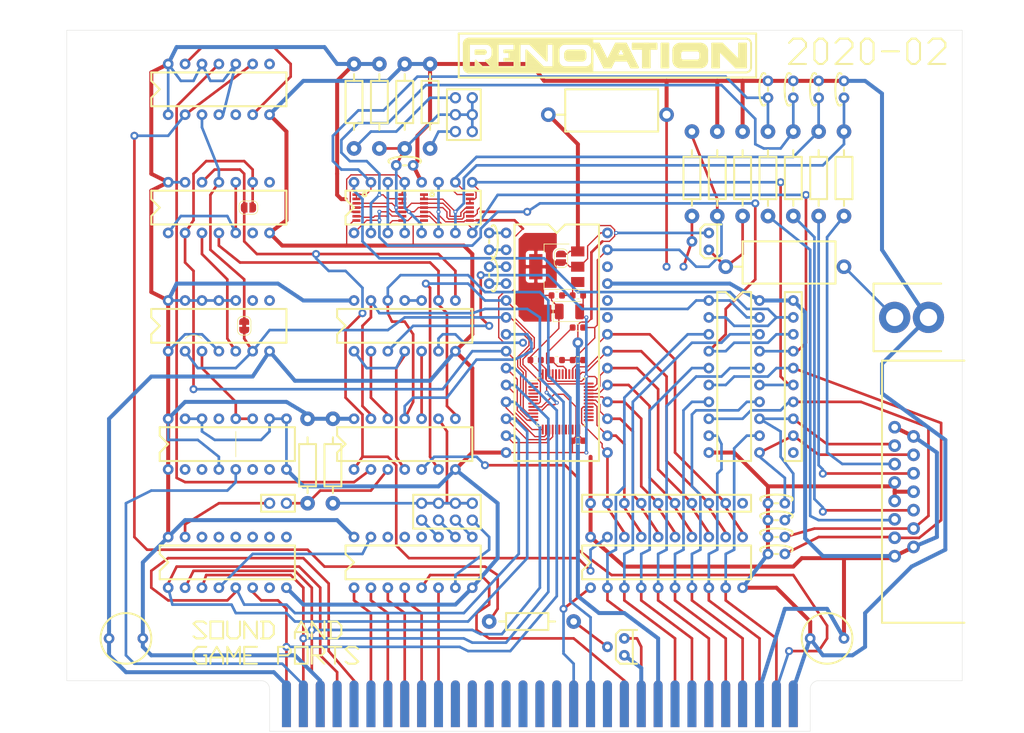
<source format=kicad_pcb>
(kicad_pcb (version 20171130) (host pcbnew 5.1.5-5.1.5)
  (title_block (title "RENOVATION SSI-2001") (date 2020-02-16) (company "Benedikt Freisen") (comment 4 "INNOVATION SSI-2001 replica that can be built without vintage components"))
  (layers (0 F.Cu signal) (31 B.Cu signal) (34 B.Paste user) (35 F.Paste user) (36 B.SilkS user) (37 F.SilkS user) (38 B.Mask user) (39 F.Mask user) (44 Edge.Cuts user))
  (net 0 "")
  (net 1 "Net-(C3-Pad2)")
  (net 2 "Net-(C3-Pad1)")
  (net 3 "Net-(C4-Pad2)")
  (net 4 "Net-(C4-Pad1)")
  (net 5 "Net-(C6-Pad2)")
  (net 6 "Net-(C6-Pad1)")
  (net 7 "Net-(C7-Pad2)")
  (net 8 "Net-(J4-Pad52)")
  (net 9 "Net-(J4-Pad51)")
  (net 10 "Net-(J4-Pad50)")
  (net 11 "Net-(J4-Pad49)")
  (net 12 "Net-(J4-Pad48)")
  (net 13 "Net-(J4-Pad47)")
  (net 14 "Net-(J4-Pad46)")
  (net 15 "Net-(J4-Pad45)")
  (net 16 "Net-(J4-Pad44)")
  (net 17 "Net-(J4-Pad43)")
  (net 18 "Net-(J4-Pad32)")
  (net 19 "Net-(J4-Pad28)")
  (net 20 "Net-(J4-Pad27)")
  (net 21 "Net-(J4-Pad26)")
  (net 22 "Net-(J4-Pad25)")
  (net 23 "Net-(J4-Pad24)")
  (net 24 "Net-(J4-Pad23)")
  (net 25 "Net-(J4-Pad22)")
  (net 26 "Net-(J4-Pad21)")
  (net 27 "Net-(J4-Pad20)")
  (net 28 "Net-(J4-Pad19)")
  (net 29 "Net-(J4-Pad18)")
  (net 30 "Net-(J4-Pad17)")
  (net 31 "Net-(J4-Pad16)")
  (net 32 "Net-(J4-Pad15)")
  (net 33 "Net-(J4-Pad12)")
  (net 34 "Net-(J4-Pad11)")
  (net 35 "Net-(J4-Pad8)")
  (net 36 "Net-(J4-Pad7)")
  (net 37 "Net-(J4-Pad6)")
  (net 38 "Net-(J4-Pad5)")
  (net 39 "Net-(J4-Pad4)")
  (net 40 "Net-(J5-Pad7)")
  (net 41 "Net-(J5-Pad5)")
  (net 42 "Net-(J5-Pad3)")
  (net 43 "Net-(J5-Pad1)")
  (net 44 "Net-(J6-Pad5)")
  (net 45 "Net-(J6-Pad1)")
  (net 46 "Net-(JP1-Pad1)")
  (net 47 "Net-(Q1-Pad2)")
  (net 48 "Net-(R10-Pad1)")
  (net 49 "Net-(RN1-Pad10)")
  (net 50 "Net-(RN2-Pad10)")
  (net 51 "Net-(U1-Pad13)")
  (net 52 "Net-(U1-Pad5)")
  (net 53 "Net-(U1-Pad8)")
  (net 54 "Net-(U2-Pad6)")
  (net 55 "Net-(U2-Pad8)")
  (net 56 "Net-(U2-Pad1)")
  (net 57 "Net-(U3-Pad9)")
  (net 58 "Net-(U3-Pad8)")
  (net 59 "Net-(U4-Pad7)")
  (net 60 "Net-(U4-Pad6)")
  (net 61 "Net-(U4-Pad13)")
  (net 62 "Net-(U4-Pad3)")
  (net 63 "Net-(U4-Pad2)")
  (net 64 "Net-(U5-Pad7)")
  (net 65 "Net-(U5-Pad14)")
  (net 66 "Net-(U5-Pad13)")
  (net 67 "Net-(U5-Pad12)")
  (net 68 "Net-(U5-Pad11)")
  (net 69 "Net-(U5-Pad10)")
  (net 70 "Net-(U5-Pad9)")
  (net 71 GND)
  (net 72 "Net-(U8-Pad5)")
  (net 73 "Net-(U8-Pad10)")
  (net 74 "Net-(U8-Pad2)")
  (net 75 "Net-(U8-Pad1)")
  (net 76 "Net-(U10-Pad14)")
  (net 77 "Net-(U10-Pad13)")
  (net 78 "Net-(U10-Pad12)")
  (net 79 "Net-(U12-Pad45)")
  (net 80 "Net-(U12-Pad43)")
  (net 81 "Net-(U12-Pad42)")
  (net 82 "Net-(U12-Pad40)")
  (net 83 "Net-(U12-Pad28)")
  (net 84 "Net-(U12-Pad27)")
  (net 85 "Net-(U12-Pad26)")
  (net 86 "Net-(U12-Pad25)")
  (net 87 "Net-(U12-Pad22)")
  (net 88 "Net-(U12-Pad21)")
  (net 89 "Net-(U12-Pad20)")
  (net 90 "Net-(U12-Pad19)")
  (net 91 "Net-(U12-Pad18)")
  (net 92 "Net-(U12-Pad17)")
  (net 93 "Net-(U12-Pad6)")
  (net 94 "Net-(U12-Pad4)")
  (net 95 "Net-(U12-Pad3)")
  (net 96 "Net-(U12-Pad2)")
  (net 97 "Net-(U12-Pad1)")
  (net 98 +5V)
  (net 99 +12V)
  (net 100 /SID_AUDIO_OUT)
  (net 101 /SID_D7)
  (net 102 /SID_D6)
  (net 103 /SID_D5)
  (net 104 /SID_D4)
  (net 105 /SID_D3)
  (net 106 /SID_D2)
  (net 107 /SID_D1)
  (net 108 /SID_D0)
  (net 109 /BA00)
  (net 110 /BA04)
  (net 111 /BA01)
  (net 112 /BA02)
  (net 113 /BA03)
  (net 114 /BA09)
  (net 115 /AEN)
  (net 116 /BA08)
  (net 117 /BA07)
  (net 118 /BA06)
  (net 119 /BA05)
  (net 120 /IO_READY)
  (net 121 /DB0)
  (net 122 /DB1)
  (net 123 /DB2)
  (net 124 /DB3)
  (net 125 /DB4)
  (net 126 /DB5)
  (net 127 /DB6)
  (net 128 /DB7)
  (net 129 /~IOW)
  (net 130 /JOY_~CS)
  (net 131 /~IOR)
  (net 132 /JOY_~OE)
  (net 133 /RESET)
  (net 134 /JOY_TR)
  (net 135 /ACCESS)
  (net 136 /~ACCESS)
  (net 137 /TIM_D)
  (net 138 /CV)
  (net 139 /OUT_D)
  (net 140 /OUT_A)
  (net 141 /TIM_A)
  (net 142 /TIM_C)
  (net 143 /OUT_C)
  (net 144 /OUT_B)
  (net 145 /TIM_B)
  (net 146 /OSC)
  (net 147 /SID_~RANGE)
  (net 148 /JOY_~RANGE)
  (net 149 /JOY2A)
  (net 150 /JOY1A)
  (net 151 /JOY2B)
  (net 152 /JOY1B)
  (net 153 /JOY2Y)
  (net 154 /JOY2X)
  (net 155 /JOY1Y)
  (net 156 /JOY1X)
  (net 157 /STM32_AUDIO_OUT)
  (net 158 /LOWPASS)
  (net 159 /ATTENUATOR)
  (net 160 /SID_RANGE)
  (net 161 VDD)
  (net 162 /~RESET)
  (net 163 /CLK2)
  (net 164 /~IO_READY)
  (net 165 /~CLK2)
  (net 166 /OSC_DIV8)
  (net 167 /EXT_IN)
  (net 168 /POTX)
  (net 169 /POTY)
  (net 170 /~CS)
  (module SSI_2001:C_Disc_D3.4mm_W2.1mm_P2.50mm_alt (layer F.Cu) (at 179.07 60.96)
    (fp_text reference C7 hide)
    (fp_text value C)
    (pad 2 thru_hole circle (at 2.54 0) (size 1.2 1.2) (drill 0.6) (layers *.Cu *.Mask) (net 7 "Net-(C7-Pad2)"))
    (pad 1 thru_hole circle (at 0 0) (size 1.2 1.2) (drill 0.6) (layers *.Cu *.Mask) (net 71 GND))
  )
  (module SSI_2001:SSOP-14_5.3x6.2mm_P0.65mm (layer F.Cu) (at 146.05 52.07)
    (fp_text reference U7 hide)
    (fp_text value NE556)
    (pad 14 smd rect (at 3.45 -1.95) (size 1.2 0.4) (layers F.Cu F.Paste F.Mask) (net 98 +5V))
    (pad 13 smd rect (at 3.45 -1.3) (size 1.2 0.4) (layers F.Cu F.Paste F.Mask) (net 142 /TIM_C))
    (pad 12 smd rect (at 3.45 -0.65) (size 1.2 0.4) (layers F.Cu F.Paste F.Mask) (net 142 /TIM_C))
    (pad 11 smd rect (at 3.45 0) (size 1.2 0.4) (layers F.Cu F.Paste F.Mask) (net 138 /CV))
    (pad 10 smd rect (at 3.45 0.65) (size 1.2 0.4) (layers F.Cu F.Paste F.Mask) (net 98 +5V))
    (pad 9 smd rect (at 3.45 1.3) (size 1.2 0.4) (layers F.Cu F.Paste F.Mask) (net 143 /OUT_C))
    (pad 8 smd rect (at 3.45 1.95) (size 1.2 0.4) (layers F.Cu F.Paste F.Mask) (net 134 /JOY_TR))
    (pad 7 smd rect (at -3.45 1.95) (size 1.2 0.4) (layers F.Cu F.Paste F.Mask) (net 71 GND))
    (pad 6 smd rect (at -3.45 1.3) (size 1.2 0.4) (layers F.Cu F.Paste F.Mask) (net 134 /JOY_TR))
    (pad 5 smd rect (at -3.45 0.65) (size 1.2 0.4) (layers F.Cu F.Paste F.Mask) (net 144 /OUT_B))
    (pad 4 smd rect (at -3.45 0) (size 1.2 0.4) (layers F.Cu F.Paste F.Mask) (net 98 +5V))
    (pad 3 smd rect (at -3.45 -0.65) (size 1.2 0.4) (layers F.Cu F.Paste F.Mask) (net 138 /CV))
    (pad 2 smd rect (at -3.45 -1.3) (size 1.2 0.4) (layers F.Cu F.Paste F.Mask) (net 145 /TIM_B))
    (pad 1 smd rect (at -3.45 -1.95) (size 1.2 0.4) (layers F.Cu F.Paste F.Mask) (net 145 /TIM_B))
  )
  (module SSI_2001:SSOP-14_5.3x6.2mm_P0.65mm (layer F.Cu) (at 135.89 52.07)
    (fp_text reference U6 hide)
    (fp_text value NE556)
    (pad 14 smd rect (at 3.45 -1.95) (size 1.2 0.4) (layers F.Cu F.Paste F.Mask) (net 98 +5V))
    (pad 13 smd rect (at 3.45 -1.3) (size 1.2 0.4) (layers F.Cu F.Paste F.Mask) (net 141 /TIM_A))
    (pad 12 smd rect (at 3.45 -0.65) (size 1.2 0.4) (layers F.Cu F.Paste F.Mask) (net 141 /TIM_A))
    (pad 11 smd rect (at 3.45 0) (size 1.2 0.4) (layers F.Cu F.Paste F.Mask) (net 138 /CV))
    (pad 10 smd rect (at 3.45 0.65) (size 1.2 0.4) (layers F.Cu F.Paste F.Mask) (net 98 +5V))
    (pad 9 smd rect (at 3.45 1.3) (size 1.2 0.4) (layers F.Cu F.Paste F.Mask) (net 140 /OUT_A))
    (pad 8 smd rect (at 3.45 1.95) (size 1.2 0.4) (layers F.Cu F.Paste F.Mask) (net 134 /JOY_TR))
    (pad 7 smd rect (at -3.45 1.95) (size 1.2 0.4) (layers F.Cu F.Paste F.Mask) (net 71 GND))
    (pad 6 smd rect (at -3.45 1.3) (size 1.2 0.4) (layers F.Cu F.Paste F.Mask) (net 134 /JOY_TR))
    (pad 5 smd rect (at -3.45 0.65) (size 1.2 0.4) (layers F.Cu F.Paste F.Mask) (net 139 /OUT_D))
    (pad 4 smd rect (at -3.45 0) (size 1.2 0.4) (layers F.Cu F.Paste F.Mask) (net 98 +5V))
    (pad 3 smd rect (at -3.45 -0.65) (size 1.2 0.4) (layers F.Cu F.Paste F.Mask) (net 138 /CV))
    (pad 2 smd rect (at -3.45 -1.3) (size 1.2 0.4) (layers F.Cu F.Paste F.Mask) (net 137 /TIM_D))
    (pad 1 smd rect (at -3.45 -1.95) (size 1.2 0.4) (layers F.Cu F.Paste F.Mask) (net 137 /TIM_D))
  )
  (module SSI_2001:CP_Radial_D6.3mm_P2.50mm (layer F.Cu) (at 205.74 116.84 180)
    (fp_text reference C8 hide)
    (fp_text value 100µF)
    (pad 2 thru_hole circle (at 5.08 0 180) (size 1.6 1.6) (drill 0.8) (layers *.Cu *.Mask) (net 71 GND))
    (pad 1 thru_hole circle (at 0 0 180) (size 1.6 1.6) (drill 0.8) (layers *.Cu *.Mask) (net 98 +5V))
  )
  (module SSI_2001:CP_Radial_D6.3mm_P2.50mm (layer F.Cu) (at 100.33 116.84 180)
    (fp_text reference C1 hide)
    (fp_text value 100µF)
    (pad 2 thru_hole circle (at 5.08 0 180) (size 1.6 1.6) (drill 0.8) (layers *.Cu *.Mask) (net 71 GND))
    (pad 1 thru_hole circle (at 0 0 180) (size 1.6 1.6) (drill 0.8) (layers *.Cu *.Mask) (net 98 +5V))
  )
  (module SSI_2001:DIP-16_W7.62mm (layer F.Cu) (at 132.08 55.88 90)
    (fp_text reference U67 hide)
    (fp_text value NE558)
    (pad 16 thru_hole oval (at 7.62 0 90) (size 1.6 1.6) (drill 0.8) (layers *.Cu *.Mask) (net 139 /OUT_D))
    (pad 8 thru_hole oval (at 0 17.78 90) (size 1.6 1.6) (drill 0.8) (layers *.Cu *.Mask) (net 144 /OUT_B))
    (pad 15 thru_hole oval (at 7.62 2.54 90) (size 1.6 1.6) (drill 0.8) (layers *.Cu *.Mask) (net 137 /TIM_D))
    (pad 7 thru_hole oval (at 0 15.24 90) (size 1.6 1.6) (drill 0.8) (layers *.Cu *.Mask) (net 145 /TIM_B))
    (pad 14 thru_hole oval (at 7.62 5.08 90) (size 1.6 1.6) (drill 0.8) (layers *.Cu *.Mask) (net 134 /JOY_TR))
    (pad 6 thru_hole oval (at 0 12.7 90) (size 1.6 1.6) (drill 0.8) (layers *.Cu *.Mask) (net 134 /JOY_TR))
    (pad 13 thru_hole oval (at 7.62 7.62 90) (size 1.6 1.6) (drill 0.8) (layers *.Cu *.Mask) (net 98 +5V))
    (pad 5 thru_hole oval (at 0 10.16 90) (size 1.6 1.6) (drill 0.8) (layers *.Cu *.Mask) (net 98 +5V))
    (pad 12 thru_hole oval (at 7.62 10.16 90) (size 1.6 1.6) (drill 0.8) (layers *.Cu *.Mask) (net 71 GND))
    (pad 4 thru_hole oval (at 0 7.62 90) (size 1.6 1.6) (drill 0.8) (layers *.Cu *.Mask) (net 138 /CV))
    (pad 11 thru_hole oval (at 7.62 12.7 90) (size 1.6 1.6) (drill 0.8) (layers *.Cu *.Mask) (net 134 /JOY_TR))
    (pad 3 thru_hole oval (at 0 5.08 90) (size 1.6 1.6) (drill 0.8) (layers *.Cu *.Mask) (net 134 /JOY_TR))
    (pad 10 thru_hole oval (at 7.62 15.24 90) (size 1.6 1.6) (drill 0.8) (layers *.Cu *.Mask) (net 142 /TIM_C))
    (pad 2 thru_hole oval (at 0 2.54 90) (size 1.6 1.6) (drill 0.8) (layers *.Cu *.Mask) (net 141 /TIM_A))
    (pad 9 thru_hole oval (at 7.62 17.78 90) (size 1.6 1.6) (drill 0.8) (layers *.Cu *.Mask) (net 143 /OUT_C))
    (pad 1 thru_hole circle (at 0 0 90) (size 1.6 1.6) (drill 0.8) (layers *.Cu *.Mask) (net 140 /OUT_A))
  )
  (module SSI_2001:DIP-20_W7.62mm (layer F.Cu) (at 185.42 66.04)
    (fp_text reference U14 hide)
    (fp_text value 74LS244)
    (pad 20 thru_hole oval (at 7.62 0) (size 1.6 1.6) (drill 0.8) (layers *.Cu *.Mask) (net 98 +5V))
    (pad 10 thru_hole oval (at 0 22.86) (size 1.6 1.6) (drill 0.8) (layers *.Cu *.Mask) (net 71 GND))
    (pad 19 thru_hole oval (at 7.62 2.54) (size 1.6 1.6) (drill 0.8) (layers *.Cu *.Mask) (net 132 /JOY_~OE))
    (pad 9 thru_hole oval (at 0 20.32) (size 1.6 1.6) (drill 0.8) (layers *.Cu *.Mask) (net 127 /DB6))
    (pad 18 thru_hole oval (at 7.62 5.08) (size 1.6 1.6) (drill 0.8) (layers *.Cu *.Mask) (net 122 /DB1))
    (pad 8 thru_hole oval (at 0 17.78) (size 1.6 1.6) (drill 0.8) (layers *.Cu *.Mask) (net 151 /JOY2B))
    (pad 17 thru_hole oval (at 7.62 7.62) (size 1.6 1.6) (drill 0.8) (layers *.Cu *.Mask) (net 144 /OUT_B))
    (pad 7 thru_hole oval (at 0 15.24) (size 1.6 1.6) (drill 0.8) (layers *.Cu *.Mask) (net 125 /DB4))
    (pad 16 thru_hole oval (at 7.62 10.16) (size 1.6 1.6) (drill 0.8) (layers *.Cu *.Mask) (net 124 /DB3))
    (pad 6 thru_hole oval (at 0 12.7) (size 1.6 1.6) (drill 0.8) (layers *.Cu *.Mask) (net 152 /JOY1B))
    (pad 15 thru_hole oval (at 7.62 12.7) (size 1.6 1.6) (drill 0.8) (layers *.Cu *.Mask) (net 143 /OUT_C))
    (pad 5 thru_hole oval (at 0 10.16) (size 1.6 1.6) (drill 0.8) (layers *.Cu *.Mask) (net 123 /DB2))
    (pad 14 thru_hole oval (at 7.62 15.24) (size 1.6 1.6) (drill 0.8) (layers *.Cu *.Mask) (net 126 /DB5))
    (pad 4 thru_hole oval (at 0 7.62) (size 1.6 1.6) (drill 0.8) (layers *.Cu *.Mask) (net 140 /OUT_A))
    (pad 13 thru_hole oval (at 7.62 17.78) (size 1.6 1.6) (drill 0.8) (layers *.Cu *.Mask) (net 150 /JOY1A))
    (pad 3 thru_hole oval (at 0 5.08) (size 1.6 1.6) (drill 0.8) (layers *.Cu *.Mask) (net 121 /DB0))
    (pad 12 thru_hole oval (at 7.62 20.32) (size 1.6 1.6) (drill 0.8) (layers *.Cu *.Mask) (net 128 /DB7))
    (pad 2 thru_hole oval (at 0 2.54) (size 1.6 1.6) (drill 0.8) (layers *.Cu *.Mask) (net 139 /OUT_D))
    (pad 11 thru_hole oval (at 7.62 22.86) (size 1.6 1.6) (drill 0.8) (layers *.Cu *.Mask) (net 149 /JOY2A))
    (pad 1 thru_hole circle (at 0 0) (size 1.6 1.6) (drill 0.8) (layers *.Cu *.Mask) (net 132 /JOY_~OE))
  )
  (module SSI_2001:DIP-20_W7.62mm (layer F.Cu) (at 167.64 109.22 90)
    (fp_text reference U13 hide)
    (fp_text value 74LS245)
    (pad 20 thru_hole oval (at 7.62 0 90) (size 1.6 1.6) (drill 0.8) (layers *.Cu *.Mask) (net 98 +5V))
    (pad 10 thru_hole oval (at 0 22.86 90) (size 1.6 1.6) (drill 0.8) (layers *.Cu *.Mask) (net 71 GND))
    (pad 19 thru_hole oval (at 7.62 2.54 90) (size 1.6 1.6) (drill 0.8) (layers *.Cu *.Mask) (net 136 /~ACCESS))
    (pad 9 thru_hole oval (at 0 20.32 90) (size 1.6 1.6) (drill 0.8) (layers *.Cu *.Mask) (net 128 /DB7))
    (pad 18 thru_hole oval (at 7.62 5.08 90) (size 1.6 1.6) (drill 0.8) (layers *.Cu *.Mask) (net 108 /SID_D0))
    (pad 8 thru_hole oval (at 0 17.78 90) (size 1.6 1.6) (drill 0.8) (layers *.Cu *.Mask) (net 127 /DB6))
    (pad 17 thru_hole oval (at 7.62 7.62 90) (size 1.6 1.6) (drill 0.8) (layers *.Cu *.Mask) (net 107 /SID_D1))
    (pad 7 thru_hole oval (at 0 15.24 90) (size 1.6 1.6) (drill 0.8) (layers *.Cu *.Mask) (net 126 /DB5))
    (pad 16 thru_hole oval (at 7.62 10.16 90) (size 1.6 1.6) (drill 0.8) (layers *.Cu *.Mask) (net 106 /SID_D2))
    (pad 6 thru_hole oval (at 0 12.7 90) (size 1.6 1.6) (drill 0.8) (layers *.Cu *.Mask) (net 125 /DB4))
    (pad 15 thru_hole oval (at 7.62 12.7 90) (size 1.6 1.6) (drill 0.8) (layers *.Cu *.Mask) (net 105 /SID_D3))
    (pad 5 thru_hole oval (at 0 10.16 90) (size 1.6 1.6) (drill 0.8) (layers *.Cu *.Mask) (net 124 /DB3))
    (pad 14 thru_hole oval (at 7.62 15.24 90) (size 1.6 1.6) (drill 0.8) (layers *.Cu *.Mask) (net 104 /SID_D4))
    (pad 4 thru_hole oval (at 0 7.62 90) (size 1.6 1.6) (drill 0.8) (layers *.Cu *.Mask) (net 123 /DB2))
    (pad 13 thru_hole oval (at 7.62 17.78 90) (size 1.6 1.6) (drill 0.8) (layers *.Cu *.Mask) (net 103 /SID_D5))
    (pad 3 thru_hole oval (at 0 5.08 90) (size 1.6 1.6) (drill 0.8) (layers *.Cu *.Mask) (net 122 /DB1))
    (pad 12 thru_hole oval (at 7.62 20.32 90) (size 1.6 1.6) (drill 0.8) (layers *.Cu *.Mask) (net 102 /SID_D6))
    (pad 2 thru_hole oval (at 0 2.54 90) (size 1.6 1.6) (drill 0.8) (layers *.Cu *.Mask) (net 121 /DB0))
    (pad 11 thru_hole oval (at 7.62 22.86 90) (size 1.6 1.6) (drill 0.8) (layers *.Cu *.Mask) (net 101 /SID_D7))
    (pad 1 thru_hole circle (at 0 0 90) (size 1.6 1.6) (drill 0.8) (layers *.Cu *.Mask) (net 131 /~IOR))
  )
  (module SSI_2001:DIP-16_W7.62mm (layer F.Cu) (at 132.08 109.22 90)
    (fp_text reference U10 hide)
    (fp_text value 74LS138)
    (pad 16 thru_hole oval (at 7.62 0 90) (size 1.6 1.6) (drill 0.8) (layers *.Cu *.Mask) (net 98 +5V))
    (pad 8 thru_hole oval (at 0 17.78 90) (size 1.6 1.6) (drill 0.8) (layers *.Cu *.Mask) (net 71 GND))
    (pad 15 thru_hole oval (at 7.62 2.54 90) (size 1.6 1.6) (drill 0.8) (layers *.Cu *.Mask) (net 148 /JOY_~RANGE))
    (pad 7 thru_hole oval (at 0 15.24 90) (size 1.6 1.6) (drill 0.8) (layers *.Cu *.Mask) (net 40 "Net-(J5-Pad7)"))
    (pad 14 thru_hole oval (at 7.62 5.08 90) (size 1.6 1.6) (drill 0.8) (layers *.Cu *.Mask) (net 76 "Net-(U10-Pad14)"))
    (pad 6 thru_hole oval (at 0 12.7 90) (size 1.6 1.6) (drill 0.8) (layers *.Cu *.Mask) (net 114 /BA09))
    (pad 13 thru_hole oval (at 7.62 7.62 90) (size 1.6 1.6) (drill 0.8) (layers *.Cu *.Mask) (net 77 "Net-(U10-Pad13)"))
    (pad 5 thru_hole oval (at 0 10.16 90) (size 1.6 1.6) (drill 0.8) (layers *.Cu *.Mask) (net 115 /AEN))
    (pad 12 thru_hole oval (at 7.62 10.16 90) (size 1.6 1.6) (drill 0.8) (layers *.Cu *.Mask) (net 78 "Net-(U10-Pad12)"))
    (pad 4 thru_hole oval (at 0 7.62 90) (size 1.6 1.6) (drill 0.8) (layers *.Cu *.Mask) (net 116 /BA08))
    (pad 11 thru_hole oval (at 7.62 12.7 90) (size 1.6 1.6) (drill 0.8) (layers *.Cu *.Mask) (net 43 "Net-(J5-Pad1)"))
    (pad 3 thru_hole oval (at 0 5.08 90) (size 1.6 1.6) (drill 0.8) (layers *.Cu *.Mask) (net 117 /BA07))
    (pad 10 thru_hole oval (at 7.62 15.24 90) (size 1.6 1.6) (drill 0.8) (layers *.Cu *.Mask) (net 42 "Net-(J5-Pad3)"))
    (pad 2 thru_hole oval (at 0 2.54 90) (size 1.6 1.6) (drill 0.8) (layers *.Cu *.Mask) (net 118 /BA06))
    (pad 9 thru_hole oval (at 7.62 17.78 90) (size 1.6 1.6) (drill 0.8) (layers *.Cu *.Mask) (net 41 "Net-(J5-Pad5)"))
    (pad 1 thru_hole circle (at 0 0 90) (size 1.6 1.6) (drill 0.8) (layers *.Cu *.Mask) (net 119 /BA05))
  )
  (module SSI_2001:DIP-14_W7.62mm (layer F.Cu) (at 132.08 91.44 90)
    (fp_text reference U9 hide)
    (fp_text value 74LS04)
    (pad 14 thru_hole oval (at 7.62 0 90) (size 1.6 1.6) (drill 0.8) (layers *.Cu *.Mask) (net 98 +5V))
    (pad 7 thru_hole oval (at 0 15.24 90) (size 1.6 1.6) (drill 0.8) (layers *.Cu *.Mask) (net 71 GND))
    (pad 13 thru_hole oval (at 7.62 2.54 90) (size 1.6 1.6) (drill 0.8) (layers *.Cu *.Mask) (net 131 /~IOR))
    (pad 6 thru_hole oval (at 0 12.7 90) (size 1.6 1.6) (drill 0.8) (layers *.Cu *.Mask) (net 162 /~RESET))
    (pad 12 thru_hole oval (at 7.62 5.08 90) (size 1.6 1.6) (drill 0.8) (layers *.Cu *.Mask) (net 74 "Net-(U8-Pad2)"))
    (pad 5 thru_hole oval (at 0 10.16 90) (size 1.6 1.6) (drill 0.8) (layers *.Cu *.Mask) (net 133 /RESET))
    (pad 11 thru_hole oval (at 7.62 7.62 90) (size 1.6 1.6) (drill 0.8) (layers *.Cu *.Mask) (net 129 /~IOW))
    (pad 4 thru_hole oval (at 0 7.62 90) (size 1.6 1.6) (drill 0.8) (layers *.Cu *.Mask) (net 75 "Net-(U8-Pad1)"))
    (pad 10 thru_hole oval (at 7.62 10.16 90) (size 1.6 1.6) (drill 0.8) (layers *.Cu *.Mask) (net 72 "Net-(U8-Pad5)"))
    (pad 3 thru_hole oval (at 0 5.08 90) (size 1.6 1.6) (drill 0.8) (layers *.Cu *.Mask) (net 130 /JOY_~CS))
    (pad 9 thru_hole oval (at 7.62 12.7 90) (size 1.6 1.6) (drill 0.8) (layers *.Cu *.Mask) (net 147 /SID_~RANGE))
    (pad 2 thru_hole oval (at 0 2.54 90) (size 1.6 1.6) (drill 0.8) (layers *.Cu *.Mask) (net 135 /ACCESS))
    (pad 8 thru_hole oval (at 7.62 15.24 90) (size 1.6 1.6) (drill 0.8) (layers *.Cu *.Mask) (net 160 /SID_RANGE))
    (pad 1 thru_hole circle (at 0 0 90) (size 1.6 1.6) (drill 0.8) (layers *.Cu *.Mask) (net 136 /~ACCESS))
  )
  (module SSI_2001:DIP-14_W7.62mm (layer F.Cu) (at 132.08 73.66 90)
    (fp_text reference U8 hide)
    (fp_text value 74LS00)
    (pad 14 thru_hole oval (at 7.62 0 90) (size 1.6 1.6) (drill 0.8) (layers *.Cu *.Mask) (net 98 +5V))
    (pad 7 thru_hole oval (at 0 15.24 90) (size 1.6 1.6) (drill 0.8) (layers *.Cu *.Mask) (net 71 GND))
    (pad 13 thru_hole oval (at 7.62 2.54 90) (size 1.6 1.6) (drill 0.8) (layers *.Cu *.Mask) (net 131 /~IOR))
    (pad 6 thru_hole oval (at 0 12.7 90) (size 1.6 1.6) (drill 0.8) (layers *.Cu *.Mask) (net 134 /JOY_TR))
    (pad 12 thru_hole oval (at 7.62 5.08 90) (size 1.6 1.6) (drill 0.8) (layers *.Cu *.Mask) (net 129 /~IOW))
    (pad 5 thru_hole oval (at 0 10.16 90) (size 1.6 1.6) (drill 0.8) (layers *.Cu *.Mask) (net 72 "Net-(U8-Pad5)"))
    (pad 11 thru_hole oval (at 7.62 7.62 90) (size 1.6 1.6) (drill 0.8) (layers *.Cu *.Mask) (net 73 "Net-(U8-Pad10)"))
    (pad 4 thru_hole oval (at 0 7.62 90) (size 1.6 1.6) (drill 0.8) (layers *.Cu *.Mask) (net 75 "Net-(U8-Pad1)"))
    (pad 10 thru_hole oval (at 7.62 10.16 90) (size 1.6 1.6) (drill 0.8) (layers *.Cu *.Mask) (net 73 "Net-(U8-Pad10)"))
    (pad 3 thru_hole oval (at 0 5.08 90) (size 1.6 1.6) (drill 0.8) (layers *.Cu *.Mask) (net 132 /JOY_~OE))
    (pad 9 thru_hole oval (at 7.62 12.7 90) (size 1.6 1.6) (drill 0.8) (layers *.Cu *.Mask) (net 160 /SID_RANGE))
    (pad 2 thru_hole oval (at 0 2.54 90) (size 1.6 1.6) (drill 0.8) (layers *.Cu *.Mask) (net 74 "Net-(U8-Pad2)"))
    (pad 8 thru_hole oval (at 7.62 15.24 90) (size 1.6 1.6) (drill 0.8) (layers *.Cu *.Mask) (net 136 /~ACCESS))
    (pad 1 thru_hole circle (at 0 0 90) (size 1.6 1.6) (drill 0.8) (layers *.Cu *.Mask) (net 75 "Net-(U8-Pad1)"))
  )
  (module SSI_2001:DIP-16_W7.62mm (layer F.Cu) (at 104.14 109.22 90)
    (fp_text reference U5 hide)
    (fp_text value 74LS138)
    (pad 16 thru_hole oval (at 7.62 0 90) (size 1.6 1.6) (drill 0.8) (layers *.Cu *.Mask) (net 98 +5V))
    (pad 8 thru_hole oval (at 0 17.78 90) (size 1.6 1.6) (drill 0.8) (layers *.Cu *.Mask) (net 71 GND))
    (pad 15 thru_hole oval (at 7.62 2.54 90) (size 1.6 1.6) (drill 0.8) (layers *.Cu *.Mask) (net 46 "Net-(JP1-Pad1)"))
    (pad 7 thru_hole oval (at 0 15.24 90) (size 1.6 1.6) (drill 0.8) (layers *.Cu *.Mask) (net 64 "Net-(U5-Pad7)"))
    (pad 14 thru_hole oval (at 7.62 5.08 90) (size 1.6 1.6) (drill 0.8) (layers *.Cu *.Mask) (net 65 "Net-(U5-Pad14)"))
    (pad 6 thru_hole oval (at 0 12.7 90) (size 1.6 1.6) (drill 0.8) (layers *.Cu *.Mask) (net 109 /BA00))
    (pad 13 thru_hole oval (at 7.62 7.62 90) (size 1.6 1.6) (drill 0.8) (layers *.Cu *.Mask) (net 66 "Net-(U5-Pad13)"))
    (pad 5 thru_hole oval (at 0 10.16 90) (size 1.6 1.6) (drill 0.8) (layers *.Cu *.Mask) (net 110 /BA04))
    (pad 12 thru_hole oval (at 7.62 10.16 90) (size 1.6 1.6) (drill 0.8) (layers *.Cu *.Mask) (net 67 "Net-(U5-Pad12)"))
    (pad 4 thru_hole oval (at 0 7.62 90) (size 1.6 1.6) (drill 0.8) (layers *.Cu *.Mask) (net 148 /JOY_~RANGE))
    (pad 11 thru_hole oval (at 7.62 12.7 90) (size 1.6 1.6) (drill 0.8) (layers *.Cu *.Mask) (net 68 "Net-(U5-Pad11)"))
    (pad 3 thru_hole oval (at 0 5.08 90) (size 1.6 1.6) (drill 0.8) (layers *.Cu *.Mask) (net 111 /BA01))
    (pad 10 thru_hole oval (at 7.62 15.24 90) (size 1.6 1.6) (drill 0.8) (layers *.Cu *.Mask) (net 69 "Net-(U5-Pad10)"))
    (pad 2 thru_hole oval (at 0 2.54 90) (size 1.6 1.6) (drill 0.8) (layers *.Cu *.Mask) (net 112 /BA02))
    (pad 9 thru_hole oval (at 7.62 17.78 90) (size 1.6 1.6) (drill 0.8) (layers *.Cu *.Mask) (net 70 "Net-(U5-Pad9)"))
    (pad 1 thru_hole circle (at 0 0 90) (size 1.6 1.6) (drill 0.8) (layers *.Cu *.Mask) (net 113 /BA03))
  )
  (module SSI_2001:DIP-16_W7.62mm (layer F.Cu) (at 104.14 91.44 90)
    (fp_text reference U4 hide)
    (fp_text value 74HC192)
    (pad 16 thru_hole oval (at 7.62 0 90) (size 1.6 1.6) (drill 0.8) (layers *.Cu *.Mask) (net 98 +5V))
    (pad 8 thru_hole oval (at 0 17.78 90) (size 1.6 1.6) (drill 0.8) (layers *.Cu *.Mask) (net 71 GND))
    (pad 15 thru_hole oval (at 7.62 2.54 90) (size 1.6 1.6) (drill 0.8) (layers *.Cu *.Mask) (net 71 GND))
    (pad 7 thru_hole oval (at 0 15.24 90) (size 1.6 1.6) (drill 0.8) (layers *.Cu *.Mask) (net 59 "Net-(U4-Pad7)"))
    (pad 14 thru_hole oval (at 7.62 5.08 90) (size 1.6 1.6) (drill 0.8) (layers *.Cu *.Mask) (net 71 GND))
    (pad 6 thru_hole oval (at 0 12.7 90) (size 1.6 1.6) (drill 0.8) (layers *.Cu *.Mask) (net 60 "Net-(U4-Pad6)"))
    (pad 13 thru_hole oval (at 7.62 7.62 90) (size 1.6 1.6) (drill 0.8) (layers *.Cu *.Mask) (net 61 "Net-(U4-Pad13)"))
    (pad 5 thru_hole oval (at 0 10.16 90) (size 1.6 1.6) (drill 0.8) (layers *.Cu *.Mask) (net 146 /OSC))
    (pad 12 thru_hole oval (at 7.62 10.16 90) (size 1.6 1.6) (drill 0.8) (layers *.Cu *.Mask) (net 166 /OSC_DIV8))
    (pad 4 thru_hole oval (at 0 7.62 90) (size 1.6 1.6) (drill 0.8) (layers *.Cu *.Mask) (net 98 +5V))
    (pad 11 thru_hole oval (at 7.62 12.7 90) (size 1.6 1.6) (drill 0.8) (layers *.Cu *.Mask) (net 166 /OSC_DIV8))
    (pad 3 thru_hole oval (at 0 5.08 90) (size 1.6 1.6) (drill 0.8) (layers *.Cu *.Mask) (net 62 "Net-(U4-Pad3)"))
    (pad 10 thru_hole oval (at 7.62 15.24 90) (size 1.6 1.6) (drill 0.8) (layers *.Cu *.Mask) (net 71 GND))
    (pad 2 thru_hole oval (at 0 2.54 90) (size 1.6 1.6) (drill 0.8) (layers *.Cu *.Mask) (net 63 "Net-(U4-Pad2)"))
    (pad 9 thru_hole oval (at 7.62 17.78 90) (size 1.6 1.6) (drill 0.8) (layers *.Cu *.Mask) (net 71 GND))
    (pad 1 thru_hole circle (at 0 0 90) (size 1.6 1.6) (drill 0.8) (layers *.Cu *.Mask) (net 98 +5V))
  )
  (module SSI_2001:DIP-14_W7.62mm (layer F.Cu) (at 104.14 73.66 90)
    (fp_text reference U3 hide)
    (fp_text value 74LS74)
    (pad 14 thru_hole oval (at 7.62 0 90) (size 1.6 1.6) (drill 0.8) (layers *.Cu *.Mask) (net 98 +5V))
    (pad 7 thru_hole oval (at 0 15.24 90) (size 1.6 1.6) (drill 0.8) (layers *.Cu *.Mask) (net 71 GND))
    (pad 13 thru_hole oval (at 7.62 2.54 90) (size 1.6 1.6) (drill 0.8) (layers *.Cu *.Mask) (net 98 +5V))
    (pad 6 thru_hole oval (at 0 12.7 90) (size 1.6 1.6) (drill 0.8) (layers *.Cu *.Mask) (net 163 /CLK2))
    (pad 12 thru_hole oval (at 7.62 5.08 90) (size 1.6 1.6) (drill 0.8) (layers *.Cu *.Mask) (net 98 +5V))
    (pad 5 thru_hole oval (at 0 10.16 90) (size 1.6 1.6) (drill 0.8) (layers *.Cu *.Mask) (net 165 /~CLK2))
    (pad 11 thru_hole oval (at 7.62 7.62 90) (size 1.6 1.6) (drill 0.8) (layers *.Cu *.Mask) (net 98 +5V))
    (pad 4 thru_hole oval (at 0 7.62 90) (size 1.6 1.6) (drill 0.8) (layers *.Cu *.Mask) (net 98 +5V))
    (pad 10 thru_hole oval (at 7.62 10.16 90) (size 1.6 1.6) (drill 0.8) (layers *.Cu *.Mask) (net 98 +5V))
    (pad 3 thru_hole oval (at 0 5.08 90) (size 1.6 1.6) (drill 0.8) (layers *.Cu *.Mask) (net 166 /OSC_DIV8))
    (pad 9 thru_hole oval (at 7.62 12.7 90) (size 1.6 1.6) (drill 0.8) (layers *.Cu *.Mask) (net 57 "Net-(U3-Pad9)"))
    (pad 2 thru_hole oval (at 0 2.54 90) (size 1.6 1.6) (drill 0.8) (layers *.Cu *.Mask) (net 163 /CLK2))
    (pad 8 thru_hole oval (at 7.62 15.24 90) (size 1.6 1.6) (drill 0.8) (layers *.Cu *.Mask) (net 58 "Net-(U3-Pad8)"))
    (pad 1 thru_hole circle (at 0 0 90) (size 1.6 1.6) (drill 0.8) (layers *.Cu *.Mask) (net 98 +5V))
  )
  (module SSI_2001:DIP-14_W7.62mm (layer F.Cu) (at 104.14 55.88 90)
    (fp_text reference U2 hide)
    (fp_text value 74LS74)
    (pad 14 thru_hole oval (at 7.62 0 90) (size 1.6 1.6) (drill 0.8) (layers *.Cu *.Mask) (net 98 +5V))
    (pad 7 thru_hole oval (at 0 15.24 90) (size 1.6 1.6) (drill 0.8) (layers *.Cu *.Mask) (net 71 GND))
    (pad 13 thru_hole oval (at 7.62 2.54 90) (size 1.6 1.6) (drill 0.8) (layers *.Cu *.Mask) (net 98 +5V))
    (pad 6 thru_hole oval (at 0 12.7 90) (size 1.6 1.6) (drill 0.8) (layers *.Cu *.Mask) (net 54 "Net-(U2-Pad6)"))
    (pad 12 thru_hole oval (at 7.62 5.08 90) (size 1.6 1.6) (drill 0.8) (layers *.Cu *.Mask) (net 136 /~ACCESS))
    (pad 5 thru_hole oval (at 0 10.16 90) (size 1.6 1.6) (drill 0.8) (layers *.Cu *.Mask) (net 56 "Net-(U2-Pad1)"))
    (pad 11 thru_hole oval (at 7.62 7.62 90) (size 1.6 1.6) (drill 0.8) (layers *.Cu *.Mask) (net 163 /CLK2))
    (pad 4 thru_hole oval (at 0 7.62 90) (size 1.6 1.6) (drill 0.8) (layers *.Cu *.Mask) (net 160 /SID_RANGE))
    (pad 10 thru_hole oval (at 7.62 10.16 90) (size 1.6 1.6) (drill 0.8) (layers *.Cu *.Mask) (net 56 "Net-(U2-Pad1)"))
    (pad 3 thru_hole oval (at 0 5.08 90) (size 1.6 1.6) (drill 0.8) (layers *.Cu *.Mask) (net 165 /~CLK2))
    (pad 9 thru_hole oval (at 7.62 12.7 90) (size 1.6 1.6) (drill 0.8) (layers *.Cu *.Mask) (net 170 /~CS))
    (pad 2 thru_hole oval (at 0 2.54 90) (size 1.6 1.6) (drill 0.8) (layers *.Cu *.Mask) (net 170 /~CS))
    (pad 8 thru_hole oval (at 7.62 15.24 90) (size 1.6 1.6) (drill 0.8) (layers *.Cu *.Mask) (net 55 "Net-(U2-Pad8)"))
    (pad 1 thru_hole circle (at 0 0 90) (size 1.6 1.6) (drill 0.8) (layers *.Cu *.Mask) (net 56 "Net-(U2-Pad1)"))
  )
  (module SSI_2001:DIP-14_W7.62mm (layer F.Cu) (at 104.14 38.1 90)
    (fp_text reference U1 hide)
    (fp_text value 74LS74)
    (pad 14 thru_hole oval (at 7.62 0 90) (size 1.6 1.6) (drill 0.8) (layers *.Cu *.Mask) (net 98 +5V))
    (pad 7 thru_hole oval (at 0 15.24 90) (size 1.6 1.6) (drill 0.8) (layers *.Cu *.Mask) (net 71 GND))
    (pad 13 thru_hole oval (at 7.62 2.54 90) (size 1.6 1.6) (drill 0.8) (layers *.Cu *.Mask) (net 51 "Net-(U1-Pad13)"))
    (pad 6 thru_hole oval (at 0 12.7 90) (size 1.6 1.6) (drill 0.8) (layers *.Cu *.Mask) (net 51 "Net-(U1-Pad13)"))
    (pad 12 thru_hole oval (at 7.62 5.08 90) (size 1.6 1.6) (drill 0.8) (layers *.Cu *.Mask) (net 98 +5V))
    (pad 5 thru_hole oval (at 0 10.16 90) (size 1.6 1.6) (drill 0.8) (layers *.Cu *.Mask) (net 52 "Net-(U1-Pad5)"))
    (pad 11 thru_hole oval (at 7.62 7.62 90) (size 1.6 1.6) (drill 0.8) (layers *.Cu *.Mask) (net 135 /ACCESS))
    (pad 4 thru_hole oval (at 0 7.62 90) (size 1.6 1.6) (drill 0.8) (layers *.Cu *.Mask) (net 98 +5V))
    (pad 10 thru_hole oval (at 7.62 10.16 90) (size 1.6 1.6) (drill 0.8) (layers *.Cu *.Mask) (net 98 +5V))
    (pad 3 thru_hole oval (at 0 5.08 90) (size 1.6 1.6) (drill 0.8) (layers *.Cu *.Mask) (net 163 /CLK2))
    (pad 9 thru_hole oval (at 7.62 12.7 90) (size 1.6 1.6) (drill 0.8) (layers *.Cu *.Mask) (net 164 /~IO_READY))
    (pad 2 thru_hole oval (at 0 2.54 90) (size 1.6 1.6) (drill 0.8) (layers *.Cu *.Mask) (net 164 /~IO_READY))
    (pad 8 thru_hole oval (at 7.62 15.24 90) (size 1.6 1.6) (drill 0.8) (layers *.Cu *.Mask) (net 53 "Net-(U1-Pad8)"))
    (pad 1 thru_hole circle (at 0 0 90) (size 1.6 1.6) (drill 0.8) (layers *.Cu *.Mask) (net 98 +5V))
  )
  (module SSI_2001:R_Array_SIP10 (layer F.Cu) (at 198.12 66.04 270)
    (fp_text reference RN2 hide)
    (fp_text value 1k_Network09)
    (pad 10 thru_hole oval (at 22.86 0 270) (size 1.6 1.6) (drill 0.8) (layers *.Cu *.Mask) (net 50 "Net-(RN2-Pad10)"))
    (pad 9 thru_hole oval (at 20.32 0 270) (size 1.6 1.6) (drill 0.8) (layers *.Cu *.Mask) (net 149 /JOY2A))
    (pad 8 thru_hole oval (at 17.78 0 270) (size 1.6 1.6) (drill 0.8) (layers *.Cu *.Mask) (net 150 /JOY1A))
    (pad 7 thru_hole oval (at 15.24 0 270) (size 1.6 1.6) (drill 0.8) (layers *.Cu *.Mask) (net 151 /JOY2B))
    (pad 6 thru_hole oval (at 12.7 0 270) (size 1.6 1.6) (drill 0.8) (layers *.Cu *.Mask) (net 143 /OUT_C))
    (pad 5 thru_hole oval (at 10.16 0 270) (size 1.6 1.6) (drill 0.8) (layers *.Cu *.Mask) (net 152 /JOY1B))
    (pad 4 thru_hole oval (at 7.62 0 270) (size 1.6 1.6) (drill 0.8) (layers *.Cu *.Mask) (net 144 /OUT_B))
    (pad 3 thru_hole oval (at 5.08 0 270) (size 1.6 1.6) (drill 0.8) (layers *.Cu *.Mask) (net 140 /OUT_A))
    (pad 2 thru_hole oval (at 2.54 0 270) (size 1.6 1.6) (drill 0.8) (layers *.Cu *.Mask) (net 139 /OUT_D))
    (pad 1 thru_hole circle (at 0 0 270) (size 1.6 1.6) (drill 0.8) (layers *.Cu *.Mask) (net 98 +5V))
  )
  (module SSI_2001:R_Array_SIP10 (layer F.Cu) (at 167.64 96.52)
    (fp_text reference RN1 hide)
    (fp_text value 4.7k_Network09)
    (pad 10 thru_hole oval (at 22.86 0) (size 1.6 1.6) (drill 0.8) (layers *.Cu *.Mask) (net 49 "Net-(RN1-Pad10)"))
    (pad 9 thru_hole oval (at 20.32 0) (size 1.6 1.6) (drill 0.8) (layers *.Cu *.Mask) (net 101 /SID_D7))
    (pad 8 thru_hole oval (at 17.78 0) (size 1.6 1.6) (drill 0.8) (layers *.Cu *.Mask) (net 102 /SID_D6))
    (pad 7 thru_hole oval (at 15.24 0) (size 1.6 1.6) (drill 0.8) (layers *.Cu *.Mask) (net 103 /SID_D5))
    (pad 6 thru_hole oval (at 12.7 0) (size 1.6 1.6) (drill 0.8) (layers *.Cu *.Mask) (net 104 /SID_D4))
    (pad 5 thru_hole oval (at 10.16 0) (size 1.6 1.6) (drill 0.8) (layers *.Cu *.Mask) (net 105 /SID_D3))
    (pad 4 thru_hole oval (at 7.62 0) (size 1.6 1.6) (drill 0.8) (layers *.Cu *.Mask) (net 106 /SID_D2))
    (pad 3 thru_hole oval (at 5.08 0) (size 1.6 1.6) (drill 0.8) (layers *.Cu *.Mask) (net 107 /SID_D1))
    (pad 2 thru_hole oval (at 2.54 0) (size 1.6 1.6) (drill 0.8) (layers *.Cu *.Mask) (net 108 /SID_D0))
    (pad 1 thru_hole circle (at 0 0) (size 1.6 1.6) (drill 0.8) (layers *.Cu *.Mask) (net 98 +5V))
  )
  (module SSI_2001:R_Axial_DIN0309_L9.0mm_D3.2mm_P12.70mm_Horizontal (layer F.Cu) (at 205.74 53.34 90)
    (fp_text reference R17 hide)
    (fp_text value 2.2k)
    (pad 1 thru_hole circle (at 0 0 90) (size 2.2 2.2) (drill 1) (layers *.Cu *.Mask) (net 156 /JOY1X))
    (pad 2 thru_hole circle (at 12.7 0 90) (size 2.2 2.2) (drill 1) (layers *.Cu *.Mask) (net 145 /TIM_B))
  )
  (module SSI_2001:R_Axial_DIN0309_L9.0mm_D3.2mm_P12.70mm_Horizontal (layer F.Cu) (at 201.93 53.34 90)
    (fp_text reference R16 hide)
    (fp_text value 2.2k)
    (pad 1 thru_hole circle (at 0 0 90) (size 2.2 2.2) (drill 1) (layers *.Cu *.Mask) (net 154 /JOY2X))
    (pad 2 thru_hole circle (at 12.7 0 90) (size 2.2 2.2) (drill 1) (layers *.Cu *.Mask) (net 142 /TIM_C))
  )
  (module SSI_2001:R_Axial_DIN0309_L9.0mm_D3.2mm_P12.70mm_Horizontal (layer F.Cu) (at 198.12 53.34 90)
    (fp_text reference R15 hide)
    (fp_text value 2.2k)
    (pad 1 thru_hole circle (at 0 0 90) (size 2.2 2.2) (drill 1) (layers *.Cu *.Mask) (net 153 /JOY2Y))
    (pad 2 thru_hole circle (at 12.7 0 90) (size 2.2 2.2) (drill 1) (layers *.Cu *.Mask) (net 141 /TIM_A))
  )
  (module SSI_2001:R_Axial_DIN0309_L9.0mm_D3.2mm_P12.70mm_Horizontal (layer F.Cu) (at 194.31 53.34 90)
    (fp_text reference R14 hide)
    (fp_text value 2.2k)
    (pad 1 thru_hole circle (at 0 0 90) (size 2.2 2.2) (drill 1) (layers *.Cu *.Mask) (net 155 /JOY1Y))
    (pad 2 thru_hole circle (at 12.7 0 90) (size 2.2 2.2) (drill 1) (layers *.Cu *.Mask) (net 137 /TIM_D))
  )
  (module SSI_2001:R_Axial_DIN0309_L9.0mm_D3.2mm_P12.70mm_Horizontal (layer F.Cu) (at 190.5 53.34 90)
    (fp_text reference R13 hide)
    (fp_text value 1k)
    (pad 1 thru_hole circle (at 0 0 90) (size 2.2 2.2) (drill 1) (layers *.Cu *.Mask) (net 6 "Net-(C6-Pad1)"))
    (pad 2 thru_hole circle (at 12.7 0 90) (size 2.2 2.2) (drill 1) (layers *.Cu *.Mask) (net 71 GND))
  )
  (module SSI_2001:R_Axial_DIN0309_L9.0mm_D3.2mm_P12.70mm_Horizontal (layer F.Cu) (at 186.69 53.34 90)
    (fp_text reference R12 hide)
    (fp_text value 1k)
    (pad 1 thru_hole circle (at 0 0 90) (size 2.2 2.2) (drill 1) (layers *.Cu *.Mask) (net 100 /SID_AUDIO_OUT))
    (pad 2 thru_hole circle (at 12.7 0 90) (size 2.2 2.2) (drill 1) (layers *.Cu *.Mask) (net 71 GND))
  )
  (module SSI_2001:R_Axial_DIN0309_L9.0mm_D3.2mm_P12.70mm_Horizontal (layer F.Cu) (at 182.88 53.34 90)
    (fp_text reference R11 hide)
    (fp_text value 10k)
    (pad 1 thru_hole circle (at 0 0 90) (size 2.2 2.2) (drill 1) (layers *.Cu *.Mask) (net 7 "Net-(C7-Pad2)"))
    (pad 2 thru_hole circle (at 12.7 0 90) (size 2.2 2.2) (drill 1) (layers *.Cu *.Mask) (net 100 /SID_AUDIO_OUT))
  )
  (module SSI_2001:R_Axial_DIN0309_L9.0mm_D3.2mm_P12.70mm_Horizontal (layer F.Cu) (at 152.4 114.3)
    (fp_text reference R8 hide)
    (fp_text value 1k)
    (pad 1 thru_hole circle (at 0 0) (size 2.2 2.2) (drill 1) (layers *.Cu *.Mask) (net 164 /~IO_READY))
    (pad 2 thru_hole circle (at 12.7 0) (size 2.2 2.2) (drill 1) (layers *.Cu *.Mask) (net 47 "Net-(Q1-Pad2)"))
  )
  (module SSI_2001:R_Axial_DIN0309_L9.0mm_D3.2mm_P12.70mm_Horizontal (layer F.Cu) (at 143.51 30.48 270)
    (fp_text reference R6 hide)
    (fp_text value 200)
    (pad 1 thru_hole circle (at 0 0 270) (size 2.2 2.2) (drill 1) (layers *.Cu *.Mask) (net 71 GND))
    (pad 2 thru_hole circle (at 12.7 0 270) (size 2.2 2.2) (drill 1) (layers *.Cu *.Mask) (net 44 "Net-(J6-Pad5)"))
  )
  (module SSI_2001:R_Axial_DIN0309_L9.0mm_D3.2mm_P12.70mm_Horizontal (layer F.Cu) (at 139.7 30.48 270)
    (fp_text reference R5 hide)
    (fp_text value 110)
    (pad 1 thru_hole circle (at 0 0 270) (size 2.2 2.2) (drill 1) (layers *.Cu *.Mask) (net 71 GND))
    (pad 2 thru_hole circle (at 12.7 0 270) (size 2.2 2.2) (drill 1) (layers *.Cu *.Mask) (net 138 /CV))
  )
  (module SSI_2001:R_Axial_DIN0309_L9.0mm_D3.2mm_P12.70mm_Horizontal (layer F.Cu) (at 135.89 30.48 270)
    (fp_text reference R4 hide)
    (fp_text value 100)
    (pad 1 thru_hole circle (at 0 0 270) (size 2.2 2.2) (drill 1) (layers *.Cu *.Mask) (net 98 +5V))
    (pad 2 thru_hole circle (at 12.7 0 270) (size 2.2 2.2) (drill 1) (layers *.Cu *.Mask) (net 138 /CV))
  )
  (module SSI_2001:R_Axial_DIN0309_L9.0mm_D3.2mm_P12.70mm_Horizontal (layer F.Cu) (at 132.08 30.48 270)
    (fp_text reference R3 hide)
    (fp_text value 100)
    (pad 1 thru_hole circle (at 0 0 270) (size 2.2 2.2) (drill 1) (layers *.Cu *.Mask) (net 98 +5V))
    (pad 2 thru_hole circle (at 12.7 0 270) (size 2.2 2.2) (drill 1) (layers *.Cu *.Mask) (net 45 "Net-(J6-Pad1)"))
  )
  (module SSI_2001:R_Axial_DIN0309_L9.0mm_D3.2mm_P12.70mm_Horizontal (layer F.Cu) (at 128.905 96.52 90)
    (fp_text reference R2 hide)
    (fp_text value 1k)
    (pad 1 thru_hole circle (at 0 0 90) (size 2.2 2.2) (drill 1) (layers *.Cu *.Mask) (net 147 /SID_~RANGE))
    (pad 2 thru_hole circle (at 12.7 0 90) (size 2.2 2.2) (drill 1) (layers *.Cu *.Mask) (net 98 +5V))
  )
  (module SSI_2001:R_Axial_DIN0309_L9.0mm_D3.2mm_P12.70mm_Horizontal (layer F.Cu) (at 125.095 96.52 90)
    (fp_text reference R1 hide)
    (fp_text value 1k)
    (pad 1 thru_hole circle (at 0 0 90) (size 2.2 2.2) (drill 1) (layers *.Cu *.Mask) (net 130 /JOY_~CS))
    (pad 2 thru_hole circle (at 12.7 0 90) (size 2.2 2.2) (drill 1) (layers *.Cu *.Mask) (net 98 +5V))
  )
  (module SSI_2001:TO-92 (layer F.Cu) (at 185.42 58.42 90)
    (fp_text reference Q2 hide)
    (fp_text value PN2222A)
    (pad 1 thru_hole circle (at 0 0 180) (size 1.6 1.6) (drill 0.75) (layers *.Cu *.Mask) (net 6 "Net-(C6-Pad1)"))
    (pad 3 thru_hole circle (at 2.54 0 180) (size 1.6 1.6) (drill 0.75) (layers *.Cu *.Mask) (net 99 +12V))
    (pad 2 thru_hole circle (at 1.27 -2.54 180) (size 1.6 1.6) (drill 0.75) (layers *.Cu *.Mask) (net 7 "Net-(C7-Pad2)"))
  )
  (module SSI_2001:TO-92 (layer F.Cu) (at 172.72 119.38 90)
    (fp_text reference Q1 hide)
    (fp_text value PN2222A)
    (pad 1 thru_hole circle (at 0 0 180) (size 1.6 1.6) (drill 0.75) (layers *.Cu *.Mask) (net 71 GND))
    (pad 3 thru_hole circle (at 2.54 0 180) (size 1.6 1.6) (drill 0.75) (layers *.Cu *.Mask) (net 120 /IO_READY))
    (pad 2 thru_hole circle (at 1.27 -2.54 180) (size 1.6 1.6) (drill 0.75) (layers *.Cu *.Mask) (net 47 "Net-(Q1-Pad2)"))
  )
  (module SSI_2001:PinHeader_1x02_P2.54mm_Vertical (layer F.Cu) (at 119.38 96.52 90)
    (fp_text reference JP1 hide)
    (fp_text value Jumper)
    (pad 2 thru_hole oval (at 0 2.54 90) (size 1.7 1.7) (drill 1) (layers *.Cu *.Mask) (net 130 /JOY_~CS))
    (pad 1 thru_hole circle (at 0 0 90) (size 1.7 1.7) (drill 1) (layers *.Cu *.Mask) (net 46 "Net-(JP1-Pad1)"))
  )
  (module SSI_2001:DIP-28_W15.24mm (layer F.Cu) (at 154.94 55.88)
    (fp_text reference J7 hide)
    (fp_text value SID_Socket)
    (pad 28 thru_hole oval (at 15.24 0) (size 1.6 1.6) (drill 0.8) (layers *.Cu *.Mask) (net 161 VDD))
    (pad 14 thru_hole oval (at 0 33.02) (size 1.6 1.6) (drill 0.8) (layers *.Cu *.Mask) (net 71 GND))
    (pad 27 thru_hole oval (at 15.24 2.54) (size 1.6 1.6) (drill 0.8) (layers *.Cu *.Mask) (net 100 /SID_AUDIO_OUT))
    (pad 13 thru_hole oval (at 0 30.48) (size 1.6 1.6) (drill 0.8) (layers *.Cu *.Mask) (net 110 /BA04))
    (pad 26 thru_hole oval (at 15.24 5.08) (size 1.6 1.6) (drill 0.8) (layers *.Cu *.Mask) (net 167 /EXT_IN))
    (pad 12 thru_hole oval (at 0 27.94) (size 1.6 1.6) (drill 0.8) (layers *.Cu *.Mask) (net 113 /BA03))
    (pad 25 thru_hole oval (at 15.24 7.62) (size 1.6 1.6) (drill 0.8) (layers *.Cu *.Mask) (net 98 +5V))
    (pad 11 thru_hole oval (at 0 25.4) (size 1.6 1.6) (drill 0.8) (layers *.Cu *.Mask) (net 112 /BA02))
    (pad 24 thru_hole oval (at 15.24 10.16) (size 1.6 1.6) (drill 0.8) (layers *.Cu *.Mask) (net 168 /POTX))
    (pad 10 thru_hole oval (at 0 22.86) (size 1.6 1.6) (drill 0.8) (layers *.Cu *.Mask) (net 111 /BA01))
    (pad 23 thru_hole oval (at 15.24 12.7) (size 1.6 1.6) (drill 0.8) (layers *.Cu *.Mask) (net 169 /POTY))
    (pad 9 thru_hole oval (at 0 20.32) (size 1.6 1.6) (drill 0.8) (layers *.Cu *.Mask) (net 109 /BA00))
    (pad 22 thru_hole oval (at 15.24 15.24) (size 1.6 1.6) (drill 0.8) (layers *.Cu *.Mask) (net 101 /SID_D7))
    (pad 8 thru_hole oval (at 0 17.78) (size 1.6 1.6) (drill 0.8) (layers *.Cu *.Mask) (net 170 /~CS))
    (pad 21 thru_hole oval (at 15.24 17.78) (size 1.6 1.6) (drill 0.8) (layers *.Cu *.Mask) (net 102 /SID_D6))
    (pad 7 thru_hole oval (at 0 15.24) (size 1.6 1.6) (drill 0.8) (layers *.Cu *.Mask) (net 129 /~IOW))
    (pad 20 thru_hole oval (at 15.24 20.32) (size 1.6 1.6) (drill 0.8) (layers *.Cu *.Mask) (net 103 /SID_D5))
    (pad 6 thru_hole oval (at 0 12.7) (size 1.6 1.6) (drill 0.8) (layers *.Cu *.Mask) (net 163 /CLK2))
    (pad 19 thru_hole oval (at 15.24 22.86) (size 1.6 1.6) (drill 0.8) (layers *.Cu *.Mask) (net 104 /SID_D4))
    (pad 5 thru_hole oval (at 0 10.16) (size 1.6 1.6) (drill 0.8) (layers *.Cu *.Mask) (net 162 /~RESET))
    (pad 18 thru_hole oval (at 15.24 25.4) (size 1.6 1.6) (drill 0.8) (layers *.Cu *.Mask) (net 105 /SID_D3))
    (pad 4 thru_hole oval (at 0 7.62) (size 1.6 1.6) (drill 0.8) (layers *.Cu *.Mask) (net 3 "Net-(C4-Pad2)"))
    (pad 17 thru_hole oval (at 15.24 27.94) (size 1.6 1.6) (drill 0.8) (layers *.Cu *.Mask) (net 106 /SID_D2))
    (pad 3 thru_hole oval (at 0 5.08) (size 1.6 1.6) (drill 0.8) (layers *.Cu *.Mask) (net 4 "Net-(C4-Pad1)"))
    (pad 16 thru_hole oval (at 15.24 30.48) (size 1.6 1.6) (drill 0.8) (layers *.Cu *.Mask) (net 107 /SID_D1))
    (pad 2 thru_hole oval (at 0 2.54) (size 1.6 1.6) (drill 0.8) (layers *.Cu *.Mask) (net 1 "Net-(C3-Pad2)"))
    (pad 15 thru_hole oval (at 15.24 33.02) (size 1.6 1.6) (drill 0.8) (layers *.Cu *.Mask) (net 108 /SID_D0))
    (pad 1 thru_hole circle (at 0 0) (size 1.6 1.6) (drill 0.8) (layers *.Cu *.Mask) (net 2 "Net-(C3-Pad1)"))
  )
  (module SSI_2001:PinHeader_2x03_P2.54mm_Vertical (layer F.Cu) (at 147.32 35.56)
    (fp_text reference J6 hide)
    (fp_text value Pins_02x03)
    (pad 6 thru_hole oval (at 2.54 5.08) (size 1.7 1.7) (drill 1) (layers *.Cu *.Mask) (net 138 /CV))
    (pad 5 thru_hole oval (at 0 5.08) (size 1.7 1.7) (drill 1) (layers *.Cu *.Mask) (net 44 "Net-(J6-Pad5)"))
    (pad 4 thru_hole oval (at 2.54 2.54) (size 1.7 1.7) (drill 1) (layers *.Cu *.Mask) (net 138 /CV))
    (pad 3 thru_hole oval (at 0 2.54) (size 1.7 1.7) (drill 1) (layers *.Cu *.Mask) (net 138 /CV))
    (pad 2 thru_hole oval (at 2.54 0) (size 1.7 1.7) (drill 1) (layers *.Cu *.Mask) (net 138 /CV))
    (pad 1 thru_hole circle (at 0 0) (size 1.7 1.7) (drill 1) (layers *.Cu *.Mask) (net 45 "Net-(J6-Pad1)"))
  )
  (module SSI_2001:PinHeader_2x04_P2.54mm_Vertical (layer F.Cu) (at 142.24 99.06 90)
    (fp_text reference J5 hide)
    (fp_text value Pins_02x04)
    (pad 8 thru_hole oval (at 2.54 7.62 90) (size 1.7 1.7) (drill 1) (layers *.Cu *.Mask) (net 147 /SID_~RANGE))
    (pad 7 thru_hole oval (at 0 7.62 90) (size 1.7 1.7) (drill 1) (layers *.Cu *.Mask) (net 40 "Net-(J5-Pad7)"))
    (pad 6 thru_hole oval (at 2.54 5.08 90) (size 1.7 1.7) (drill 1) (layers *.Cu *.Mask) (net 147 /SID_~RANGE))
    (pad 5 thru_hole oval (at 0 5.08 90) (size 1.7 1.7) (drill 1) (layers *.Cu *.Mask) (net 41 "Net-(J5-Pad5)"))
    (pad 4 thru_hole oval (at 2.54 2.54 90) (size 1.7 1.7) (drill 1) (layers *.Cu *.Mask) (net 147 /SID_~RANGE))
    (pad 3 thru_hole oval (at 0 2.54 90) (size 1.7 1.7) (drill 1) (layers *.Cu *.Mask) (net 42 "Net-(J5-Pad3)"))
    (pad 2 thru_hole oval (at 2.54 0 90) (size 1.7 1.7) (drill 1) (layers *.Cu *.Mask) (net 147 /SID_~RANGE))
    (pad 1 thru_hole circle (at 0 0 90) (size 1.7 1.7) (drill 1) (layers *.Cu *.Mask) (net 43 "Net-(J5-Pad1)"))
  )
  (module SSI_2001:BUS_XT (layer F.Cu) (at 198.12 127)
    (fp_text reference J4 hide)
    (fp_text value Bus_ISA_8bit)
    (pad 1 connect custom (at 0 0 180) (size 1.35 6.35) (layers B.Cu B.Mask) (net 71 GND) (options (clearance outline) (anchor rect)) (primitives (gr_circle (center 0 3.175) (end 0.675 3.175) (width 0))))
    (pad 2 connect custom (at -2.54 0 180) (size 1.35 6.35) (layers B.Cu B.Mask) (net 133 /RESET) (options (clearance outline) (anchor rect)) (primitives (gr_circle (center 0 3.175) (end 0.675 3.175) (width 0))))
    (pad 3 connect custom (at -5.08 0 180) (size 1.35 6.35) (layers B.Cu B.Mask) (net 98 +5V) (options (clearance outline) (anchor rect)) (primitives (gr_circle (center 0 3.175) (end 0.675 3.175) (width 0))))
    (pad 4 connect custom (at -7.62 0 180) (size 1.35 6.35) (layers B.Cu B.Mask) (net 39 "Net-(J4-Pad4)") (options (clearance outline) (anchor rect)) (primitives (gr_circle (center 0 3.175) (end 0.675 3.175) (width 0))))
    (pad 5 connect custom (at -10.16 0 180) (size 1.35 6.35) (layers B.Cu B.Mask) (net 38 "Net-(J4-Pad5)") (options (clearance outline) (anchor rect)) (primitives (gr_circle (center 0 3.175) (end 0.675 3.175) (width 0))))
    (pad 6 connect custom (at -12.7 0 180) (size 1.35 6.35) (layers B.Cu B.Mask) (net 37 "Net-(J4-Pad6)") (options (clearance outline) (anchor rect)) (primitives (gr_circle (center 0 3.175) (end 0.675 3.175) (width 0))))
    (pad 7 connect custom (at -15.24 0 180) (size 1.35 6.35) (layers B.Cu B.Mask) (net 36 "Net-(J4-Pad7)") (options (clearance outline) (anchor rect)) (primitives (gr_circle (center 0 3.175) (end 0.675 3.175) (width 0))))
    (pad 8 connect custom (at -17.78 0 180) (size 1.35 6.35) (layers B.Cu B.Mask) (net 35 "Net-(J4-Pad8)") (options (clearance outline) (anchor rect)) (primitives (gr_circle (center 0 3.175) (end 0.675 3.175) (width 0))))
    (pad 9 connect custom (at -20.32 0 180) (size 1.35 6.35) (layers B.Cu B.Mask) (net 99 +12V) (options (clearance outline) (anchor rect)) (primitives (gr_circle (center 0 3.175) (end 0.675 3.175) (width 0))))
    (pad 10 connect custom (at -22.86 0 180) (size 1.35 6.35) (layers B.Cu B.Mask) (net 71 GND) (options (clearance outline) (anchor rect)) (primitives (gr_circle (center 0 3.175) (end 0.675 3.175) (width 0))))
    (pad 11 connect custom (at -25.4 0 180) (size 1.35 6.35) (layers B.Cu B.Mask) (net 34 "Net-(J4-Pad11)") (options (clearance outline) (anchor rect)) (primitives (gr_circle (center 0 3.175) (end 0.675 3.175) (width 0))))
    (pad 12 connect custom (at -27.94 0 180) (size 1.35 6.35) (layers B.Cu B.Mask) (net 33 "Net-(J4-Pad12)") (options (clearance outline) (anchor rect)) (primitives (gr_circle (center 0 3.175) (end 0.675 3.175) (width 0))))
    (pad 13 connect custom (at -30.48 0 180) (size 1.35 6.35) (layers B.Cu B.Mask) (net 129 /~IOW) (options (clearance outline) (anchor rect)) (primitives (gr_circle (center 0 3.175) (end 0.675 3.175) (width 0))))
    (pad 14 connect custom (at -33.02 0 180) (size 1.35 6.35) (layers B.Cu B.Mask) (net 131 /~IOR) (options (clearance outline) (anchor rect)) (primitives (gr_circle (center 0 3.175) (end 0.675 3.175) (width 0))))
    (pad 15 connect custom (at -35.56 0 180) (size 1.35 6.35) (layers B.Cu B.Mask) (net 32 "Net-(J4-Pad15)") (options (clearance outline) (anchor rect)) (primitives (gr_circle (center 0 3.175) (end 0.675 3.175) (width 0))))
    (pad 16 connect custom (at -38.1 0 180) (size 1.35 6.35) (layers B.Cu B.Mask) (net 31 "Net-(J4-Pad16)") (options (clearance outline) (anchor rect)) (primitives (gr_circle (center 0 3.175) (end 0.675 3.175) (width 0))))
    (pad 17 connect custom (at -40.64 0 180) (size 1.35 6.35) (layers B.Cu B.Mask) (net 30 "Net-(J4-Pad17)") (options (clearance outline) (anchor rect)) (primitives (gr_circle (center 0 3.175) (end 0.675 3.175) (width 0))))
    (pad 18 connect custom (at -43.18 0 180) (size 1.35 6.35) (layers B.Cu B.Mask) (net 29 "Net-(J4-Pad18)") (options (clearance outline) (anchor rect)) (primitives (gr_circle (center 0 3.175) (end 0.675 3.175) (width 0))))
    (pad 19 connect custom (at -45.72 0 180) (size 1.35 6.35) (layers B.Cu B.Mask) (net 28 "Net-(J4-Pad19)") (options (clearance outline) (anchor rect)) (primitives (gr_circle (center 0 3.175) (end 0.675 3.175) (width 0))))
    (pad 20 connect custom (at -48.26 0 180) (size 1.35 6.35) (layers B.Cu B.Mask) (net 27 "Net-(J4-Pad20)") (options (clearance outline) (anchor rect)) (primitives (gr_circle (center 0 3.175) (end 0.675 3.175) (width 0))))
    (pad 21 connect custom (at -50.8 0 180) (size 1.35 6.35) (layers B.Cu B.Mask) (net 26 "Net-(J4-Pad21)") (options (clearance outline) (anchor rect)) (primitives (gr_circle (center 0 3.175) (end 0.675 3.175) (width 0))))
    (pad 22 connect custom (at -53.34 0 180) (size 1.35 6.35) (layers B.Cu B.Mask) (net 25 "Net-(J4-Pad22)") (options (clearance outline) (anchor rect)) (primitives (gr_circle (center 0 3.175) (end 0.675 3.175) (width 0))))
    (pad 23 connect custom (at -55.88 0 180) (size 1.35 6.35) (layers B.Cu B.Mask) (net 24 "Net-(J4-Pad23)") (options (clearance outline) (anchor rect)) (primitives (gr_circle (center 0 3.175) (end 0.675 3.175) (width 0))))
    (pad 24 connect custom (at -58.42 0 180) (size 1.35 6.35) (layers B.Cu B.Mask) (net 23 "Net-(J4-Pad24)") (options (clearance outline) (anchor rect)) (primitives (gr_circle (center 0 3.175) (end 0.675 3.175) (width 0))))
    (pad 25 connect custom (at -60.96 0 180) (size 1.35 6.35) (layers B.Cu B.Mask) (net 22 "Net-(J4-Pad25)") (options (clearance outline) (anchor rect)) (primitives (gr_circle (center 0 3.175) (end 0.675 3.175) (width 0))))
    (pad 26 connect custom (at -63.5 0 180) (size 1.35 6.35) (layers B.Cu B.Mask) (net 21 "Net-(J4-Pad26)") (options (clearance outline) (anchor rect)) (primitives (gr_circle (center 0 3.175) (end 0.675 3.175) (width 0))))
    (pad 27 connect custom (at -66.04 0 180) (size 1.35 6.35) (layers B.Cu B.Mask) (net 20 "Net-(J4-Pad27)") (options (clearance outline) (anchor rect)) (primitives (gr_circle (center 0 3.175) (end 0.675 3.175) (width 0))))
    (pad 28 connect custom (at -68.58 0 180) (size 1.35 6.35) (layers B.Cu B.Mask) (net 19 "Net-(J4-Pad28)") (options (clearance outline) (anchor rect)) (primitives (gr_circle (center 0 3.175) (end 0.675 3.175) (width 0))))
    (pad 29 connect custom (at -71.12 0 180) (size 1.35 6.35) (layers B.Cu B.Mask) (net 98 +5V) (options (clearance outline) (anchor rect)) (primitives (gr_circle (center 0 3.175) (end 0.675 3.175) (width 0))))
    (pad 30 connect custom (at -73.66 0 180) (size 1.35 6.35) (layers B.Cu B.Mask) (net 146 /OSC) (options (clearance outline) (anchor rect)) (primitives (gr_circle (center 0 3.175) (end 0.675 3.175) (width 0))))
    (pad 31 connect custom (at -76.2 0 180) (size 1.35 6.35) (layers B.Cu B.Mask) (net 71 GND) (options (clearance outline) (anchor rect)) (primitives (gr_circle (center 0 3.175) (end 0.675 3.175) (width 0))))
    (pad 32 connect custom (at 0 0) (size 1.35 6.35) (layers F.Cu F.Mask) (net 18 "Net-(J4-Pad32)") (options (clearance outline) (anchor rect)) (primitives (gr_circle (center 0 -3.175) (end 0.675 -3.175) (width 0))))
    (pad 33 connect custom (at -2.54 0) (size 1.35 6.35) (layers F.Cu F.Mask) (net 128 /DB7) (options (clearance outline) (anchor rect)) (primitives (gr_circle (center 0 -3.175) (end 0.675 -3.175) (width 0))))
    (pad 34 connect custom (at -5.08 0) (size 1.35 6.35) (layers F.Cu F.Mask) (net 127 /DB6) (options (clearance outline) (anchor rect)) (primitives (gr_circle (center 0 -3.175) (end 0.675 -3.175) (width 0))))
    (pad 35 connect custom (at -7.62 0) (size 1.35 6.35) (layers F.Cu F.Mask) (net 126 /DB5) (options (clearance outline) (anchor rect)) (primitives (gr_circle (center 0 -3.175) (end 0.675 -3.175) (width 0))))
    (pad 36 connect custom (at -10.16 0) (size 1.35 6.35) (layers F.Cu F.Mask) (net 125 /DB4) (options (clearance outline) (anchor rect)) (primitives (gr_circle (center 0 -3.175) (end 0.675 -3.175) (width 0))))
    (pad 37 connect custom (at -12.7 0) (size 1.35 6.35) (layers F.Cu F.Mask) (net 124 /DB3) (options (clearance outline) (anchor rect)) (primitives (gr_circle (center 0 -3.175) (end 0.675 -3.175) (width 0))))
    (pad 38 connect custom (at -15.24 0) (size 1.35 6.35) (layers F.Cu F.Mask) (net 123 /DB2) (options (clearance outline) (anchor rect)) (primitives (gr_circle (center 0 -3.175) (end 0.675 -3.175) (width 0))))
    (pad 39 connect custom (at -17.78 0) (size 1.35 6.35) (layers F.Cu F.Mask) (net 122 /DB1) (options (clearance outline) (anchor rect)) (primitives (gr_circle (center 0 -3.175) (end 0.675 -3.175) (width 0))))
    (pad 40 connect custom (at -20.32 0) (size 1.35 6.35) (layers F.Cu F.Mask) (net 121 /DB0) (options (clearance outline) (anchor rect)) (primitives (gr_circle (center 0 -3.175) (end 0.675 -3.175) (width 0))))
    (pad 41 connect custom (at -22.86 0) (size 1.35 6.35) (layers F.Cu F.Mask) (net 120 /IO_READY) (options (clearance outline) (anchor rect)) (primitives (gr_circle (center 0 -3.175) (end 0.675 -3.175) (width 0))))
    (pad 42 connect custom (at -25.4 0) (size 1.35 6.35) (layers F.Cu F.Mask) (net 115 /AEN) (options (clearance outline) (anchor rect)) (primitives (gr_circle (center 0 -3.175) (end 0.675 -3.175) (width 0))))
    (pad 43 connect custom (at -27.94 0) (size 1.35 6.35) (layers F.Cu F.Mask) (net 17 "Net-(J4-Pad43)") (options (clearance outline) (anchor rect)) (primitives (gr_circle (center 0 -3.175) (end 0.675 -3.175) (width 0))))
    (pad 44 connect custom (at -30.48 0) (size 1.35 6.35) (layers F.Cu F.Mask) (net 16 "Net-(J4-Pad44)") (options (clearance outline) (anchor rect)) (primitives (gr_circle (center 0 -3.175) (end 0.675 -3.175) (width 0))))
    (pad 45 connect custom (at -33.02 0) (size 1.35 6.35) (layers F.Cu F.Mask) (net 15 "Net-(J4-Pad45)") (options (clearance outline) (anchor rect)) (primitives (gr_circle (center 0 -3.175) (end 0.675 -3.175) (width 0))))
    (pad 46 connect custom (at -35.56 0) (size 1.35 6.35) (layers F.Cu F.Mask) (net 14 "Net-(J4-Pad46)") (options (clearance outline) (anchor rect)) (primitives (gr_circle (center 0 -3.175) (end 0.675 -3.175) (width 0))))
    (pad 47 connect custom (at -38.1 0) (size 1.35 6.35) (layers F.Cu F.Mask) (net 13 "Net-(J4-Pad47)") (options (clearance outline) (anchor rect)) (primitives (gr_circle (center 0 -3.175) (end 0.675 -3.175) (width 0))))
    (pad 48 connect custom (at -40.64 0) (size 1.35 6.35) (layers F.Cu F.Mask) (net 12 "Net-(J4-Pad48)") (options (clearance outline) (anchor rect)) (primitives (gr_circle (center 0 -3.175) (end 0.675 -3.175) (width 0))))
    (pad 49 connect custom (at -43.18 0) (size 1.35 6.35) (layers F.Cu F.Mask) (net 11 "Net-(J4-Pad49)") (options (clearance outline) (anchor rect)) (primitives (gr_circle (center 0 -3.175) (end 0.675 -3.175) (width 0))))
    (pad 50 connect custom (at -45.72 0) (size 1.35 6.35) (layers F.Cu F.Mask) (net 10 "Net-(J4-Pad50)") (options (clearance outline) (anchor rect)) (primitives (gr_circle (center 0 -3.175) (end 0.675 -3.175) (width 0))))
    (pad 51 connect custom (at -48.26 0) (size 1.35 6.35) (layers F.Cu F.Mask) (net 9 "Net-(J4-Pad51)") (options (clearance outline) (anchor rect)) (primitives (gr_circle (center 0 -3.175) (end 0.675 -3.175) (width 0))))
    (pad 52 connect custom (at -50.8 0) (size 1.35 6.35) (layers F.Cu F.Mask) (net 8 "Net-(J4-Pad52)") (options (clearance outline) (anchor rect)) (primitives (gr_circle (center 0 -3.175) (end 0.675 -3.175) (width 0))))
    (pad 53 connect custom (at -53.34 0) (size 1.35 6.35) (layers F.Cu F.Mask) (net 114 /BA09) (options (clearance outline) (anchor rect)) (primitives (gr_circle (center 0 -3.175) (end 0.675 -3.175) (width 0))))
    (pad 54 connect custom (at -55.88 0) (size 1.35 6.35) (layers F.Cu F.Mask) (net 116 /BA08) (options (clearance outline) (anchor rect)) (primitives (gr_circle (center 0 -3.175) (end 0.675 -3.175) (width 0))))
    (pad 55 connect custom (at -58.42 0) (size 1.35 6.35) (layers F.Cu F.Mask) (net 117 /BA07) (options (clearance outline) (anchor rect)) (primitives (gr_circle (center 0 -3.175) (end 0.675 -3.175) (width 0))))
    (pad 56 connect custom (at -60.96 0) (size 1.35 6.35) (layers F.Cu F.Mask) (net 118 /BA06) (options (clearance outline) (anchor rect)) (primitives (gr_circle (center 0 -3.175) (end 0.675 -3.175) (width 0))))
    (pad 57 connect custom (at -63.5 0) (size 1.35 6.35) (layers F.Cu F.Mask) (net 119 /BA05) (options (clearance outline) (anchor rect)) (primitives (gr_circle (center 0 -3.175) (end 0.675 -3.175) (width 0))))
    (pad 58 connect custom (at -66.04 0) (size 1.35 6.35) (layers F.Cu F.Mask) (net 110 /BA04) (options (clearance outline) (anchor rect)) (primitives (gr_circle (center 0 -3.175) (end 0.675 -3.175) (width 0))))
    (pad 59 connect custom (at -68.58 0) (size 1.35 6.35) (layers F.Cu F.Mask) (net 113 /BA03) (options (clearance outline) (anchor rect)) (primitives (gr_circle (center 0 -3.175) (end 0.675 -3.175) (width 0))))
    (pad 60 connect custom (at -71.12 0) (size 1.35 6.35) (layers F.Cu F.Mask) (net 112 /BA02) (options (clearance outline) (anchor rect)) (primitives (gr_circle (center 0 -3.175) (end 0.675 -3.175) (width 0))))
    (pad 61 connect custom (at -73.66 0) (size 1.35 6.35) (layers F.Cu F.Mask) (net 111 /BA01) (options (clearance outline) (anchor rect)) (primitives (gr_circle (center 0 -3.175) (end 0.675 -3.175) (width 0))))
    (pad 62 connect custom (at -76.2 0) (size 1.35 6.35) (layers F.Cu F.Mask) (net 109 /BA00) (options (clearance outline) (anchor rect)) (primitives (gr_circle (center 0 -3.175) (end 0.675 -3.175) (width 0))))
  )
  (module SSI_2001:DSUB-15_Female_Horizontal_P2.77x2.84mm_EdgePinOffset7.70mm_Housed_MountingHolesOffset9.12mm (layer F.Cu) (at 213.36 85.09 90)
    (fp_text reference J2 hide)
    (fp_text value DB15_Female)
    (pad "" np_thru_hole circle (at 6.955 1.42 90) (size 3.2 3.2) (drill 3.2) (layers *.Cu *.Mask))
    (pad "" np_thru_hole circle (at -26.345 1.42 90) (size 3.2 3.2) (drill 3.2) (layers *.Cu *.Mask))
    (pad 15 thru_hole circle (at -18.005 2.84 90) (size 1.9 1.9) (drill 1) (layers *.Cu *.Mask) (net 98 +5V))
    (pad 14 thru_hole circle (at -15.235 2.84 90) (size 1.9 1.9) (drill 1) (layers *.Cu *.Mask) (net 151 /JOY2B))
    (pad 13 thru_hole circle (at -12.465 2.84 90) (size 1.9 1.9) (drill 1) (layers *.Cu *.Mask) (net 153 /JOY2Y))
    (pad 12 thru_hole circle (at -9.695 2.84 90) (size 1.9 1.9) (drill 1) (layers *.Cu *.Mask) (net 71 GND))
    (pad 11 thru_hole circle (at -6.925 2.84 90) (size 1.9 1.9) (drill 1) (layers *.Cu *.Mask) (net 154 /JOY2X))
    (pad 10 thru_hole circle (at -4.155 2.84 90) (size 1.9 1.9) (drill 1) (layers *.Cu *.Mask) (net 149 /JOY2A))
    (pad 9 thru_hole circle (at -1.385 2.84 90) (size 1.9 1.9) (drill 1) (layers *.Cu *.Mask) (net 98 +5V))
    (pad 8 thru_hole circle (at -19.39 0 90) (size 1.9 1.9) (drill 1) (layers *.Cu *.Mask) (net 98 +5V))
    (pad 7 thru_hole circle (at -16.62 0 90) (size 1.9 1.9) (drill 1) (layers *.Cu *.Mask) (net 152 /JOY1B))
    (pad 6 thru_hole circle (at -13.85 0 90) (size 1.9 1.9) (drill 1) (layers *.Cu *.Mask) (net 155 /JOY1Y))
    (pad 5 thru_hole circle (at -11.08 0 90) (size 1.9 1.9) (drill 1) (layers *.Cu *.Mask) (net 71 GND))
    (pad 4 thru_hole circle (at -8.31 0 90) (size 1.9 1.9) (drill 1) (layers *.Cu *.Mask) (net 71 GND))
    (pad 3 thru_hole circle (at -5.54 0 90) (size 1.9 1.9) (drill 1) (layers *.Cu *.Mask) (net 156 /JOY1X))
    (pad 2 thru_hole circle (at -2.77 0 90) (size 1.9 1.9) (drill 1) (layers *.Cu *.Mask) (net 150 /JOY1A))
    (pad 1 thru_hole circle (at 0 0 90) (size 1.9 1.9) (drill 1) (layers *.Cu *.Mask) (net 98 +5V))
  )
  (module SSI_2001:Cinch_Kycon_KLPX-0848A-2-B (layer F.Cu) (at 213.36 68.58)
    (fp_text reference J1 hide)
    (fp_text value KLPX-0848A-2-B)
    (pad "" np_thru_hole circle (at 8.255 4.318) (size 2 2) (drill 2) (layers *.Cu *.Mask))
    (pad "" np_thru_hole circle (at 8.255 -4.318) (size 2 2) (drill 2) (layers *.Cu *.Mask))
    (pad 2 thru_hole circle (at 5.08 0) (size 4.7 4.7) (drill 2.6) (layers *.Cu *.Mask) (net 71 GND))
    (pad 1 thru_hole circle (at 0 0) (size 4.7 4.7) (drill 2.6) (layers *.Cu *.Mask) (net 5 "Net-(C6-Pad2)"))
  )
  (module SSI_2001:MountingHole_3.2mm_M3 (layer F.Cu) (at 218.44 117.475)
    (fp_text reference H3 hide)
    (fp_text value MountingHole)
    (pad "" np_thru_hole circle (at 0 0) (size 3.2 3.2) (drill 3.2) (layers *.Cu *.Mask))
  )
  (module SSI_2001:MountingHole_3.2mm_M3 (layer F.Cu) (at 218.44 60.96)
    (fp_text reference H2 hide)
    (fp_text value MountingHole)
    (pad "" np_thru_hole circle (at 0 0) (size 3.2 3.2) (drill 3.2) (layers *.Cu *.Mask))
  )
  (module SSI_2001:MountingHole_3.2mm_M3 (layer F.Cu) (at 95.25 31.75)
    (fp_text reference H1 hide)
    (fp_text value MountingHole)
    (pad "" np_thru_hole circle (at 0 0) (size 3.2 3.2) (drill 3.2) (layers *.Cu *.Mask))
  )
  (module SSI_2001:C_Disc_D3.4mm_W2.1mm_P2.50mm (layer F.Cu) (at 205.74 35.56 90)
    (fp_text reference C16 hide)
    (fp_text value 10nF)
    (pad 2 thru_hole circle (at 2.54 0 90) (size 1.6 1.6) (drill 0.8) (layers *.Cu *.Mask) (net 71 GND))
    (pad 1 thru_hole circle (at 0 0 90) (size 1.6 1.6) (drill 0.8) (layers *.Cu *.Mask) (net 145 /TIM_B))
  )
  (module SSI_2001:C_Disc_D3.4mm_W2.1mm_P2.50mm (layer F.Cu) (at 194.31 104.14)
    (fp_text reference C15 hide)
    (fp_text value 100nF)
    (pad 2 thru_hole circle (at 2.54 0) (size 1.6 1.6) (drill 0.8) (layers *.Cu *.Mask) (net 152 /JOY1B))
    (pad 1 thru_hole circle (at 0 0) (size 1.6 1.6) (drill 0.8) (layers *.Cu *.Mask) (net 71 GND))
  )
  (module SSI_2001:C_Disc_D3.4mm_W2.1mm_P2.50mm (layer F.Cu) (at 194.31 101.6)
    (fp_text reference C14 hide)
    (fp_text value 100nF)
    (pad 2 thru_hole circle (at 2.54 0) (size 1.6 1.6) (drill 0.8) (layers *.Cu *.Mask) (net 151 /JOY2B))
    (pad 1 thru_hole circle (at 0 0) (size 1.6 1.6) (drill 0.8) (layers *.Cu *.Mask) (net 71 GND))
  )
  (module SSI_2001:C_Disc_D3.4mm_W2.1mm_P2.50mm (layer F.Cu) (at 194.31 99.06)
    (fp_text reference C13 hide)
    (fp_text value 100nF)
    (pad 2 thru_hole circle (at 2.54 0) (size 1.6 1.6) (drill 0.8) (layers *.Cu *.Mask) (net 150 /JOY1A))
    (pad 1 thru_hole circle (at 0 0) (size 1.6 1.6) (drill 0.8) (layers *.Cu *.Mask) (net 71 GND))
  )
  (module SSI_2001:C_Disc_D3.4mm_W2.1mm_P2.50mm (layer F.Cu) (at 194.31 96.52)
    (fp_text reference C12 hide)
    (fp_text value 100nF)
    (pad 2 thru_hole circle (at 2.54 0) (size 1.6 1.6) (drill 0.8) (layers *.Cu *.Mask) (net 149 /JOY2A))
    (pad 1 thru_hole circle (at 0 0) (size 1.6 1.6) (drill 0.8) (layers *.Cu *.Mask) (net 71 GND))
  )
  (module SSI_2001:C_Disc_D3.4mm_W2.1mm_P2.50mm (layer F.Cu) (at 201.93 35.56 90)
    (fp_text reference C11 hide)
    (fp_text value 10nF)
    (pad 2 thru_hole circle (at 2.54 0 90) (size 1.6 1.6) (drill 0.8) (layers *.Cu *.Mask) (net 71 GND))
    (pad 1 thru_hole circle (at 0 0 90) (size 1.6 1.6) (drill 0.8) (layers *.Cu *.Mask) (net 142 /TIM_C))
  )
  (module SSI_2001:C_Disc_D3.4mm_W2.1mm_P2.50mm (layer F.Cu) (at 198.12 35.56 90)
    (fp_text reference C10 hide)
    (fp_text value 10nF)
    (pad 2 thru_hole circle (at 2.54 0 90) (size 1.6 1.6) (drill 0.8) (layers *.Cu *.Mask) (net 71 GND))
    (pad 1 thru_hole circle (at 0 0 90) (size 1.6 1.6) (drill 0.8) (layers *.Cu *.Mask) (net 141 /TIM_A))
  )
  (module SSI_2001:C_Disc_D3.4mm_W2.1mm_P2.50mm (layer F.Cu) (at 194.31 35.56 90)
    (fp_text reference C9 hide)
    (fp_text value 10nF)
    (pad 2 thru_hole circle (at 2.54 0 90) (size 1.6 1.6) (drill 0.8) (layers *.Cu *.Mask) (net 71 GND))
    (pad 1 thru_hole circle (at 0 0 90) (size 1.6 1.6) (drill 0.8) (layers *.Cu *.Mask) (net 137 /TIM_D))
  )
  (module SSI_2001:CP_Axial_L11.0mm_D5.0mm_P18.00mm_Horizontal (layer F.Cu) (at 187.96 60.96)
    (fp_text reference C6 hide)
    (fp_text value 10µF)
    (pad 2 thru_hole circle (at 17.78 0) (size 2.2 2.2) (drill 1.2) (layers *.Cu *.Mask) (net 5 "Net-(C6-Pad2)"))
    (pad 1 thru_hole circle (at 0 0) (size 2.2 2.2) (drill 1.2) (layers *.Cu *.Mask) (net 6 "Net-(C6-Pad1)"))
  )
  (module SSI_2001:CP_Axial_L11.0mm_D5.0mm_P18.00mm_Horizontal (layer F.Cu) (at 161.29 38.1)
    (fp_text reference C5 hide)
    (fp_text value 10µF)
    (pad 2 thru_hole circle (at 17.78 0) (size 2.2 2.2) (drill 1.2) (layers *.Cu *.Mask) (net 71 GND))
    (pad 1 thru_hole circle (at 0 0) (size 2.2 2.2) (drill 1.2) (layers *.Cu *.Mask) (net 99 +12V))
  )
  (module SSI_2001:C_Disc_D3.4mm_W2.1mm_P2.50mm (layer F.Cu) (at 152.4 60.96 270)
    (fp_text reference C4 hide)
    (fp_text value 1nF)
    (pad 2 thru_hole circle (at 2.54 0 270) (size 1.6 1.6) (drill 0.8) (layers *.Cu *.Mask) (net 3 "Net-(C4-Pad2)"))
    (pad 1 thru_hole circle (at 0 0 270) (size 1.6 1.6) (drill 0.8) (layers *.Cu *.Mask) (net 4 "Net-(C4-Pad1)"))
  )
  (module SSI_2001:C_Disc_D3.4mm_W2.1mm_P2.50mm (layer F.Cu) (at 152.4 55.88 270)
    (fp_text reference C3 hide)
    (fp_text value 1nF)
    (pad 2 thru_hole circle (at 2.54 0 270) (size 1.6 1.6) (drill 0.8) (layers *.Cu *.Mask) (net 1 "Net-(C3-Pad2)"))
    (pad 1 thru_hole circle (at 0 0 270) (size 1.6 1.6) (drill 0.8) (layers *.Cu *.Mask) (net 2 "Net-(C3-Pad1)"))
  )
  (module SSI_2001:C_Disc_D3.4mm_W2.1mm_P2.50mm (layer F.Cu) (at 138.43 45.72)
    (fp_text reference C2 hide)
    (fp_text value 10nF)
    (pad 2 thru_hole circle (at 2.54 0) (size 1.6 1.6) (drill 0.8) (layers *.Cu *.Mask) (net 71 GND))
    (pad 1 thru_hole circle (at 0 0) (size 1.6 1.6) (drill 0.8) (layers *.Cu *.Mask) (net 138 /CV))
  )
  (module Jumper:SolderJumper-2_P1.3mm_Open_RoundedPad1.0x1.5mm (layer F.Cu) (at 116.205 52.07)
    (fp_text reference JP4 hide)
    (fp_text value SolderJumper_2_Open)
    (pad 1 smd custom (at -0.65 0) (size 1 0.5) (layers F.Cu F.Mask) (net 136 /~ACCESS) (options (clearance outline) (anchor rect)) (primitives (gr_circle (center 0 0.25) (end 0.5 0.25) (width 0)) (gr_circle (center 0 -0.25) (end 0.5 -0.25) (width 0)) (gr_poly (pts (xy 0 -0.75) (xy 0.5 -0.75) (xy 0.5 0.75) (xy 0 0.75)) (width 0))))
    (pad 2 smd custom (at 0.65 0) (size 1 0.5) (layers F.Cu F.Mask) (net 170 /~CS) (options (clearance outline) (anchor rect)) (primitives (gr_circle (center 0 0.25) (end 0.5 0.25) (width 0)) (gr_circle (center 0 -0.25) (end 0.5 -0.25) (width 0)) (gr_poly (pts (xy 0 -0.75) (xy -0.5 -0.75) (xy -0.5 0.75) (xy 0 0.75)) (width 0))))
  )
  (module Jumper:SolderJumper-2_P1.3mm_Bridged_RoundedPad1.0x1.5mm (layer F.Cu) (at 115.57 69.85 90)
    (fp_text reference JP3 hide)
    (fp_text value SolderJumper_2_Bridged)
    (fp_poly (pts (xy 0.25 -0.3) (xy -0.25 -0.3) (xy -0.25 0.3) (xy 0.25 0.3)) (layer F.Cu) (width 0))
    (pad 1 smd custom (at -0.65 0 90) (size 1 0.5) (layers F.Cu F.Mask) (net 163 /CLK2) (options (clearance outline) (anchor rect)) (primitives (gr_circle (center 0 0.25) (end 0.5 0.25) (width 0)) (gr_circle (center 0 -0.25) (end 0.5 -0.25) (width 0)) (gr_poly (pts (xy 0 -0.75) (xy 0.5 -0.75) (xy 0.5 0.75) (xy 0 0.75)) (width 0))))
    (pad 2 smd custom (at 0.65 0 90) (size 1 0.5) (layers F.Cu F.Mask) (net 163 /CLK2) (options (clearance outline) (anchor rect)) (primitives (gr_circle (center 0 0.25) (end 0.5 0.25) (width 0)) (gr_circle (center 0 -0.25) (end 0.5 -0.25) (width 0)) (gr_poly (pts (xy 0 -0.75) (xy -0.5 -0.75) (xy -0.5 0.75) (xy 0 0.75)) (width 0))))
  )
  (module Resistor_SMD:R_0603_1608Metric (layer F.Cu) (at 165.735 70.104 180)
    (fp_text reference R18 hide)
    (fp_text value R)
    (pad 2 smd roundrect (at 0.7875 0 180) (size 0.875 0.95) (layers F.Cu F.Paste F.Mask) (net 159 /ATTENUATOR))
    (pad 1 smd roundrect (at -0.7875 0 180) (size 0.875 0.95) (layers F.Cu F.Paste F.Mask) (net 100 /SID_AUDIO_OUT))
  )
  (module Capacitor_SMD:C_0603_1608Metric (layer F.Cu) (at 165.735 74.9935)
    (fp_text reference C20 hide)
    (fp_text value C)
    (pad 2 smd roundrect (at 0.7875 0) (size 0.875 0.95) (layers F.Cu F.Paste F.Mask) (net 158 /LOWPASS))
    (pad 1 smd roundrect (at -0.7875 0) (size 0.875 0.95) (layers F.Cu F.Paste F.Mask) (net 100 /SID_AUDIO_OUT))
  )
  (module Capacitor_SMD:C_0603_1608Metric (layer F.Cu) (at 165.735 87.122 180)
    (fp_text reference C19 hide)
    (fp_text value 100nF)
    (pad 1 smd roundrect (at -0.7875 0 180) (size 0.875 0.95) (layers F.Cu F.Paste F.Mask) (net 161 VDD))
    (pad 2 smd roundrect (at 0.7875 0 180) (size 0.875 0.95) (layers F.Cu F.Paste F.Mask) (net 71 GND))
  )
  (module Capacitor_SMD:C_0603_1608Metric (layer F.Cu) (at 159.385 74.9935)
    (fp_text reference C18 hide)
    (fp_text value 100nF)
    (pad 1 smd roundrect (at -0.7875 0) (size 0.875 0.95) (layers F.Cu F.Paste F.Mask) (net 161 VDD))
    (pad 2 smd roundrect (at 0.7875 0) (size 0.875 0.95) (layers F.Cu F.Paste F.Mask) (net 71 GND))
  )
  (module Capacitor_Tantalum_SMD:CP_EIA-3528-21_Kemet-B (layer F.Cu) (at 164.465 67.691)
    (fp_text reference C17 hide)
    (fp_text value 22µF)
    (pad 2 smd roundrect (at 1.5375 0) (size 1.325 2.35) (layers F.Cu F.Paste F.Mask) (roundrect_rratio 0.188679) (net 71 GND))
    (pad 1 smd roundrect (at -1.5375 0) (size 1.325 2.35) (layers F.Cu F.Paste F.Mask) (roundrect_rratio 0.188679) (net 161 VDD))
  )
  (module renovation_ssi_2001:VIA_1.2mm_0.6mm_Untented (layer F.Cu) (at 158.115 52.705)
    (fp_text reference REF** hide)
    (fp_text value VIA_1.2mm_0.6mm_Untented hide)
    (pad 1 thru_hole circle (at 0 0) (size 1.2 1.2) (drill 0.6) (layers *.Cu *.Mask) (net 140 /OUT_A))
  )
  (module renovation_ssi_2001:VIA_1.2mm_0.6mm_Untented (layer F.Cu) (at 157.48 72.39)
    (fp_text reference REF** hide)
    (fp_text value VIA_1.2mm_0.6mm_Untented hide)
    (pad 1 thru_hole circle (at 0 0) (size 1.2 1.2) (drill 0.6) (layers *.Cu *.Mask) (net 134 /JOY_TR))
  )
  (module renovation_ssi_2001:VIA_1.6mm_0.8mm_Untented (layer F.Cu) (at 165.735 72.39)
    (fp_text reference REF** hide)
    (fp_text value VIA_1.6mm_0.8mm_Untented hide)
    (pad 1 thru_hole circle (at 0 0) (size 1.6 1.6) (drill 0.8) (layers *.Cu *.Mask) (net 99 +12V))
  )
  (module renovation_ssi_2001:VIA_1.2mm_0.6mm_Untented (layer F.Cu) (at 202.565 97.79)
    (fp_text reference REF** hide)
    (fp_text value VIA_1.2mm_0.6mm_Untented hide)
    (pad 1 thru_hole circle (at 0 0) (size 1.2 1.2) (drill 0.6) (layers *.Cu *.Mask) (net 153 /JOY2Y))
  )
  (module renovation_ssi_2001:VIA_1.2mm_0.6mm_Untented (layer F.Cu) (at 202.565 92.075)
    (fp_text reference REF** hide)
    (fp_text value VIA_1.2mm_0.6mm_Untented hide)
    (pad 1 thru_hole circle (at 0 0) (size 1.2 1.2) (drill 0.6) (layers *.Cu *.Mask) (net 154 /JOY2X))
  )
  (module renovation_ssi_2001:VIA_1.2mm_0.6mm_Untented (layer F.Cu) (at 196.215 48.26)
    (fp_text reference REF** hide)
    (fp_text value VIA_1.2mm_0.6mm_Untented hide)
    (pad 1 thru_hole circle (at 0 0) (size 1.2 1.2) (drill 0.6) (layers *.Cu *.Mask) (net 143 /OUT_C))
  )
  (module renovation_ssi_2001:VIA_1.2mm_0.6mm_Untented (layer F.Cu) (at 200.025 50.165)
    (fp_text reference REF** hide)
    (fp_text value VIA_1.2mm_0.6mm_Untented hide)
    (pad 1 thru_hole circle (at 0 0) (size 1.2 1.2) (drill 0.6) (layers *.Cu *.Mask) (net 144 /OUT_B))
  )
  (module renovation_ssi_2001:VIA_1.2mm_0.6mm_Untented (layer F.Cu) (at 192.405 51.435)
    (fp_text reference REF** hide)
    (fp_text value VIA_1.2mm_0.6mm_Untented hide)
    (pad 1 thru_hole circle (at 0 0) (size 1.2 1.2) (drill 0.6) (layers *.Cu *.Mask) (net 140 /OUT_A))
  )
  (module renovation_ssi_2001:VIA_1.2mm_0.6mm_Untented (layer F.Cu) (at 197.485 118.745)
    (fp_text reference REF** hide)
    (fp_text value VIA_1.2mm_0.6mm_Untented hide)
    (pad 1 thru_hole circle (at 0 0) (size 1.2 1.2) (drill 0.6) (layers *.Cu *.Mask) (net 133 /RESET))
  )
  (module renovation_ssi_2001:VIA_1.2mm_0.6mm_Untented (layer F.Cu) (at 125.73 115.57)
    (fp_text reference REF** hide)
    (fp_text value VIA_1.2mm_0.6mm_Untented hide)
    (pad 1 thru_hole circle (at 0 0) (size 1.2 1.2) (drill 0.6) (layers *.Cu *.Mask) (net 112 /BA02))
  )
  (module renovation_ssi_2001:VIA_1.2mm_0.6mm_Untented (layer F.Cu) (at 124.46 116.84)
    (fp_text reference REF** hide)
    (fp_text value VIA_1.2mm_0.6mm_Untented hide)
    (pad 1 thru_hole circle (at 0 0) (size 1.2 1.2) (drill 0.6) (layers *.Cu *.Mask) (net 111 /BA01))
  )
  (module renovation_ssi_2001:VIA_1.2mm_0.6mm_Untented (layer F.Cu) (at 121.92 118.11)
    (fp_text reference REF** hide)
    (fp_text value VIA_1.2mm_0.6mm_Untented hide)
    (pad 1 thru_hole circle (at 0 0) (size 1.2 1.2) (drill 0.6) (layers *.Cu *.Mask) (net 109 /BA00))
  )
  (module renovation_ssi_2001:VIA_1.2mm_0.6mm_Untented (layer F.Cu) (at 163.576 112.395)
    (fp_text reference REF** hide)
    (fp_text value VIA_1.2mm_0.6mm_Untented hide)
    (pad 1 thru_hole circle (at 0 0) (size 1.2 1.2) (drill 0.6) (layers *.Cu *.Mask) (net 131 /~IOR))
  )
  (module renovation_ssi_2001:VIA_1.2mm_0.6mm_Untented (layer F.Cu) (at 167.64 106.68)
    (fp_text reference REF** hide)
    (fp_text value VIA_1.2mm_0.6mm_Untented hide)
    (pad 1 thru_hole circle (at 0 0) (size 1.2 1.2) (drill 0.6) (layers *.Cu *.Mask) (net 136 /~ACCESS))
  )
  (module renovation_ssi_2001:VIA_1.2mm_0.6mm_Untented (layer F.Cu) (at 151.765 90.805)
    (fp_text reference REF** hide)
    (fp_text value VIA_1.2mm_0.6mm_Untented hide)
    (pad 1 thru_hole circle (at 0 0) (size 1.2 1.2) (drill 0.6) (layers *.Cu *.Mask) (net 133 /RESET))
  )
  (module renovation_ssi_2001:VIA_1.2mm_0.6mm_Untented (layer F.Cu) (at 107.95 79.375)
    (fp_text reference REF** hide)
    (fp_text value VIA_1.2mm_0.6mm_Untented hide)
    (pad 1 thru_hole circle (at 0 0) (size 1.2 1.2) (drill 0.6) (layers *.Cu *.Mask) (net 170 /~CS))
  )
  (module renovation_ssi_2001:VIA_1.2mm_0.6mm_Untented (layer F.Cu) (at 151.13 62.23)
    (fp_text reference REF** hide)
    (fp_text value VIA_1.2mm_0.6mm_Untented hide)
    (pad 1 thru_hole circle (at 0 0) (size 1.2 1.2) (drill 0.6) (layers *.Cu *.Mask) (net 132 /JOY_~OE))
  )
  (module renovation_ssi_2001:VIA_1.2mm_0.6mm_Untented (layer F.Cu) (at 152.4 69.85)
    (fp_text reference REF** hide)
    (fp_text value VIA_1.2mm_0.6mm_Untented hide)
    (pad 1 thru_hole circle (at 0 0) (size 1.2 1.2) (drill 0.6) (layers *.Cu *.Mask) (net 132 /JOY_~OE))
  )
  (module renovation_ssi_2001:VIA_1.2mm_0.6mm_Untented (layer F.Cu) (at 142.875 63.5)
    (fp_text reference REF** hide)
    (fp_text value VIA_1.2mm_0.6mm_Untented hide)
    (pad 1 thru_hole circle (at 0 0) (size 1.2 1.2) (drill 0.6) (layers *.Cu *.Mask) (net 162 /~RESET))
  )
  (module renovation_ssi_2001:VIA_1.2mm_0.6mm_Untented (layer F.Cu) (at 133.35 67.945)
    (fp_text reference REF** hide)
    (fp_text value VIA_1.2mm_0.6mm_Untented hide)
    (pad 1 thru_hole circle (at 0 0) (size 1.2 1.2) (drill 0.6) (layers *.Cu *.Mask) (net 136 /~ACCESS))
  )
  (module renovation_ssi_2001:VIA_1.2mm_0.6mm_Untented (layer F.Cu) (at 126.365 59.055)
    (fp_text reference REF** hide)
    (fp_text value VIA_1.2mm_0.6mm_Untented hide)
    (pad 1 thru_hole circle (at 0 0) (size 1.2 1.2) (drill 0.6) (layers *.Cu *.Mask) (net 136 /~ACCESS))
  )
  (module renovation_ssi_2001:VIA_1.2mm_0.6mm_Untented (layer F.Cu) (at 99.06 41.275)
    (fp_text reference REF** hide)
    (fp_text value VIA_1.2mm_0.6mm_Untented hide)
    (pad 1 thru_hole circle (at 0 0) (size 1.2 1.2) (drill 0.6) (layers *.Cu *.Mask) (net 164 /~IO_READY))
  )
  (module Jumper:SolderJumper-2_P1.3mm_Open_RoundedPad1.0x1.5mm (layer F.Cu) (at 163.195 59.69 270)
    (fp_text reference JP2 hide)
    (fp_text value SolderJumper_2_Open)
    (pad 2 smd custom (at 0.65 0 270) (size 1 0.5) (layers F.Cu F.Mask) (net 161 VDD) (options (clearance outline) (anchor rect)) (primitives (gr_circle (center 0 0.25) (end 0.5 0.25) (width 0)) (gr_circle (center 0 -0.25) (end 0.5 -0.25) (width 0)) (gr_poly (pts (xy 0 -0.75) (xy -0.5 -0.75) (xy -0.5 0.75) (xy 0 0.75)) (width 0))))
    (pad 1 smd custom (at -0.65 0 270) (size 1 0.5) (layers F.Cu F.Mask) (net 99 +12V) (options (clearance outline) (anchor rect)) (primitives (gr_circle (center 0 0.25) (end 0.5 0.25) (width 0)) (gr_circle (center 0 -0.25) (end 0.5 -0.25) (width 0)) (gr_poly (pts (xy 0 -0.75) (xy 0.5 -0.75) (xy 0.5 0.75) (xy 0 0.75)) (width 0))))
  )
  (module renovation_ssi_2001:renovation_logo (layer F.Cu) (at 170.18 33.02)
    (fp_text reference REF** hide)
    (fp_text value renovation_logo)
  )
  (module Package_QFP:LQFP-48_7x7mm_P0.5mm (layer F.Cu) (at 163.195 81.28)
    (fp_text reference U12 hide)
    (fp_text value STM32F103C8Tx)
    (pad 48 smd roundrect (at -2.75 -4.1625) (size 0.3 1.475) (layers F.Cu F.Paste F.Mask) (net 161 VDD))
    (pad 47 smd roundrect (at -2.25 -4.1625) (size 0.3 1.475) (layers F.Cu F.Paste F.Mask) (net 71 GND))
    (pad 46 smd roundrect (at -1.75 -4.1625) (size 0.3 1.475) (layers F.Cu F.Paste F.Mask) (net 159 /ATTENUATOR))
    (pad 45 smd roundrect (at -1.25 -4.1625) (size 0.3 1.475) (layers F.Cu F.Paste F.Mask) (net 79 "Net-(U12-Pad45)"))
    (pad 44 smd roundrect (at -0.75 -4.1625) (size 0.3 1.475) (layers F.Cu F.Paste F.Mask) (net 71 GND))
    (pad 43 smd roundrect (at -0.25 -4.1625) (size 0.3 1.475) (layers F.Cu F.Paste F.Mask) (net 80 "Net-(U12-Pad43)"))
    (pad 42 smd roundrect (at 0.25 -4.1625) (size 0.3 1.475) (layers F.Cu F.Paste F.Mask) (net 81 "Net-(U12-Pad42)"))
    (pad 41 smd roundrect (at 0.75 -4.1625) (size 0.3 1.475) (layers F.Cu F.Paste F.Mask) (net 157 /STM32_AUDIO_OUT))
    (pad 40 smd roundrect (at 1.25 -4.1625) (size 0.3 1.475) (layers F.Cu F.Paste F.Mask) (net 82 "Net-(U12-Pad40)"))
    (pad 39 smd roundrect (at 1.75 -4.1625) (size 0.3 1.475) (layers F.Cu F.Paste F.Mask) (net 158 /LOWPASS))
    (pad 38 smd roundrect (at 2.25 -4.1625) (size 0.3 1.475) (layers F.Cu F.Paste F.Mask) (net 101 /SID_D7))
    (pad 37 smd roundrect (at 2.75 -4.1625) (size 0.3 1.475) (layers F.Cu F.Paste F.Mask) (net 102 /SID_D6))
    (pad 36 smd roundrect (at 4.1625 -2.75) (size 1.475 0.3) (layers F.Cu F.Paste F.Mask) (net 161 VDD))
    (pad 35 smd roundrect (at 4.1625 -2.25) (size 1.475 0.3) (layers F.Cu F.Paste F.Mask) (net 71 GND))
    (pad 34 smd roundrect (at 4.1625 -1.75) (size 1.475 0.3) (layers F.Cu F.Paste F.Mask) (net 103 /SID_D5))
    (pad 33 smd roundrect (at 4.1625 -1.25) (size 1.475 0.3) (layers F.Cu F.Paste F.Mask) (net 104 /SID_D4))
    (pad 32 smd roundrect (at 4.1625 -0.75) (size 1.475 0.3) (layers F.Cu F.Paste F.Mask) (net 105 /SID_D3))
    (pad 31 smd roundrect (at 4.1625 -0.25) (size 1.475 0.3) (layers F.Cu F.Paste F.Mask) (net 106 /SID_D2))
    (pad 30 smd roundrect (at 4.1625 0.25) (size 1.475 0.3) (layers F.Cu F.Paste F.Mask) (net 107 /SID_D1))
    (pad 29 smd roundrect (at 4.1625 0.75) (size 1.475 0.3) (layers F.Cu F.Paste F.Mask) (net 108 /SID_D0))
    (pad 28 smd roundrect (at 4.1625 1.25) (size 1.475 0.3) (layers F.Cu F.Paste F.Mask) (net 83 "Net-(U12-Pad28)"))
    (pad 27 smd roundrect (at 4.1625 1.75) (size 1.475 0.3) (layers F.Cu F.Paste F.Mask) (net 84 "Net-(U12-Pad27)"))
    (pad 26 smd roundrect (at 4.1625 2.25) (size 1.475 0.3) (layers F.Cu F.Paste F.Mask) (net 85 "Net-(U12-Pad26)"))
    (pad 25 smd roundrect (at 4.1625 2.75) (size 1.475 0.3) (layers F.Cu F.Paste F.Mask) (net 86 "Net-(U12-Pad25)"))
    (pad 24 smd roundrect (at 2.75 4.1625) (size 0.3 1.475) (layers F.Cu F.Paste F.Mask) (net 161 VDD))
    (pad 23 smd roundrect (at 2.25 4.1625) (size 0.3 1.475) (layers F.Cu F.Paste F.Mask) (net 71 GND))
    (pad 22 smd roundrect (at 1.75 4.1625) (size 0.3 1.475) (layers F.Cu F.Paste F.Mask) (net 87 "Net-(U12-Pad22)"))
    (pad 21 smd roundrect (at 1.25 4.1625) (size 0.3 1.475) (layers F.Cu F.Paste F.Mask) (net 88 "Net-(U12-Pad21)"))
    (pad 20 smd roundrect (at 0.75 4.1625) (size 0.3 1.475) (layers F.Cu F.Paste F.Mask) (net 89 "Net-(U12-Pad20)"))
    (pad 19 smd roundrect (at 0.25 4.1625) (size 0.3 1.475) (layers F.Cu F.Paste F.Mask) (net 90 "Net-(U12-Pad19)"))
    (pad 18 smd roundrect (at -0.25 4.1625) (size 0.3 1.475) (layers F.Cu F.Paste F.Mask) (net 91 "Net-(U12-Pad18)"))
    (pad 17 smd roundrect (at -0.75 4.1625) (size 0.3 1.475) (layers F.Cu F.Paste F.Mask) (net 92 "Net-(U12-Pad17)"))
    (pad 16 smd roundrect (at -1.25 4.1625) (size 0.3 1.475) (layers F.Cu F.Paste F.Mask) (net 110 /BA04))
    (pad 15 smd roundrect (at -1.75 4.1625) (size 0.3 1.475) (layers F.Cu F.Paste F.Mask) (net 113 /BA03))
    (pad 14 smd roundrect (at -2.25 4.1625) (size 0.3 1.475) (layers F.Cu F.Paste F.Mask) (net 112 /BA02))
    (pad 13 smd roundrect (at -2.75 4.1625) (size 0.3 1.475) (layers F.Cu F.Paste F.Mask) (net 111 /BA01))
    (pad 12 smd roundrect (at -4.1625 2.75) (size 1.475 0.3) (layers F.Cu F.Paste F.Mask) (net 109 /BA00))
    (pad 11 smd roundrect (at -4.1625 2.25) (size 1.475 0.3) (layers F.Cu F.Paste F.Mask) (net 170 /~CS))
    (pad 10 smd roundrect (at -4.1625 1.75) (size 1.475 0.3) (layers F.Cu F.Paste F.Mask) (net 129 /~IOW))
    (pad 9 smd roundrect (at -4.1625 1.25) (size 1.475 0.3) (layers F.Cu F.Paste F.Mask) (net 161 VDD))
    (pad 8 smd roundrect (at -4.1625 0.75) (size 1.475 0.3) (layers F.Cu F.Paste F.Mask) (net 71 GND))
    (pad 7 smd roundrect (at -4.1625 0.25) (size 1.475 0.3) (layers F.Cu F.Paste F.Mask) (net 162 /~RESET))
    (pad 6 smd roundrect (at -4.1625 -0.25) (size 1.475 0.3) (layers F.Cu F.Paste F.Mask) (net 93 "Net-(U12-Pad6)"))
    (pad 5 smd roundrect (at -4.1625 -0.75) (size 1.475 0.3) (layers F.Cu F.Paste F.Mask) (net 163 /CLK2))
    (pad 4 smd roundrect (at -4.1625 -1.25) (size 1.475 0.3) (layers F.Cu F.Paste F.Mask) (net 94 "Net-(U12-Pad4)"))
    (pad 3 smd roundrect (at -4.1625 -1.75) (size 1.475 0.3) (layers F.Cu F.Paste F.Mask) (net 95 "Net-(U12-Pad3)"))
    (pad 2 smd roundrect (at -4.1625 -2.25) (size 1.475 0.3) (layers F.Cu F.Paste F.Mask) (net 96 "Net-(U12-Pad2)"))
    (pad 1 smd roundrect (at -4.1625 -2.75) (size 1.475 0.3) (layers F.Cu F.Paste F.Mask) (net 97 "Net-(U12-Pad1)"))
  )
  (module Package_TO_SOT_SMD:SOT-223-3_TabPin2 (layer F.Cu) (at 162.56 60.96 180)
    (fp_text reference U11 hide)
    (fp_text value LM1117-ADJ)
    (pad 1 smd rect (at -3.15 -2.3 180) (size 2 1.5) (layers F.Cu F.Paste F.Mask) (net 48 "Net-(R10-Pad1)"))
    (pad 3 smd rect (at -3.15 2.3 180) (size 2 1.5) (layers F.Cu F.Paste F.Mask) (net 99 +12V))
    (pad 2 smd rect (at -3.15 0 180) (size 2 1.5) (layers F.Cu F.Paste F.Mask) (net 161 VDD))
    (pad 2 smd rect (at 3.15 0 180) (size 2 3.8) (layers F.Cu F.Paste F.Mask) (net 161 VDD))
  )
  (module Resistor_SMD:R_0603_1608Metric (layer F.Cu) (at 165.735 65.278)
    (fp_text reference R10 hide)
    (fp_text value 1k)
    (pad 1 smd roundrect (at -0.7875 0) (size 0.875 0.95) (layers F.Cu F.Paste F.Mask) (net 48 "Net-(R10-Pad1)"))
    (pad 2 smd roundrect (at 0.7875 0) (size 0.875 0.95) (layers F.Cu F.Paste F.Mask) (net 71 GND))
  )
  (module Resistor_SMD:R_0603_1608Metric (layer F.Cu) (at 162.56 65.278)
    (fp_text reference R9 hide)
    (fp_text value 10k)
    (pad 2 smd roundrect (at 0.7875 0) (size 0.875 0.95) (layers F.Cu F.Paste F.Mask) (net 48 "Net-(R10-Pad1)"))
    (pad 1 smd roundrect (at -0.7875 0) (size 0.875 0.95) (layers F.Cu F.Paste F.Mask) (net 161 VDD))
  )
  (module Resistor_SMD:R_0603_1608Metric (layer F.Cu) (at 162.56 74.9935 180)
    (fp_text reference R7 hide)
    (fp_text value R)
    (pad 2 smd roundrect (at 0.7875 0 180) (size 0.875 0.95) (layers F.Cu F.Paste F.Mask) (net 157 /STM32_AUDIO_OUT))
    (pad 1 smd roundrect (at -0.7875 0 180) (size 0.875 0.95) (layers F.Cu F.Paste F.Mask) (net 100 /SID_AUDIO_OUT))
  )
  (gr_line (start 132.2705 118.11) (end 131.2545 118.11) (layer F.SilkS) (width 0.3))
  (gr_line (start 131.2545 120.65) (end 130.81 120.3325) (layer F.SilkS) (width 0.3))
  (gr_line (start 130.81 118.4275) (end 132.715 120.3325) (layer F.SilkS) (width 0.3))
  (gr_line (start 132.715 120.3325) (end 132.2705 120.65) (layer F.SilkS) (width 0.3))
  (gr_line (start 132.2705 120.65) (end 131.2545 120.65) (layer F.SilkS) (width 0.3))
  (gr_line (start 132.715 118.4275) (end 132.2705 118.11) (layer F.SilkS) (width 0.3))
  (gr_line (start 131.2545 118.11) (end 130.81 118.4275) (layer F.SilkS) (width 0.3))
  (gr_line (start 125.095 118.11) (end 123.19 118.11) (layer F.SilkS) (width 0.3))
  (gr_line (start 125.095 120.65) (end 125.095 118.11) (layer F.SilkS) (width 0.3))
  (gr_line (start 123.19 120.65) (end 125.095 120.65) (layer F.SilkS) (width 0.3))
  (gr_line (start 123.19 118.11) (end 123.19 120.65) (layer F.SilkS) (width 0.3))
  (gr_line (start 110.49 119.6975) (end 112.395 119.6975) (layer F.SilkS) (width 0.3))
  (gr_line (start 111.4425 118.11) (end 112.395 119.6975) (layer F.SilkS) (width 0.3))
  (gr_line (start 110.49 119.6975) (end 111.4425 118.11) (layer F.SilkS) (width 0.3))
  (gr_line (start 110.49 120.65) (end 110.49 119.6975) (layer F.SilkS) (width 0.3))
  (gr_line (start 112.395 119.6975) (end 112.395 120.65) (layer F.SilkS) (width 0.3))
  (gr_line (start 128.27 116.84) (end 129.54 116.84) (layer F.SilkS) (width 0.3))
  (gr_line (start 130.175 114.935) (end 129.54 114.3) (layer F.SilkS) (width 0.3))
  (gr_line (start 125.73 116.84) (end 125.73 114.3) (layer F.SilkS) (width 0.3))
  (gr_line (start 125.73 114.3) (end 127.635 116.84) (layer F.SilkS) (width 0.3))
  (gr_line (start 128.5875 114.3) (end 128.5875 116.84) (layer F.SilkS) (width 0.3))
  (gr_line (start 129.54 114.3) (end 128.27 114.3) (layer F.SilkS) (width 0.3))
  (gr_line (start 130.175 116.205) (end 130.175 114.935) (layer F.SilkS) (width 0.3))
  (gr_line (start 129.54 116.84) (end 130.175 116.205) (layer F.SilkS) (width 0.3))
  (gr_line (start 127.635 116.84) (end 127.635 114.3) (layer F.SilkS) (width 0.3))
  (gr_line (start 129.2225 118.11) (end 129.2225 120.65) (layer F.SilkS) (width 0.3))
  (gr_line (start 128.27 118.11) (end 130.175 118.11) (layer F.SilkS) (width 0.3))
  (gr_line (start 127.635 120.65) (end 126.365 119.38) (layer F.SilkS) (width 0.3))
  (gr_line (start 127.1905 118.11) (end 125.73 118.11) (layer F.SilkS) (width 0.3))
  (gr_line (start 127.635 118.5545) (end 127.1905 118.11) (layer F.SilkS) (width 0.3))
  (gr_line (start 127.635 118.9355) (end 127.635 118.5545) (layer F.SilkS) (width 0.3))
  (gr_line (start 127.1905 119.38) (end 127.635 118.9355) (layer F.SilkS) (width 0.3))
  (gr_line (start 125.73 119.38) (end 127.1905 119.38) (layer F.SilkS) (width 0.3))
  (gr_line (start 125.73 118.11) (end 125.73 120.65) (layer F.SilkS) (width 0.3))
  (gr_line (start 122.1105 118.11) (end 120.65 118.11) (layer F.SilkS) (width 0.3))
  (gr_line (start 122.555 118.5545) (end 122.1105 118.11) (layer F.SilkS) (width 0.3))
  (gr_line (start 122.555 118.9355) (end 122.555 118.5545) (layer F.SilkS) (width 0.3))
  (gr_line (start 122.1105 119.38) (end 122.555 118.9355) (layer F.SilkS) (width 0.3))
  (gr_line (start 120.65 119.38) (end 122.1105 119.38) (layer F.SilkS) (width 0.3))
  (gr_line (start 120.65 118.11) (end 120.65 120.65) (layer F.SilkS) (width 0.3))
  (gr_line (start 115.57 119.38) (end 116.5225 119.38) (layer F.SilkS) (width 0.3))
  (gr_line (start 115.57 120.65) (end 117.475 120.65) (layer F.SilkS) (width 0.3))
  (gr_line (start 115.57 118.11) (end 115.57 120.65) (layer F.SilkS) (width 0.3))
  (gr_line (start 117.475 118.11) (end 115.57 118.11) (layer F.SilkS) (width 0.3))
  (gr_line (start 114.935 118.11) (end 114.935 120.65) (layer F.SilkS) (width 0.3))
  (gr_line (start 113.9825 119.6975) (end 114.935 118.11) (layer F.SilkS) (width 0.3))
  (gr_line (start 113.03 118.11) (end 113.9825 119.6975) (layer F.SilkS) (width 0.3))
  (gr_line (start 113.03 120.65) (end 113.03 118.11) (layer F.SilkS) (width 0.3))
  (gr_line (start 109.855 119.38) (end 109.5375 119.38) (layer F.SilkS) (width 0.3))
  (gr_line (start 109.855 120.65) (end 109.855 119.38) (layer F.SilkS) (width 0.3))
  (gr_line (start 108.585 120.65) (end 109.855 120.65) (layer F.SilkS) (width 0.3))
  (gr_line (start 107.95 120.015) (end 108.585 120.65) (layer F.SilkS) (width 0.3))
  (gr_line (start 107.95 118.745) (end 107.95 120.015) (layer F.SilkS) (width 0.3))
  (gr_line (start 108.585 118.11) (end 107.95 118.745) (layer F.SilkS) (width 0.3))
  (gr_line (start 109.855 118.11) (end 108.585 118.11) (layer F.SilkS) (width 0.3))
  (gr_line (start 123.19 115.8875) (end 125.095 115.8875) (layer F.SilkS) (width 0.3))
  (gr_line (start 125.095 115.8875) (end 125.095 116.84) (layer F.SilkS) (width 0.3))
  (gr_line (start 124.1425 114.3) (end 125.095 115.8875) (layer F.SilkS) (width 0.3))
  (gr_line (start 123.19 115.8875) (end 124.1425 114.3) (layer F.SilkS) (width 0.3))
  (gr_line (start 123.19 116.84) (end 123.19 115.8875) (layer F.SilkS) (width 0.3))
  (gr_line (start 118.4275 114.3) (end 118.4275 116.84) (layer F.SilkS) (width 0.3))
  (gr_line (start 119.38 114.3) (end 118.11 114.3) (layer F.SilkS) (width 0.3))
  (gr_line (start 120.015 114.935) (end 119.38 114.3) (layer F.SilkS) (width 0.3))
  (gr_line (start 120.015 116.205) (end 120.015 114.935) (layer F.SilkS) (width 0.3))
  (gr_line (start 119.38 116.84) (end 120.015 116.205) (layer F.SilkS) (width 0.3))
  (gr_line (start 118.11 116.84) (end 119.38 116.84) (layer F.SilkS) (width 0.3))
  (gr_line (start 117.475 116.84) (end 117.475 114.3) (layer F.SilkS) (width 0.3))
  (gr_line (start 115.57 114.3) (end 117.475 116.84) (layer F.SilkS) (width 0.3))
  (gr_line (start 115.57 116.84) (end 115.57 114.3) (layer F.SilkS) (width 0.3))
  (gr_line (start 114.935 116.3955) (end 114.935 114.3) (layer F.SilkS) (width 0.3))
  (gr_line (start 114.4905 116.84) (end 114.935 116.3955) (layer F.SilkS) (width 0.3))
  (gr_line (start 113.4745 116.84) (end 114.4905 116.84) (layer F.SilkS) (width 0.3))
  (gr_line (start 113.03 116.3955) (end 113.4745 116.84) (layer F.SilkS) (width 0.3))
  (gr_line (start 113.03 114.3) (end 113.03 116.3955) (layer F.SilkS) (width 0.3))
  (gr_line (start 112.395 114.3) (end 110.49 114.3) (layer F.SilkS) (width 0.3))
  (gr_line (start 112.395 116.84) (end 112.395 114.3) (layer F.SilkS) (width 0.3))
  (gr_line (start 110.49 116.84) (end 112.395 116.84) (layer F.SilkS) (width 0.3))
  (gr_line (start 110.49 114.3) (end 110.49 116.84) (layer F.SilkS) (width 0.3))
  (gr_line (start 108.3945 116.84) (end 107.95 116.5225) (layer F.SilkS) (width 0.3))
  (gr_line (start 109.4105 116.84) (end 108.3945 116.84) (layer F.SilkS) (width 0.3))
  (gr_line (start 109.855 116.5225) (end 109.4105 116.84) (layer F.SilkS) (width 0.3))
  (gr_line (start 107.95 114.6175) (end 109.855 116.5225) (layer F.SilkS) (width 0.3))
  (gr_line (start 108.3945 114.3) (end 107.95 114.6175) (layer F.SilkS) (width 0.3))
  (gr_line (start 109.4105 114.3) (end 108.3945 114.3) (layer F.SilkS) (width 0.3))
  (gr_line (start 109.855 114.6175) (end 109.4105 114.3) (layer F.SilkS) (width 0.3))
  (gr_line (start 211.455 28.575) (end 213.995 28.575) (layer F.SilkS) (width 0.3))
  (gr_line (start 219.075 26.67) (end 220.345 26.67) (layer F.SilkS) (width 0.3))
  (gr_line (start 218.44 27.305) (end 219.075 26.67) (layer F.SilkS) (width 0.3))
  (gr_line (start 216.535 30.48) (end 217.17 29.845) (layer F.SilkS) (width 0.3))
  (gr_line (start 215.9 30.48) (end 216.535 30.48) (layer F.SilkS) (width 0.3))
  (gr_line (start 217.17 27.305) (end 216.535 26.67) (layer F.SilkS) (width 0.3))
  (gr_line (start 220.345 26.67) (end 220.98 27.305) (layer F.SilkS) (width 0.3))
  (gr_line (start 215.9 26.67) (end 215.265 27.305) (layer F.SilkS) (width 0.3))
  (gr_line (start 215.265 27.305) (end 215.265 29.845) (layer F.SilkS) (width 0.3))
  (gr_line (start 216.535 26.67) (end 215.9 26.67) (layer F.SilkS) (width 0.3))
  (gr_line (start 220.98 27.94) (end 218.44 30.48) (layer F.SilkS) (width 0.3))
  (gr_line (start 220.98 27.305) (end 220.98 27.94) (layer F.SilkS) (width 0.3))
  (gr_line (start 215.265 29.845) (end 215.9 30.48) (layer F.SilkS) (width 0.3))
  (gr_line (start 217.17 29.845) (end 217.17 27.305) (layer F.SilkS) (width 0.3))
  (gr_line (start 218.44 30.48) (end 220.98 30.48) (layer F.SilkS) (width 0.3))
  (gr_line (start 205.105 26.67) (end 206.375 26.67) (layer F.SilkS) (width 0.3))
  (gr_line (start 204.47 27.305) (end 205.105 26.67) (layer F.SilkS) (width 0.3))
  (gr_line (start 209.55 30.48) (end 210.185 29.845) (layer F.SilkS) (width 0.3))
  (gr_line (start 208.915 30.48) (end 209.55 30.48) (layer F.SilkS) (width 0.3))
  (gr_line (start 210.185 27.305) (end 209.55 26.67) (layer F.SilkS) (width 0.3))
  (gr_line (start 206.375 26.67) (end 207.01 27.305) (layer F.SilkS) (width 0.3))
  (gr_line (start 208.915 26.67) (end 208.28 27.305) (layer F.SilkS) (width 0.3))
  (gr_line (start 208.28 27.305) (end 208.28 29.845) (layer F.SilkS) (width 0.3))
  (gr_line (start 209.55 26.67) (end 208.915 26.67) (layer F.SilkS) (width 0.3))
  (gr_line (start 207.01 27.94) (end 204.47 30.48) (layer F.SilkS) (width 0.3))
  (gr_line (start 207.01 27.305) (end 207.01 27.94) (layer F.SilkS) (width 0.3))
  (gr_line (start 208.28 29.845) (end 208.915 30.48) (layer F.SilkS) (width 0.3))
  (gr_line (start 210.185 29.845) (end 210.185 27.305) (layer F.SilkS) (width 0.3))
  (gr_line (start 204.47 30.48) (end 207.01 30.48) (layer F.SilkS) (width 0.3))
  (gr_line (start 201.93 26.67) (end 201.295 27.305) (layer F.SilkS) (width 0.3))
  (gr_line (start 202.565 26.67) (end 201.93 26.67) (layer F.SilkS) (width 0.3))
  (gr_line (start 203.2 27.305) (end 202.565 26.67) (layer F.SilkS) (width 0.3))
  (gr_line (start 203.2 29.845) (end 203.2 27.305) (layer F.SilkS) (width 0.3))
  (gr_line (start 202.565 30.48) (end 203.2 29.845) (layer F.SilkS) (width 0.3))
  (gr_line (start 201.93 30.48) (end 202.565 30.48) (layer F.SilkS) (width 0.3))
  (gr_line (start 201.295 29.845) (end 201.93 30.48) (layer F.SilkS) (width 0.3))
  (gr_line (start 201.295 27.305) (end 201.295 29.845) (layer F.SilkS) (width 0.3))
  (gr_line (start 197.485 30.48) (end 200.025 30.48) (layer F.SilkS) (width 0.3))
  (gr_line (start 200.025 27.94) (end 197.485 30.48) (layer F.SilkS) (width 0.3))
  (gr_line (start 200.025 27.305) (end 200.025 27.94) (layer F.SilkS) (width 0.3))
  (gr_line (start 199.39 26.67) (end 200.025 27.305) (layer F.SilkS) (width 0.3))
  (gr_line (start 198.12 26.67) (end 199.39 26.67) (layer F.SilkS) (width 0.3))
  (gr_line (start 197.485 27.305) (end 198.12 26.67) (layer F.SilkS) (width 0.3))
  (gr_arc (start 107.95 73.024999) (end 109.219999 71.755) (angle -90) (layer F.SilkS) (width 0.12))
  (gr_line (start 114.3 89.535) (end 114.3 85.725) (layer F.SilkS) (width 0.12))
  (gr_arc (start 118.11 124.46) (end 119.38 124.46) (angle -90) (layer Edge.Cuts) (width 0.05))
  (gr_arc (start 201.93 124.46) (end 201.93 123.19) (angle -90) (layer Edge.Cuts) (width 0.05))
  (gr_line (start 201.93 123.19) (end 223.52 123.19) (layer Edge.Cuts) (width 0.05))
  (gr_line (start 200.66 130.81) (end 200.66 124.46) (layer Edge.Cuts) (width 0.05))
  (gr_line (start 119.38 130.81) (end 200.66 130.81) (layer Edge.Cuts) (width 0.05))
  (gr_line (start 119.38 124.46) (end 119.38 130.81) (layer Edge.Cuts) (width 0.05))
  (gr_line (start 88.9 123.19) (end 118.11 123.19) (layer Edge.Cuts) (width 0.05))
  (gr_line (start 88.9 25.4) (end 88.9 123.19) (layer Edge.Cuts) (width 0.05))
  (gr_line (start 88.9 25.4) (end 223.52 25.4) (layer Edge.Cuts) (width 0.05))
  (gr_line (start 223.52 123.19) (end 223.52 25.4) (layer Edge.Cuts) (width 0.05))
  (segment (start 152.4 58.42) (end 154.94 58.42) (width 0.4) (layer B.Cu) (net 1))
  (segment (start 152.4 55.88) (end 154.94 55.88) (width 0.4) (layer B.Cu) (net 2))
  (segment (start 152.4 63.5) (end 154.94 63.5) (width 0.4) (layer B.Cu) (net 3))
  (segment (start 152.4 60.96) (end 154.94 60.96) (width 0.4) (layer B.Cu) (net 4))
  (segment (start 205.74 60.96) (end 213.36 68.58) (width 0.4) (layer B.Cu) (net 5))
  (segment (start 185.42 58.42) (end 187.96 60.96) (width 0.4) (layer F.Cu) (net 6))
  (segment (start 190.5 53.34) (end 190.5 59.055) (width 0.4) (layer F.Cu) (net 6))
  (segment (start 190.5 59.055) (end 187.96 60.96) (width 0.4) (layer F.Cu) (net 6))
  (segment (start 181.61 60.96) (end 182.88 57.15) (width 0.4) (layer F.Cu) (net 7))
  (segment (start 182.88 57.15) (end 182.88 53.34) (width 0.4) (layer F.Cu) (net 7))
  (segment (start 149.86 99.06) (end 152.4 101.6) (width 0.4) (layer B.Cu) (net 40))
  (segment (start 152.4 101.6) (end 152.4 103.505) (width 0.4) (layer B.Cu) (net 40))
  (segment (start 152.4 103.505) (end 147.32 107.315) (width 0.4) (layer B.Cu) (net 40))
  (segment (start 147.32 107.315) (end 147.32 109.22) (width 0.4) (layer B.Cu) (net 40))
  (segment (start 147.32 99.06) (end 149.86 101.6) (width 0.4) (layer B.Cu) (net 41))
  (segment (start 144.78 99.06) (end 147.32 101.6) (width 0.4) (layer B.Cu) (net 42))
  (segment (start 142.24 99.06) (end 144.78 101.6) (width 0.4) (layer B.Cu) (net 43))
  (segment (start 147.32 40.64) (end 144.78 40.64) (width 0.4) (layer B.Cu) (net 44))
  (segment (start 144.78 40.64) (end 143.51 43.18) (width 0.4) (layer B.Cu) (net 44))
  (segment (start 147.32 35.56) (end 143.51 35.56) (width 0.4) (layer B.Cu) (net 45))
  (segment (start 143.51 35.56) (end 138.43 40.64) (width 0.4) (layer B.Cu) (net 45))
  (segment (start 138.43 40.64) (end 134.62 40.64) (width 0.4) (layer B.Cu) (net 45))
  (segment (start 134.62 40.64) (end 132.08 43.18) (width 0.4) (layer B.Cu) (net 45))
  (segment (start 106.68 101.6) (end 106.68 99.695) (width 0.4) (layer F.Cu) (net 46))
  (segment (start 106.68 99.695) (end 111.76 96.52) (width 0.4) (layer F.Cu) (net 46))
  (segment (start 111.76 96.52) (end 119.38 96.52) (width 0.4) (layer F.Cu) (net 46))
  (segment (start 170.18 118.11) (end 165.1 114.3) (width 0.4) (layer F.Cu) (net 47))
  (segment (start 164.9475 65.405) (end 164.9475 63.6525) (width 0.2) (layer F.Cu) (net 48))
  (segment (start 164.9475 63.6525) (end 165.1 63.5) (width 0.2) (layer F.Cu) (net 48))
  (segment (start 163.3475 65.278) (end 165.1 65.278) (width 0.2) (layer F.Cu) (net 48))
  (segment (start 106.68 30.48) (end 109.22 27.94) (width 0.4) (layer F.Cu) (net 51))
  (segment (start 109.22 27.94) (end 120.015 27.94) (width 0.4) (layer F.Cu) (net 51))
  (segment (start 120.015 27.94) (end 122.555 30.48) (width 0.4) (layer F.Cu) (net 51))
  (segment (start 122.555 30.48) (end 122.555 32.385) (width 0.4) (layer F.Cu) (net 51))
  (segment (start 122.555 32.385) (end 116.84 38.1) (width 0.4) (layer F.Cu) (net 51))
  (segment (start 104.14 55.88) (end 106.045 53.34) (width 0.4) (layer B.Cu) (net 56))
  (segment (start 106.045 53.34) (end 113.03 53.34) (width 0.4) (layer B.Cu) (net 56))
  (segment (start 113.03 53.34) (end 114.3 55.88) (width 0.4) (layer B.Cu) (net 56))
  (segment (start 114.3 55.88) (end 114.3 48.26) (width 0.4) (layer F.Cu) (net 56))
  (segment (start 165.42001 86.270692) (end 165.42001 85.471) (width 0.2) (layer F.Cu) (net 71))
  (segment (start 119.38 38.1) (end 124.46 33.02) (width 0.6) (layer B.Cu) (net 71))
  (segment (start 124.46 33.02) (end 137.16 33.02) (width 0.6) (layer B.Cu) (net 71))
  (segment (start 137.16 33.02) (end 139.7 30.48) (width 0.6) (layer B.Cu) (net 71))
  (segment (start 139.7 30.48) (end 143.51 30.48) (width 0.6) (layer B.Cu) (net 71))
  (segment (start 95.25 116.84) (end 95.25 83.82) (width 0.6) (layer B.Cu) (net 71))
  (segment (start 95.25 83.82) (end 101.6 77.47) (width 0.6) (layer B.Cu) (net 71))
  (segment (start 101.6 77.47) (end 116.84 77.47) (width 0.6) (layer B.Cu) (net 71))
  (segment (start 116.84 77.47) (end 119.38 73.66) (width 0.6) (layer B.Cu) (net 71))
  (segment (start 119.38 73.66) (end 123.19 78.105) (width 0.6) (layer B.Cu) (net 71))
  (segment (start 123.19 78.105) (end 143.51 78.105) (width 0.6) (layer B.Cu) (net 71))
  (segment (start 143.51 78.105) (end 147.32 73.66) (width 0.6) (layer B.Cu) (net 71))
  (segment (start 121.92 91.44) (end 124.46 93.98) (width 0.6) (layer B.Cu) (net 71))
  (segment (start 124.46 93.98) (end 144.78 93.98) (width 0.6) (layer B.Cu) (net 71))
  (segment (start 144.78 93.98) (end 147.32 91.44) (width 0.6) (layer B.Cu) (net 71))
  (segment (start 95.25 116.84) (end 95.25 119.38) (width 0.6) (layer B.Cu) (net 71))
  (segment (start 95.25 119.38) (end 97.79 121.92) (width 0.6) (layer B.Cu) (net 71))
  (segment (start 97.79 121.92) (end 120.015 121.92) (width 0.6) (layer B.Cu) (net 71))
  (segment (start 120.015 121.92) (end 121.92 123.825) (width 0.6) (layer B.Cu) (net 71))
  (segment (start 153.67 96.52) (end 147.32 91.44) (width 0.6) (layer B.Cu) (net 71))
  (segment (start 153.67 96.52) (end 153.67 104.775) (width 0.6) (layer B.Cu) (net 71))
  (segment (start 153.67 104.775) (end 149.86 109.22) (width 0.6) (layer B.Cu) (net 71))
  (segment (start 106.68 83.82) (end 109.22 83.82) (width 0.4) (layer B.Cu) (net 71))
  (segment (start 109.22 83.82) (end 109.22 85.725) (width 0.4) (layer B.Cu) (net 71))
  (segment (start 109.22 85.725) (end 111.125 86.995) (width 0.4) (layer B.Cu) (net 71))
  (segment (start 111.125 86.995) (end 118.11 86.995) (width 0.4) (layer B.Cu) (net 71))
  (segment (start 118.11 86.995) (end 119.38 85.725) (width 0.4) (layer B.Cu) (net 71))
  (segment (start 119.38 85.725) (end 119.38 83.82) (width 0.4) (layer B.Cu) (net 71))
  (segment (start 119.38 83.82) (end 121.92 83.82) (width 0.4) (layer B.Cu) (net 71))
  (segment (start 121.92 83.82) (end 121.92 91.44) (width 0.4) (layer B.Cu) (net 71))
  (segment (start 121.92 109.22) (end 124.46 111.76) (width 0.6) (layer B.Cu) (net 71))
  (segment (start 124.46 111.76) (end 147.32 111.76) (width 0.6) (layer B.Cu) (net 71))
  (segment (start 147.32 111.76) (end 149.86 109.22) (width 0.6) (layer B.Cu) (net 71))
  (segment (start 190.5 109.22) (end 194.31 104.14) (width 0.6) (layer B.Cu) (net 71))
  (segment (start 205.74 33.02) (end 208.915 33.02) (width 0.6) (layer B.Cu) (net 71))
  (segment (start 208.915 33.02) (end 211.455 34.925) (width 0.6) (layer B.Cu) (net 71))
  (segment (start 211.455 34.925) (end 211.455 58.42) (width 0.6) (layer B.Cu) (net 71))
  (segment (start 217.805 68.58) (end 218.44 68.58) (width 0.6) (layer B.Cu) (net 71))
  (segment (start 205.74 33.02) (end 201.93 33.02) (width 0.6) (layer F.Cu) (net 71))
  (segment (start 201.93 33.02) (end 198.12 33.02) (width 0.6) (layer F.Cu) (net 71))
  (segment (start 198.12 33.02) (end 194.31 33.02) (width 0.6) (layer F.Cu) (net 71))
  (segment (start 160.655 33.02) (end 158.75 30.48) (width 0.6) (layer F.Cu) (net 71))
  (segment (start 158.75 30.48) (end 143.51 30.48) (width 0.6) (layer F.Cu) (net 71))
  (segment (start 143.51 30.48) (end 143.51 39.37) (width 0.6) (layer F.Cu) (net 71))
  (segment (start 143.51 39.37) (end 141.605 41.275) (width 0.6) (layer F.Cu) (net 71))
  (segment (start 141.605 41.275) (end 141.605 45.085) (width 0.6) (layer F.Cu) (net 71))
  (segment (start 141.605 45.085) (end 140.97 45.72) (width 0.6) (layer F.Cu) (net 71))
  (segment (start 140.97 45.72) (end 142.24 48.26) (width 0.6) (layer F.Cu) (net 71))
  (segment (start 119.38 38.1) (end 121.92 40.64) (width 0.6) (layer F.Cu) (net 71))
  (segment (start 121.92 40.64) (end 121.92 53.975) (width 0.6) (layer F.Cu) (net 71))
  (segment (start 121.92 53.975) (end 119.38 55.88) (width 0.6) (layer F.Cu) (net 71))
  (segment (start 119.38 55.88) (end 121.285 57.785) (width 0.6) (layer F.Cu) (net 71))
  (segment (start 148.59 57.785) (end 149.86 59.055) (width 0.6) (layer F.Cu) (net 71))
  (segment (start 149.86 59.055) (end 149.86 71.12) (width 0.6) (layer F.Cu) (net 71))
  (segment (start 149.86 71.12) (end 147.32 73.66) (width 0.6) (layer F.Cu) (net 71))
  (segment (start 147.32 73.66) (end 149.86 76.2) (width 0.6) (layer F.Cu) (net 71))
  (segment (start 149.86 76.2) (end 149.86 88.9) (width 0.6) (layer F.Cu) (net 71))
  (segment (start 149.86 88.9) (end 147.32 91.44) (width 0.6) (layer F.Cu) (net 71))
  (segment (start 149.86 88.9) (end 154.94 88.9) (width 0.6) (layer F.Cu) (net 71))
  (segment (start 190.5 109.22) (end 195.58 109.22) (width 0.6) (layer F.Cu) (net 71))
  (segment (start 195.58 109.22) (end 200.66 114.3) (width 0.6) (layer F.Cu) (net 71))
  (segment (start 200.66 114.3) (end 200.66 116.84) (width 0.6) (layer F.Cu) (net 71))
  (segment (start 186.69 40.64) (end 186.69 33.02) (width 0.6) (layer F.Cu) (net 71))
  (segment (start 190.5 40.64) (end 190.5 33.02) (width 0.6) (layer F.Cu) (net 71))
  (segment (start 194.31 33.02) (end 190.5 33.02) (width 0.6) (layer F.Cu) (net 71))
  (segment (start 190.5 33.02) (end 186.69 33.02) (width 0.6) (layer F.Cu) (net 71))
  (segment (start 179.07 60.96) (end 179.07 38.1) (width 0.4) (layer F.Cu) (net 71))
  (segment (start 179.07 38.1) (end 179.07 33.02) (width 0.6) (layer F.Cu) (net 71))
  (segment (start 186.69 33.02) (end 179.07 33.02) (width 0.6) (layer F.Cu) (net 71))
  (segment (start 179.07 33.02) (end 160.655 33.02) (width 0.6) (layer F.Cu) (net 71))
  (segment (start 121.285 57.785) (end 130.81 57.785) (width 0.6) (layer F.Cu) (net 71))
  (segment (start 140.97 57.785) (end 140.97 54.61) (width 0.2) (layer F.Cu) (net 71))
  (segment (start 140.97 57.785) (end 148.59 57.785) (width 0.6) (layer F.Cu) (net 71))
  (segment (start 130.81 57.785) (end 140.97 57.785) (width 0.6) (layer F.Cu) (net 71))
  (segment (start 140.97 54.61) (end 141.605 54.61) (width 0.2) (layer F.Cu) (net 71))
  (segment (start 141.605 54.61) (end 142.1765 54.0385) (width 0.2) (layer F.Cu) (net 71))
  (segment (start 200.66 116.84) (end 198.12 124.46) (width 0.6) (layer B.Cu) (net 71))
  (segment (start 185.42 88.9) (end 189.23 88.9) (width 0.6) (layer F.Cu) (net 71))
  (segment (start 189.23 88.9) (end 194.31 93.98) (width 0.6) (layer F.Cu) (net 71))
  (segment (start 194.31 93.98) (end 194.31 96.52) (width 0.6) (layer F.Cu) (net 71))
  (segment (start 194.31 96.52) (end 194.31 99.06) (width 0.6) (layer F.Cu) (net 71))
  (segment (start 194.31 99.06) (end 194.31 101.6) (width 0.6) (layer F.Cu) (net 71))
  (segment (start 194.31 101.6) (end 194.31 104.14) (width 0.6) (layer F.Cu) (net 71))
  (segment (start 194.31 93.98) (end 213.36 93.98) (width 0.6) (layer F.Cu) (net 71))
  (segment (start 172.72 119.38) (end 175.26 121.285) (width 0.6) (layer B.Cu) (net 71))
  (segment (start 175.26 121.285) (end 175.26 124.46) (width 0.6) (layer B.Cu) (net 71))
  (segment (start 211.455 58.42) (end 217.805 67.945) (width 0.6) (layer B.Cu) (net 71))
  (segment (start 200.66 116.84) (end 202.565 119.38) (width 0.6) (layer B.Cu) (net 71))
  (segment (start 202.565 119.38) (end 207.01 119.38) (width 0.6) (layer B.Cu) (net 71))
  (segment (start 207.01 119.38) (end 208.915 118.11) (width 0.6) (layer B.Cu) (net 71))
  (segment (start 208.915 118.11) (end 208.915 113.03) (width 0.6) (layer B.Cu) (net 71))
  (segment (start 208.915 113.03) (end 215.9 106.045) (width 0.6) (layer B.Cu) (net 71))
  (segment (start 215.9 106.045) (end 220.98 103.505) (width 0.6) (layer B.Cu) (net 71))
  (segment (start 220.98 103.505) (end 220.98 86.995) (width 0.6) (layer B.Cu) (net 71))
  (segment (start 220.98 86.995) (end 211.455 80.01) (width 0.6) (layer B.Cu) (net 71))
  (segment (start 211.455 80.01) (end 211.455 75.565) (width 0.6) (layer B.Cu) (net 71))
  (segment (start 211.455 75.565) (end 217.805 69.215) (width 0.6) (layer B.Cu) (net 71))
  (segment (start 166.5225 65.278) (end 166.5225 67.0305) (width 0.2) (layer F.Cu) (net 71))
  (segment (start 166.5225 67.0305) (end 166.37 67.183) (width 0.2) (layer F.Cu) (net 71))
  (segment (start 166.705001 77.769999) (end 167.005 77.47) (width 0.2) (layer F.Cu) (net 71))
  (segment (start 168.5925 78.598202) (end 168.5925 77.7875) (width 0.2) (layer F.Cu) (net 71))
  (segment (start 161.204308 78.18001) (end 166.29499 78.18001) (width 0.2) (layer F.Cu) (net 71))
  (segment (start 168.5925 77.7875) (end 168.275 77.47) (width 0.2) (layer F.Cu) (net 71))
  (segment (start 160.945 77.1175) (end 160.945 77.920702) (width 0.2) (layer F.Cu) (net 71))
  (via (at 167.005 77.47) (size 0.6) (drill 0.3) (layers F.Cu B.Cu) (net 71))
  (segment (start 166.29499 78.18001) (end 166.705001 77.769999) (width 0.2) (layer F.Cu) (net 71))
  (segment (start 168.185692 79.00501) (end 168.5925 78.598202) (width 0.2) (layer F.Cu) (net 71))
  (segment (start 167.429264 77.47) (end 167.005 77.47) (width 0.2) (layer F.Cu) (net 71))
  (segment (start 167.386 79.00501) (end 168.185692 79.00501) (width 0.2) (layer F.Cu) (net 71))
  (segment (start 168.275 77.47) (end 167.429264 77.47) (width 0.2) (layer F.Cu) (net 71))
  (segment (start 160.945 77.920702) (end 161.204308 78.18001) (width 0.2) (layer F.Cu) (net 71))
  (via (at 167.005 68.58) (size 0.6) (drill 0.3) (layers F.Cu B.Cu) (net 71))
  (segment (start 167.005 77.47) (end 167.005 68.58) (width 0.4) (layer B.Cu) (net 71))
  (segment (start 167.005 68.58) (end 166.37 68.58) (width 0.2) (layer F.Cu) (net 71))
  (via (at 167.005 88.9) (size 0.6) (drill 0.3) (layers F.Cu B.Cu) (net 71))
  (segment (start 167.005 77.47) (end 167.005 88.9) (width 0.4) (layer B.Cu) (net 71))
  (segment (start 165.42001 86.49199) (end 165.42001 86.270692) (width 0.2) (layer F.Cu) (net 71))
  (segment (start 164.9475 86.9645) (end 165.42001 86.49199) (width 0.2) (layer F.Cu) (net 71))
  (segment (start 164.9475 87.4395) (end 164.9475 86.9645) (width 0.2) (layer F.Cu) (net 71))
  (segment (start 164.9095 88.9) (end 164.9095 87.63) (width 0.2) (layer F.Cu) (net 71))
  (segment (start 164.9095 88.9) (end 167.005 88.9) (width 0.2) (layer F.Cu) (net 71))
  (segment (start 154.94 88.9) (end 164.9095 88.9) (width 0.2) (layer F.Cu) (net 71))
  (segment (start 160.945 76.349654) (end 160.147 75.551654) (width 0.2) (layer F.Cu) (net 71))
  (segment (start 160.945 77.1175) (end 160.945 76.349654) (width 0.2) (layer F.Cu) (net 71))
  (segment (start 160.147 75.551654) (end 160.147 75.057) (width 0.2) (layer F.Cu) (net 71))
  (segment (start 164.9095 87.63) (end 164.9095 87.249) (width 0.2) (layer F.Cu) (net 71))
  (segment (start 164.9095 87.249) (end 164.973 87.1855) (width 0.2) (layer F.Cu) (net 71))
  (segment (start 131.445 54.61) (end 132.0165 54.0385) (width 0.2) (layer F.Cu) (net 71))
  (segment (start 130.81 57.785) (end 130.9751 57.6199) (width 0.2) (layer F.Cu) (net 71))
  (segment (start 130.9751 54.61) (end 131.445 54.61) (width 0.2) (layer F.Cu) (net 71))
  (segment (start 130.9751 57.6199) (end 130.9751 54.61) (width 0.2) (layer F.Cu) (net 71))
  (segment (start 160.274 82.042) (end 159.004 82.042) (width 0.2) (layer F.Cu) (net 71))
  (segment (start 162.179 80.137) (end 160.274 82.042) (width 0.2) (layer F.Cu) (net 71))
  (segment (start 165.445 85.4425) (end 165.445 82.006) (width 0.2) (layer F.Cu) (net 71))
  (segment (start 163.576 80.137) (end 162.179 80.137) (width 0.2) (layer F.Cu) (net 71))
  (segment (start 165.445 82.006) (end 163.576 80.137) (width 0.2) (layer F.Cu) (net 71))
  (segment (start 213.403 94.785) (end 213.36 94.742) (width 0.6) (layer F.Cu) (net 71))
  (segment (start 216.2 94.785) (end 213.403 94.785) (width 0.6) (layer F.Cu) (net 71))
  (segment (start 213.36 93.4) (end 213.36 94.742) (width 0.6) (layer F.Cu) (net 71))
  (segment (start 213.36 94.742) (end 213.36 96.139) (width 0.6) (layer F.Cu) (net 71))
  (segment (start 162.433 77.24) (end 162.433 78.18001) (width 0.2) (layer F.Cu) (net 71))
  (segment (start 162.445 77.1175) (end 162.445 77.228) (width 0.2) (layer F.Cu) (net 71))
  (segment (start 162.445 77.228) (end 162.433 77.24) (width 0.2) (layer F.Cu) (net 71))
  (segment (start 142.24 83.82) (end 142.24 73.66) (width 0.4) (layer F.Cu) (net 72))
  (segment (start 139.7 66.04) (end 142.24 66.04) (width 0.4) (layer B.Cu) (net 73))
  (segment (start 137.16 83.82) (end 137.16 83.185) (width 0.4) (layer F.Cu) (net 74))
  (segment (start 137.16 83.185) (end 134.62 80.645) (width 0.4) (layer F.Cu) (net 74))
  (segment (start 134.62 80.645) (end 134.62 73.66) (width 0.4) (layer F.Cu) (net 74))
  (segment (start 139.7 73.66) (end 139.7 74.295) (width 0.4) (layer F.Cu) (net 75))
  (segment (start 139.7 74.295) (end 138.43 76.2) (width 0.4) (layer F.Cu) (net 75))
  (segment (start 138.43 76.2) (end 138.43 89.535) (width 0.4) (layer F.Cu) (net 75))
  (segment (start 138.43 89.535) (end 139.7 91.44) (width 0.4) (layer F.Cu) (net 75))
  (segment (start 132.08 73.66) (end 133.985 76.2) (width 0.4) (layer B.Cu) (net 75))
  (segment (start 133.985 76.2) (end 138.43 76.2) (width 0.4) (layer B.Cu) (net 75))
  (segment (start 138.43 76.2) (end 139.7 73.66) (width 0.4) (layer B.Cu) (net 75))
  (segment (start 139.7 49.39137) (end 139.319 49.77237) (width 0.2) (layer F.Cu) (net 98))
  (segment (start 139.7 48.26) (end 139.7 49.39137) (width 0.2) (layer F.Cu) (net 98))
  (segment (start 139.319 49.77237) (end 139.319 50.1015) (width 0.2) (layer F.Cu) (net 98))
  (segment (start 141.75 52.07) (end 141.115 52.705) (width 0.2) (layer F.Cu) (net 98))
  (segment (start 142.6 52.07) (end 141.75 52.07) (width 0.2) (layer F.Cu) (net 98))
  (segment (start 139.7 52.07) (end 139.7 48.26) (width 0.4) (layer B.Cu) (net 98))
  (segment (start 142.24 55.88) (end 142.24 54.61) (width 0.4) (layer B.Cu) (net 98))
  (segment (start 142.24 54.61) (end 139.7 52.07) (width 0.4) (layer B.Cu) (net 98))
  (segment (start 141.115 52.705) (end 140.335 52.705) (width 0.2) (layer F.Cu) (net 98))
  (segment (start 104.14 30.48) (end 105.41 27.94) (width 0.6) (layer B.Cu) (net 98))
  (segment (start 105.41 27.94) (end 127.635 27.94) (width 0.6) (layer B.Cu) (net 98))
  (segment (start 127.635 27.94) (end 129.54 30.48) (width 0.6) (layer B.Cu) (net 98))
  (segment (start 129.54 30.48) (end 132.08 30.48) (width 0.6) (layer B.Cu) (net 98))
  (segment (start 132.08 30.48) (end 135.89 30.48) (width 0.6) (layer B.Cu) (net 98))
  (segment (start 104.14 66.04) (end 105.41 63.5) (width 0.6) (layer B.Cu) (net 98))
  (segment (start 105.41 63.5) (end 120.65 63.5) (width 0.6) (layer B.Cu) (net 98))
  (segment (start 120.65 63.5) (end 124.46 66.04) (width 0.6) (layer B.Cu) (net 98))
  (segment (start 124.46 66.04) (end 132.08 66.04) (width 0.6) (layer B.Cu) (net 98))
  (segment (start 111.76 73.66) (end 109.22 71.12) (width 0.4) (layer B.Cu) (net 98))
  (segment (start 109.22 71.12) (end 106.68 71.12) (width 0.4) (layer B.Cu) (net 98))
  (segment (start 106.68 71.12) (end 104.14 73.66) (width 0.4) (layer B.Cu) (net 98))
  (segment (start 104.14 83.82) (end 106.68 81.28) (width 0.6) (layer B.Cu) (net 98))
  (segment (start 106.68 81.28) (end 121.92 81.28) (width 0.6) (layer B.Cu) (net 98))
  (segment (start 121.92 81.28) (end 125.095 83.185) (width 0.6) (layer B.Cu) (net 98))
  (segment (start 125.095 83.185) (end 125.095 83.82) (width 0.6) (layer B.Cu) (net 98))
  (segment (start 125.095 83.82) (end 128.905 83.82) (width 0.6) (layer B.Cu) (net 98))
  (segment (start 128.905 83.82) (end 132.08 83.82) (width 0.6) (layer B.Cu) (net 98))
  (segment (start 132.08 101.6) (end 129.54 99.06) (width 0.6) (layer B.Cu) (net 98))
  (segment (start 129.54 99.06) (end 106.68 99.06) (width 0.6) (layer B.Cu) (net 98))
  (segment (start 106.68 99.06) (end 104.14 101.6) (width 0.6) (layer B.Cu) (net 98))
  (segment (start 104.14 101.6) (end 100.33 105.41) (width 0.6) (layer B.Cu) (net 98))
  (segment (start 100.33 105.41) (end 100.33 116.84) (width 0.6) (layer B.Cu) (net 98))
  (segment (start 100.33 116.84) (end 100.33 118.11) (width 0.6) (layer B.Cu) (net 98))
  (segment (start 100.33 118.11) (end 101.6 119.38) (width 0.6) (layer B.Cu) (net 98))
  (segment (start 101.6 119.38) (end 123.19 119.38) (width 0.6) (layer B.Cu) (net 98))
  (segment (start 123.19 119.38) (end 127 123.19) (width 0.6) (layer B.Cu) (net 98))
  (segment (start 104.14 83.82) (end 104.14 86.995) (width 0.4) (layer B.Cu) (net 98))
  (segment (start 104.14 86.995) (end 108.585 86.995) (width 0.4) (layer B.Cu) (net 98))
  (segment (start 108.585 86.995) (end 111.76 89.535) (width 0.4) (layer B.Cu) (net 98))
  (segment (start 111.76 89.535) (end 111.76 91.44) (width 0.4) (layer B.Cu) (net 98))
  (segment (start 104.14 66.04) (end 106.68 66.04) (width 0.4) (layer B.Cu) (net 98))
  (segment (start 106.68 66.04) (end 109.22 66.04) (width 0.4) (layer B.Cu) (net 98))
  (segment (start 109.22 66.04) (end 111.76 66.04) (width 0.4) (layer B.Cu) (net 98))
  (segment (start 111.76 66.04) (end 114.3 66.04) (width 0.4) (layer B.Cu) (net 98))
  (segment (start 104.14 48.26) (end 106.68 48.26) (width 0.4) (layer B.Cu) (net 98))
  (segment (start 104.14 38.1) (end 104.14 30.48) (width 0.4) (layer B.Cu) (net 98))
  (segment (start 104.14 30.48) (end 106.045 33.02) (width 0.4) (layer B.Cu) (net 98))
  (segment (start 106.045 33.02) (end 107.95 33.02) (width 0.4) (layer B.Cu) (net 98))
  (segment (start 107.95 33.02) (end 109.22 30.48) (width 0.4) (layer B.Cu) (net 98))
  (segment (start 109.22 30.48) (end 110.49 33.02) (width 0.4) (layer B.Cu) (net 98))
  (segment (start 110.49 33.02) (end 112.395 33.02) (width 0.4) (layer B.Cu) (net 98))
  (segment (start 112.395 33.02) (end 114.3 30.48) (width 0.4) (layer B.Cu) (net 98))
  (segment (start 114.3 30.48) (end 112.395 38.1) (width 0.4) (layer B.Cu) (net 98))
  (segment (start 112.395 38.1) (end 111.76 38.1) (width 0.4) (layer B.Cu) (net 98))
  (segment (start 198.12 66.04) (end 193.04 66.04) (width 0.6) (layer B.Cu) (net 98))
  (segment (start 193.04 66.04) (end 188.595 63.5) (width 0.6) (layer B.Cu) (net 98))
  (segment (start 188.595 63.5) (end 170.18 63.5) (width 0.6) (layer B.Cu) (net 98))
  (segment (start 104.14 101.6) (end 104.14 91.44) (width 0.6) (layer F.Cu) (net 98))
  (segment (start 104.14 91.44) (end 104.14 83.82) (width 0.6) (layer F.Cu) (net 98))
  (segment (start 104.14 83.82) (end 104.14 73.66) (width 0.6) (layer F.Cu) (net 98))
  (segment (start 104.14 73.66) (end 104.14 66.04) (width 0.6) (layer F.Cu) (net 98))
  (segment (start 104.14 66.04) (end 101.6 64.77) (width 0.6) (layer F.Cu) (net 98))
  (segment (start 101.6 64.77) (end 101.6 49.53) (width 0.6) (layer F.Cu) (net 98))
  (segment (start 101.6 49.53) (end 104.14 48.26) (width 0.6) (layer F.Cu) (net 98))
  (segment (start 104.14 48.26) (end 101.6 46.99) (width 0.6) (layer F.Cu) (net 98))
  (segment (start 101.6 46.99) (end 101.6 31.75) (width 0.6) (layer F.Cu) (net 98))
  (segment (start 101.6 31.75) (end 104.14 30.48) (width 0.6) (layer F.Cu) (net 98))
  (segment (start 132.08 30.48) (end 129.54 33.02) (width 0.6) (layer F.Cu) (net 98))
  (segment (start 137.033 51.943) (end 137.795 52.705) (width 0.2) (layer F.Cu) (net 98))
  (segment (start 132.44 52.07) (end 133.175002 52.07) (width 0.2) (layer F.Cu) (net 98))
  (segment (start 137.795 52.705) (end 140.335 52.705) (width 0.2) (layer F.Cu) (net 98))
  (segment (start 133.302002 51.943) (end 137.033 51.943) (width 0.2) (layer F.Cu) (net 98))
  (segment (start 133.175002 52.07) (end 133.302002 51.943) (width 0.2) (layer F.Cu) (net 98))
  (segment (start 129.54 50.165) (end 130.175 50.8) (width 0.6) (layer F.Cu) (net 98))
  (segment (start 129.54 33.02) (end 129.54 46.99) (width 0.6) (layer F.Cu) (net 98))
  (segment (start 129.54 46.99) (end 129.54 50.165) (width 0.6) (layer F.Cu) (net 98))
  (segment (start 130.175 50.8) (end 130.81 50.8) (width 0.6) (layer F.Cu) (net 98))
  (via (at 140.335 52.705) (size 0.6) (drill 0.3) (layers F.Cu B.Cu) (net 98))
  (segment (start 148.59 52.959) (end 148.7805 52.7685) (width 0.2) (layer F.Cu) (net 98))
  (segment (start 148.59 53.5432) (end 148.59 52.959) (width 0.2) (layer F.Cu) (net 98))
  (segment (start 145.415 52.07) (end 146.05 52.705) (width 0.2) (layer F.Cu) (net 98))
  (segment (start 148.7805 52.7685) (end 149.4155 52.7685) (width 0.2) (layer F.Cu) (net 98))
  (segment (start 148.336 53.7972) (end 148.59 53.5432) (width 0.2) (layer F.Cu) (net 98))
  (segment (start 142.6 52.07) (end 145.415 52.07) (width 0.2) (layer F.Cu) (net 98))
  (segment (start 146.05 52.705) (end 146.05 53.5305) (width 0.2) (layer F.Cu) (net 98))
  (segment (start 146.05 53.5305) (end 146.3167 53.7972) (width 0.2) (layer F.Cu) (net 98))
  (segment (start 146.3167 53.7972) (end 148.336 53.7972) (width 0.2) (layer F.Cu) (net 98))
  (segment (start 147.574 50.1015) (end 149.5425 50.1015) (width 0.2) (layer F.Cu) (net 98))
  (segment (start 139.7 49.39137) (end 139.83863 49.53) (width 0.2) (layer F.Cu) (net 98))
  (segment (start 147.0025 49.53) (end 147.574 50.1015) (width 0.2) (layer F.Cu) (net 98))
  (segment (start 139.83863 49.53) (end 147.0025 49.53) (width 0.2) (layer F.Cu) (net 98))
  (segment (start 167.64 101.6) (end 167.64 96.52) (width 0.6) (layer F.Cu) (net 98))
  (segment (start 167.64 101.6) (end 172.72 106.045) (width 0.6) (layer F.Cu) (net 98))
  (segment (start 172.72 106.045) (end 198.12 106.045) (width 0.6) (layer F.Cu) (net 98))
  (segment (start 198.12 106.045) (end 199.39 104.775) (width 0.6) (layer F.Cu) (net 98))
  (segment (start 205.74 116.84) (end 205.74 104.775) (width 0.6) (layer F.Cu) (net 98))
  (segment (start 199.39 104.775) (end 205.74 104.775) (width 0.6) (layer F.Cu) (net 98))
  (segment (start 205.74 104.775) (end 212.725 104.775) (width 0.6) (layer F.Cu) (net 98))
  (segment (start 205.74 116.84) (end 205.74 116.205) (width 0.6) (layer B.Cu) (net 98))
  (segment (start 205.74 116.84) (end 203.2 112.395) (width 0.6) (layer B.Cu) (net 98))
  (segment (start 203.2 112.395) (end 196.85 112.395) (width 0.6) (layer B.Cu) (net 98))
  (segment (start 196.85 112.395) (end 193.04 124.46) (width 0.6) (layer B.Cu) (net 98))
  (segment (start 216.2 86.475) (end 219.71 88.9) (width 0.6) (layer B.Cu) (net 98))
  (segment (start 219.71 88.9) (end 219.71 101.6) (width 0.6) (layer B.Cu) (net 98))
  (segment (start 216.2 103.095) (end 219.71 101.6) (width 0.6) (layer B.Cu) (net 98))
  (segment (start 216.2 86.475) (end 213.36 85.09) (width 0.6) (layer F.Cu) (net 98))
  (segment (start 216.2 103.095) (end 212.725 104.775) (width 0.6) (layer F.Cu) (net 98))
  (segment (start 202.565 104.4575) (end 213.36 104.4575) (width 0.6) (layer B.Cu) (net 98))
  (segment (start 199.898 101.7905) (end 202.565 104.4575) (width 0.6) (layer B.Cu) (net 98))
  (segment (start 198.12 66.04) (end 199.898 67.818) (width 0.6) (layer B.Cu) (net 98))
  (segment (start 199.898 67.818) (end 199.898 101.7905) (width 0.6) (layer B.Cu) (net 98))
  (segment (start 167.64 96.52) (end 167.64 89.535) (width 0.6) (layer F.Cu) (net 98))
  (segment (start 138.5951 47.1551) (end 139.7 48.26) (width 0.2) (layer F.Cu) (net 98))
  (segment (start 130.81 49.6316) (end 130.9751 49.4665) (width 0.2) (layer F.Cu) (net 98))
  (segment (start 130.81 50.8) (end 130.81 49.6316) (width 0.2) (layer F.Cu) (net 98))
  (segment (start 130.9751 49.4665) (end 130.9751 47.8028) (width 0.2) (layer F.Cu) (net 98))
  (segment (start 131.6228 47.1551) (end 138.5951 47.1551) (width 0.2) (layer F.Cu) (net 98))
  (segment (start 130.9751 47.8028) (end 131.6228 47.1551) (width 0.2) (layer F.Cu) (net 98))
  (via (at 171.4881 55.88) (size 0.6) (drill 0.3) (layers F.Cu B.Cu) (net 99))
  (segment (start 161.29 38.1) (end 165.735 42.545) (width 0.6) (layer F.Cu) (net 99))
  (segment (start 165.735 42.545) (end 165.735 54.61) (width 0.6) (layer F.Cu) (net 99))
  (segment (start 165.735 54.61) (end 165.735 58.42) (width 0.6) (layer F.Cu) (net 99))
  (segment (start 165.735 72.39) (end 165.735 110.49) (width 0.6) (layer B.Cu) (net 99))
  (segment (start 165.735 110.49) (end 168.91 113.03) (width 0.6) (layer B.Cu) (net 99))
  (segment (start 168.91 113.03) (end 172.72 113.03) (width 0.6) (layer B.Cu) (net 99))
  (segment (start 172.72 113.03) (end 177.8 116.84) (width 0.6) (layer B.Cu) (net 99))
  (segment (start 177.8 116.84) (end 177.8 124.46) (width 0.6) (layer B.Cu) (net 99))
  (segment (start 164.51 58.66) (end 164.115 59.055) (width 0.2) (layer F.Cu) (net 99))
  (segment (start 165.71 58.66) (end 164.51 58.66) (width 0.2) (layer F.Cu) (net 99))
  (segment (start 164.115 59.055) (end 163.195 59.055) (width 0.2) (layer F.Cu) (net 99))
  (segment (start 168.783 54.61) (end 168.9481 54.7751) (width 0.2) (layer F.Cu) (net 99))
  (segment (start 165.735 54.61) (end 168.783 54.61) (width 0.2) (layer F.Cu) (net 99))
  (segment (start 168.9481 54.7751) (end 170.6372 54.7751) (width 0.2) (layer F.Cu) (net 99))
  (segment (start 170.6372 54.7751) (end 171.2595 55.3974) (width 0.2) (layer F.Cu) (net 99))
  (segment (start 171.2595 55.6514) (end 171.4881 55.88) (width 0.2) (layer F.Cu) (net 99))
  (segment (start 171.2595 55.3974) (end 171.2595 55.6514) (width 0.2) (layer F.Cu) (net 99))
  (segment (start 184.15 55.88) (end 171.4881 55.88) (width 0.4) (layer B.Cu) (net 99))
  (segment (start 185.42 55.88) (end 184.15 55.88) (width 0.4) (layer B.Cu) (net 99))
  (segment (start 165.735 69.68286) (end 165.735 72.39) (width 0.2) (layer F.Cu) (net 99))
  (segment (start 166.13936 69.2785) (end 165.735 69.68286) (width 0.2) (layer F.Cu) (net 99))
  (segment (start 167.259 69.2785) (end 166.13936 69.2785) (width 0.2) (layer F.Cu) (net 99))
  (segment (start 167.767 68.7705) (end 167.259 69.2785) (width 0.2) (layer F.Cu) (net 99))
  (segment (start 167.767 58.801) (end 167.767 68.7705) (width 0.4) (layer F.Cu) (net 99))
  (segment (start 171.4881 55.88) (end 171.2595 56.1086) (width 0.2) (layer F.Cu) (net 99))
  (segment (start 171.2595 56.1086) (end 171.2595 56.3626) (width 0.2) (layer F.Cu) (net 99))
  (segment (start 171.2595 56.3626) (end 170.4721 57.15) (width 0.2) (layer F.Cu) (net 99))
  (segment (start 170.4721 57.15) (end 169.418 57.15) (width 0.2) (layer F.Cu) (net 99))
  (segment (start 169.418 57.15) (end 167.767 58.801) (width 0.4) (layer F.Cu) (net 99))
  (segment (start 170.18 58.42) (end 180.975 58.42) (width 0.4) (layer B.Cu) (net 100))
  (segment (start 180.975 58.42) (end 183.515 60.96) (width 0.4) (layer B.Cu) (net 100))
  (segment (start 183.515 60.96) (end 185.42 60.96) (width 0.4) (layer B.Cu) (net 100))
  (segment (start 185.42 60.96) (end 187.325 59.055) (width 0.4) (layer B.Cu) (net 100))
  (segment (start 187.325 59.055) (end 187.325 54.61) (width 0.4) (layer B.Cu) (net 100))
  (segment (start 187.325 54.61) (end 186.69 53.34) (width 0.4) (layer B.Cu) (net 100))
  (segment (start 182.88 40.64) (end 182.88 41.275) (width 0.4) (layer F.Cu) (net 100))
  (segment (start 182.88 41.275) (end 186.69 50.8) (width 0.4) (layer F.Cu) (net 100))
  (segment (start 186.69 50.8) (end 186.69 53.34) (width 0.4) (layer F.Cu) (net 100))
  (segment (start 163.3475 74.9935) (end 164.9095 74.9935) (width 0.2) (layer F.Cu) (net 100))
  (segment (start 164.9475 74.9935) (end 168.275 71.666) (width 0.2) (layer F.Cu) (net 100))
  (segment (start 168.275 71.666) (end 168.275 71.374) (width 0.2) (layer F.Cu) (net 100))
  (segment (start 166.5225 70.104) (end 168.275 70.104) (width 0.2) (layer F.Cu) (net 100))
  (segment (start 168.275 70.104) (end 168.275 71.374) (width 0.2) (layer F.Cu) (net 100))
  (segment (start 168.656 69.723) (end 168.275 70.104) (width 0.2) (layer F.Cu) (net 100))
  (segment (start 170.18 58.42) (end 168.656 59.944) (width 0.2) (layer F.Cu) (net 100))
  (segment (start 168.656 59.944) (end 168.656 69.723) (width 0.2) (layer F.Cu) (net 100))
  (segment (start 190.5 101.6) (end 190.5 100.965) (width 0.4) (layer F.Cu) (net 101))
  (segment (start 190.5 100.965) (end 187.96 97.155) (width 0.4) (layer F.Cu) (net 101))
  (segment (start 187.96 97.155) (end 187.96 96.52) (width 0.4) (layer F.Cu) (net 101))
  (segment (start 170.18 71.12) (end 176.53 71.12) (width 0.4) (layer F.Cu) (net 101))
  (segment (start 176.53 71.12) (end 180.34 74.93) (width 0.4) (layer F.Cu) (net 101))
  (segment (start 180.34 74.93) (end 180.34 88.9) (width 0.4) (layer F.Cu) (net 101))
  (segment (start 180.34 88.9) (end 187.96 96.52) (width 0.4) (layer F.Cu) (net 101))
  (segment (start 168.91 72.39) (end 170.18 71.12) (width 0.2) (layer F.Cu) (net 101))
  (segment (start 165.445 76.349654) (end 165.785154 76.0095) (width 0.2) (layer F.Cu) (net 101))
  (segment (start 165.445 77.1175) (end 165.445 76.349654) (width 0.2) (layer F.Cu) (net 101))
  (segment (start 165.785154 76.0095) (end 167.1955 76.0095) (width 0.2) (layer F.Cu) (net 101))
  (segment (start 167.1955 76.0095) (end 168.91 74.295) (width 0.2) (layer F.Cu) (net 101))
  (segment (start 168.91 74.295) (end 168.91 72.39) (width 0.2) (layer F.Cu) (net 101))
  (segment (start 187.96 101.6) (end 187.96 100.965) (width 0.4) (layer F.Cu) (net 102))
  (segment (start 187.96 100.965) (end 185.42 97.155) (width 0.4) (layer F.Cu) (net 102))
  (segment (start 185.42 97.155) (end 185.42 96.52) (width 0.4) (layer F.Cu) (net 102))
  (segment (start 170.18 73.66) (end 175.26 73.66) (width 0.4) (layer F.Cu) (net 102))
  (segment (start 175.26 73.66) (end 179.07 77.47) (width 0.4) (layer F.Cu) (net 102))
  (segment (start 179.07 77.47) (end 179.07 90.17) (width 0.4) (layer F.Cu) (net 102))
  (segment (start 179.07 90.17) (end 185.42 96.52) (width 0.4) (layer F.Cu) (net 102))
  (segment (start 167.005 76.835) (end 170.18 73.66) (width 0.2) (layer F.Cu) (net 102))
  (segment (start 166.37 76.835) (end 167.005 76.835) (width 0.2) (layer F.Cu) (net 102))
  (segment (start 165.945 77.1175) (end 166.0875 77.1175) (width 0.2) (layer F.Cu) (net 102))
  (segment (start 166.0875 77.1175) (end 166.37 76.835) (width 0.2) (layer F.Cu) (net 102))
  (segment (start 169.054999 77.325001) (end 169.380001 76.999999) (width 0.2) (layer F.Cu) (net 103))
  (segment (start 169.054999 78.912501) (end 169.054999 77.325001) (width 0.2) (layer F.Cu) (net 103))
  (segment (start 167.3575 79.53) (end 168.4375 79.53) (width 0.2) (layer F.Cu) (net 103))
  (segment (start 169.380001 76.999999) (end 170.18 76.2) (width 0.2) (layer F.Cu) (net 103))
  (segment (start 168.4375 79.53) (end 169.054999 78.912501) (width 0.2) (layer F.Cu) (net 103))
  (segment (start 185.42 101.6) (end 185.42 100.965) (width 0.4) (layer F.Cu) (net 103))
  (segment (start 185.42 100.965) (end 182.88 97.155) (width 0.4) (layer F.Cu) (net 103))
  (segment (start 182.88 97.155) (end 182.88 96.52) (width 0.4) (layer F.Cu) (net 103))
  (segment (start 170.18 76.2) (end 174.625 76.2) (width 0.4) (layer F.Cu) (net 103))
  (segment (start 174.625 76.2) (end 177.8 79.375) (width 0.4) (layer F.Cu) (net 103))
  (segment (start 177.8 79.375) (end 177.8 91.44) (width 0.4) (layer F.Cu) (net 103))
  (segment (start 177.8 91.44) (end 182.88 96.52) (width 0.4) (layer F.Cu) (net 103))
  (segment (start 167.3575 80.03) (end 168.89 80.03) (width 0.2) (layer F.Cu) (net 104))
  (segment (start 168.89 80.03) (end 170.18 78.74) (width 0.2) (layer F.Cu) (net 104))
  (segment (start 182.88 101.6) (end 182.88 100.965) (width 0.4) (layer F.Cu) (net 104))
  (segment (start 182.88 100.965) (end 180.34 97.155) (width 0.4) (layer F.Cu) (net 104))
  (segment (start 180.34 97.155) (end 180.34 96.52) (width 0.4) (layer F.Cu) (net 104))
  (segment (start 170.18 78.74) (end 173.355 78.74) (width 0.4) (layer F.Cu) (net 104))
  (segment (start 173.355 78.74) (end 176.53 81.915) (width 0.4) (layer F.Cu) (net 104))
  (segment (start 176.53 81.915) (end 176.53 92.71) (width 0.4) (layer F.Cu) (net 104))
  (segment (start 176.53 92.71) (end 180.34 96.52) (width 0.4) (layer F.Cu) (net 104))
  (segment (start 167.3575 80.53) (end 169.43 80.53) (width 0.2) (layer F.Cu) (net 105))
  (segment (start 169.43 80.53) (end 170.18 81.28) (width 0.2) (layer F.Cu) (net 105))
  (segment (start 180.34 101.6) (end 180.34 100.965) (width 0.4) (layer F.Cu) (net 105))
  (segment (start 180.34 100.965) (end 177.8 97.155) (width 0.4) (layer F.Cu) (net 105))
  (segment (start 177.8 97.155) (end 177.8 96.52) (width 0.4) (layer F.Cu) (net 105))
  (segment (start 170.18 81.28) (end 172.72 81.28) (width 0.4) (layer F.Cu) (net 105))
  (segment (start 172.72 81.28) (end 175.26 83.82) (width 0.4) (layer F.Cu) (net 105))
  (segment (start 175.26 83.82) (end 175.26 93.98) (width 0.4) (layer F.Cu) (net 105))
  (segment (start 175.26 93.98) (end 177.8 96.52) (width 0.4) (layer F.Cu) (net 105))
  (segment (start 169.054999 82.694999) (end 170.18 83.82) (width 0.2) (layer F.Cu) (net 106))
  (segment (start 167.3575 81.03) (end 168.406 81.03) (width 0.2) (layer F.Cu) (net 106))
  (segment (start 169.054999 81.678999) (end 169.054999 82.694999) (width 0.2) (layer F.Cu) (net 106))
  (segment (start 168.406 81.03) (end 169.054999 81.678999) (width 0.2) (layer F.Cu) (net 106))
  (segment (start 177.8 101.6) (end 177.8 100.965) (width 0.4) (layer F.Cu) (net 106))
  (segment (start 177.8 100.965) (end 175.26 97.155) (width 0.4) (layer F.Cu) (net 106))
  (segment (start 175.26 97.155) (end 175.26 96.52) (width 0.4) (layer F.Cu) (net 106))
  (segment (start 170.18 83.82) (end 172.085 83.82) (width 0.4) (layer F.Cu) (net 106))
  (segment (start 172.085 83.82) (end 173.99 85.725) (width 0.4) (layer F.Cu) (net 106))
  (segment (start 173.99 85.725) (end 173.99 95.25) (width 0.4) (layer F.Cu) (net 106))
  (segment (start 173.99 95.25) (end 175.26 96.52) (width 0.4) (layer F.Cu) (net 106))
  (segment (start 168.604989 84.784989) (end 169.380001 85.560001) (width 0.2) (layer F.Cu) (net 107))
  (segment (start 168.604989 81.974287) (end 168.604989 84.784989) (width 0.2) (layer F.Cu) (net 107))
  (segment (start 167.3575 81.53) (end 168.160702 81.53) (width 0.2) (layer F.Cu) (net 107))
  (segment (start 168.160702 81.53) (end 168.604989 81.974287) (width 0.2) (layer F.Cu) (net 107))
  (segment (start 169.380001 85.560001) (end 170.18 86.36) (width 0.2) (layer F.Cu) (net 107))
  (segment (start 175.26 101.6) (end 175.26 100.965) (width 0.4) (layer F.Cu) (net 107))
  (segment (start 175.26 100.965) (end 172.72 97.155) (width 0.4) (layer F.Cu) (net 107))
  (segment (start 172.72 97.155) (end 172.72 96.52) (width 0.4) (layer F.Cu) (net 107))
  (segment (start 172.72 96.52) (end 172.72 87.63) (width 0.4) (layer F.Cu) (net 107))
  (segment (start 172.72 87.63) (end 171.45 86.36) (width 0.4) (layer F.Cu) (net 107))
  (segment (start 171.45 86.36) (end 170.18 86.36) (width 0.4) (layer F.Cu) (net 107))
  (segment (start 172.72 101.6) (end 172.72 100.965) (width 0.4) (layer F.Cu) (net 108))
  (segment (start 172.72 100.965) (end 170.18 97.155) (width 0.4) (layer F.Cu) (net 108))
  (segment (start 170.18 97.155) (end 170.18 96.52) (width 0.4) (layer F.Cu) (net 108))
  (segment (start 170.18 96.52) (end 170.18 88.9) (width 0.4) (layer F.Cu) (net 108))
  (segment (start 169.380001 87.574299) (end 169.380001 88.100001) (width 0.2) (layer F.Cu) (net 108))
  (segment (start 166.29499 84.489288) (end 169.380001 87.574299) (width 0.2) (layer F.Cu) (net 108))
  (segment (start 167.3575 82.03) (end 166.554298 82.03) (width 0.2) (layer F.Cu) (net 108))
  (segment (start 166.29499 82.289308) (end 166.29499 84.489288) (width 0.2) (layer F.Cu) (net 108))
  (segment (start 166.554298 82.03) (end 166.29499 82.289308) (width 0.2) (layer F.Cu) (net 108))
  (segment (start 169.380001 88.100001) (end 170.18 88.9) (width 0.2) (layer F.Cu) (net 108))
  (segment (start 116.84 109.22) (end 116.84 109.855) (width 0.4) (layer F.Cu) (net 109))
  (segment (start 116.84 109.855) (end 118.11 111.125) (width 0.4) (layer F.Cu) (net 109))
  (segment (start 118.11 111.125) (end 120.65 111.125) (width 0.4) (layer F.Cu) (net 109))
  (segment (start 120.65 111.125) (end 121.92 112.395) (width 0.4) (layer F.Cu) (net 109))
  (segment (start 121.92 112.395) (end 121.92 118.11) (width 0.4) (layer F.Cu) (net 109))
  (segment (start 121.92 118.11) (end 121.92 124.46) (width 0.4) (layer F.Cu) (net 109))
  (segment (start 121.92 118.11) (end 147.955 118.11) (width 0.4) (layer B.Cu) (net 109))
  (segment (start 147.955 118.11) (end 149.225 118.745) (width 0.4) (layer B.Cu) (net 109))
  (segment (start 149.225 118.745) (end 155.575 118.745) (width 0.4) (layer B.Cu) (net 109))
  (segment (start 155.575 118.745) (end 162.56 110.49) (width 0.4) (layer B.Cu) (net 109))
  (segment (start 162.56 110.49) (end 162.56 82.55) (width 0.4) (layer B.Cu) (net 109))
  (segment (start 162.56 82.55) (end 156.21 76.2) (width 0.4) (layer B.Cu) (net 109))
  (segment (start 156.21 76.2) (end 154.94 76.2) (width 0.4) (layer B.Cu) (net 109))
  (segment (start 156.619965 82.572023) (end 156.619965 77.879965) (width 0.2) (layer F.Cu) (net 109))
  (segment (start 157.952975 83.905032) (end 156.619965 82.572023) (width 0.2) (layer F.Cu) (net 109))
  (segment (start 157.967919 83.905032) (end 157.952975 83.905032) (width 0.2) (layer F.Cu) (net 109))
  (segment (start 159.0325 84.03) (end 158.092887 84.03) (width 0.2) (layer F.Cu) (net 109))
  (segment (start 158.092887 84.03) (end 157.967919 83.905032) (width 0.2) (layer F.Cu) (net 109))
  (segment (start 156.619965 77.879965) (end 155.739999 76.999999) (width 0.2) (layer F.Cu) (net 109))
  (segment (start 155.739999 76.999999) (end 154.94 76.2) (width 0.2) (layer F.Cu) (net 109))
  (segment (start 155.98503 87.40503) (end 155.739999 87.159999) (width 0.2) (layer F.Cu) (net 110))
  (segment (start 161.058492 87.40503) (end 155.98503 87.40503) (width 0.2) (layer F.Cu) (net 110))
  (segment (start 161.945 85.4425) (end 161.945 86.518522) (width 0.2) (layer F.Cu) (net 110))
  (segment (start 161.945 86.518522) (end 161.058492 87.40503) (width 0.2) (layer F.Cu) (net 110))
  (segment (start 155.739999 87.159999) (end 154.94 86.36) (width 0.2) (layer F.Cu) (net 110))
  (segment (start 114.3 109.22) (end 115.57 111.76) (width 0.4) (layer B.Cu) (net 110))
  (segment (start 115.57 111.76) (end 121.92 111.76) (width 0.4) (layer B.Cu) (net 110))
  (segment (start 121.92 111.76) (end 123.19 113.03) (width 0.4) (layer B.Cu) (net 110))
  (segment (start 123.19 113.03) (end 148.59 113.03) (width 0.4) (layer B.Cu) (net 110))
  (segment (start 148.59 113.03) (end 156.845 104.14) (width 0.4) (layer B.Cu) (net 110))
  (segment (start 156.845 104.14) (end 156.845 86.995) (width 0.4) (layer B.Cu) (net 110))
  (segment (start 114.3 109.22) (end 114.3 109.855) (width 0.4) (layer F.Cu) (net 110))
  (segment (start 114.3 109.855) (end 113.03 111.125) (width 0.4) (layer F.Cu) (net 110))
  (segment (start 113.03 111.125) (end 104.14 111.125) (width 0.4) (layer F.Cu) (net 110))
  (segment (start 104.14 111.125) (end 101.6 109.22) (width 0.4) (layer F.Cu) (net 110))
  (segment (start 101.6 109.22) (end 101.6 106.68) (width 0.4) (layer F.Cu) (net 110))
  (segment (start 101.6 106.68) (end 104.14 104.775) (width 0.4) (layer F.Cu) (net 110))
  (segment (start 104.14 104.775) (end 123.825 104.775) (width 0.4) (layer F.Cu) (net 110))
  (segment (start 123.825 104.775) (end 124.46 104.775) (width 0.4) (layer F.Cu) (net 110))
  (segment (start 124.46 104.775) (end 128.27 108.585) (width 0.4) (layer F.Cu) (net 110))
  (segment (start 128.27 108.585) (end 128.27 118.745) (width 0.4) (layer F.Cu) (net 110))
  (segment (start 128.27 118.745) (end 132.08 123.19) (width 0.4) (layer F.Cu) (net 110))
  (segment (start 132.08 123.19) (end 132.08 124.46) (width 0.4) (layer F.Cu) (net 110))
  (segment (start 156.845 86.995) (end 156.21 86.36) (width 0.4) (layer B.Cu) (net 110))
  (segment (start 156.21 86.36) (end 154.94 86.36) (width 0.4) (layer B.Cu) (net 110))
  (segment (start 109.22 109.22) (end 109.855 107.315) (width 0.4) (layer F.Cu) (net 111))
  (segment (start 109.855 107.315) (end 122.555 107.315) (width 0.4) (layer F.Cu) (net 111))
  (segment (start 122.555 107.315) (end 124.46 109.22) (width 0.4) (layer F.Cu) (net 111))
  (segment (start 124.46 109.22) (end 124.46 116.84) (width 0.4) (layer F.Cu) (net 111))
  (segment (start 124.46 116.84) (end 124.46 124.46) (width 0.4) (layer F.Cu) (net 111))
  (segment (start 124.46 116.84) (end 148.59 116.84) (width 0.4) (layer B.Cu) (net 111))
  (segment (start 148.59 116.84) (end 149.86 117.475) (width 0.4) (layer B.Cu) (net 111))
  (segment (start 149.86 117.475) (end 154.94 117.475) (width 0.4) (layer B.Cu) (net 111))
  (segment (start 154.94 117.475) (end 161.29 109.855) (width 0.4) (layer B.Cu) (net 111))
  (segment (start 161.29 109.855) (end 161.29 83.82) (width 0.4) (layer B.Cu) (net 111))
  (segment (start 161.29 83.82) (end 156.21 78.74) (width 0.4) (layer B.Cu) (net 111))
  (segment (start 156.21 78.74) (end 154.94 78.74) (width 0.4) (layer B.Cu) (net 111))
  (segment (start 157.766577 84.355043) (end 157.766574 84.355043) (width 0.2) (layer F.Cu) (net 111))
  (segment (start 156.169954 82.758423) (end 156.169954 82.75842) (width 0.2) (layer F.Cu) (net 111))
  (segment (start 157.766574 84.355043) (end 156.169954 82.758423) (width 0.2) (layer F.Cu) (net 111))
  (segment (start 160.445 85.4425) (end 158.854034 85.4425) (width 0.2) (layer F.Cu) (net 111))
  (segment (start 158.854034 85.4425) (end 157.766577 84.355043) (width 0.2) (layer F.Cu) (net 111))
  (segment (start 156.169954 82.75842) (end 156.169952 82.758418) (width 0.2) (layer F.Cu) (net 111))
  (segment (start 156.169952 79.969952) (end 154.94 78.74) (width 0.2) (layer F.Cu) (net 111))
  (segment (start 156.169952 82.758418) (end 156.169952 79.969952) (width 0.2) (layer F.Cu) (net 111))
  (segment (start 154.94 82.164879) (end 154.94 81.28) (width 0.2) (layer F.Cu) (net 112))
  (segment (start 160.945 85.4425) (end 160.945 86.245702) (width 0.2) (layer F.Cu) (net 112))
  (segment (start 159.280131 86.50501) (end 154.94 82.164879) (width 0.2) (layer F.Cu) (net 112))
  (segment (start 160.685692 86.50501) (end 159.280131 86.50501) (width 0.2) (layer F.Cu) (net 112))
  (segment (start 160.945 86.245702) (end 160.685692 86.50501) (width 0.2) (layer F.Cu) (net 112))
  (segment (start 106.68 109.22) (end 107.95 106.68) (width 0.4) (layer F.Cu) (net 112))
  (segment (start 107.95 106.68) (end 123.19 106.68) (width 0.4) (layer F.Cu) (net 112))
  (segment (start 123.19 106.68) (end 125.73 109.22) (width 0.4) (layer F.Cu) (net 112))
  (segment (start 125.73 109.22) (end 125.73 115.57) (width 0.4) (layer F.Cu) (net 112))
  (segment (start 125.73 115.57) (end 125.73 121.92) (width 0.4) (layer F.Cu) (net 112))
  (segment (start 125.73 121.92) (end 127 123.19) (width 0.4) (layer F.Cu) (net 112))
  (segment (start 127 123.19) (end 127 124.46) (width 0.4) (layer F.Cu) (net 112))
  (segment (start 125.73 115.57) (end 149.86 115.57) (width 0.4) (layer B.Cu) (net 112))
  (segment (start 149.86 115.57) (end 151.13 116.205) (width 0.4) (layer B.Cu) (net 112))
  (segment (start 151.13 116.205) (end 154.305 116.205) (width 0.4) (layer B.Cu) (net 112))
  (segment (start 154.305 116.205) (end 160.02 109.22) (width 0.4) (layer B.Cu) (net 112))
  (segment (start 160.02 109.22) (end 160.02 85.09) (width 0.4) (layer B.Cu) (net 112))
  (segment (start 160.02 85.09) (end 156.21 81.28) (width 0.4) (layer B.Cu) (net 112))
  (segment (start 156.21 81.28) (end 154.94 81.28) (width 0.4) (layer B.Cu) (net 112))
  (segment (start 158.07502 86.95502) (end 155.739999 84.619999) (width 0.2) (layer F.Cu) (net 113))
  (segment (start 160.872092 86.95502) (end 158.07502 86.95502) (width 0.2) (layer F.Cu) (net 113))
  (segment (start 161.445 85.4425) (end 161.445 86.382112) (width 0.2) (layer F.Cu) (net 113))
  (segment (start 161.445 86.382112) (end 160.872092 86.95502) (width 0.2) (layer F.Cu) (net 113))
  (segment (start 155.739999 84.619999) (end 154.94 83.82) (width 0.2) (layer F.Cu) (net 113))
  (segment (start 113.665 111.76) (end 114.3 113.03) (width 0.4) (layer B.Cu) (net 113))
  (segment (start 104.14 109.22) (end 104.775 111.76) (width 0.4) (layer B.Cu) (net 113))
  (segment (start 104.775 111.76) (end 113.665 111.76) (width 0.4) (layer B.Cu) (net 113))
  (segment (start 114.3 113.03) (end 121.92 113.03) (width 0.4) (layer B.Cu) (net 113))
  (segment (start 121.92 113.03) (end 123.19 114.3) (width 0.4) (layer B.Cu) (net 113))
  (segment (start 123.19 114.3) (end 149.225 114.3) (width 0.4) (layer B.Cu) (net 113))
  (segment (start 149.225 114.3) (end 158.115 104.775) (width 0.4) (layer B.Cu) (net 113))
  (segment (start 158.115 104.775) (end 158.115 85.725) (width 0.4) (layer B.Cu) (net 113))
  (segment (start 104.14 109.22) (end 104.14 108.585) (width 0.4) (layer F.Cu) (net 113))
  (segment (start 104.14 108.585) (end 105.41 106.045) (width 0.4) (layer F.Cu) (net 113))
  (segment (start 105.41 106.045) (end 123.825 106.045) (width 0.4) (layer F.Cu) (net 113))
  (segment (start 123.825 106.045) (end 127 109.22) (width 0.4) (layer F.Cu) (net 113))
  (segment (start 127 109.22) (end 127 119.38) (width 0.4) (layer F.Cu) (net 113))
  (segment (start 127 119.38) (end 129.54 121.92) (width 0.4) (layer F.Cu) (net 113))
  (segment (start 129.54 121.92) (end 129.54 124.46) (width 0.4) (layer F.Cu) (net 113))
  (segment (start 158.115 85.725) (end 156.21 83.82) (width 0.4) (layer B.Cu) (net 113))
  (segment (start 156.21 83.82) (end 154.94 83.82) (width 0.4) (layer B.Cu) (net 113))
  (segment (start 144.78 109.22) (end 144.78 124.46) (width 0.4) (layer F.Cu) (net 114))
  (segment (start 142.24 109.22) (end 143.51 107.315) (width 0.4) (layer F.Cu) (net 115))
  (segment (start 143.51 107.315) (end 151.13 107.315) (width 0.4) (layer F.Cu) (net 115))
  (segment (start 151.13 107.315) (end 152.4 108.585) (width 0.4) (layer F.Cu) (net 115))
  (segment (start 152.4 108.585) (end 152.4 111.76) (width 0.4) (layer F.Cu) (net 115))
  (segment (start 152.4 111.76) (end 150.495 113.03) (width 0.4) (layer F.Cu) (net 115))
  (segment (start 150.495 113.03) (end 150.495 115.57) (width 0.4) (layer F.Cu) (net 115))
  (segment (start 150.495 115.57) (end 152.4 116.84) (width 0.4) (layer F.Cu) (net 115))
  (segment (start 152.4 116.84) (end 165.1 116.84) (width 0.4) (layer F.Cu) (net 115))
  (segment (start 165.1 116.84) (end 172.72 123.19) (width 0.4) (layer F.Cu) (net 115))
  (segment (start 172.72 123.19) (end 172.72 124.46) (width 0.4) (layer F.Cu) (net 115))
  (segment (start 139.7 109.22) (end 139.7 111.125) (width 0.4) (layer F.Cu) (net 116))
  (segment (start 139.7 111.125) (end 142.24 113.03) (width 0.4) (layer F.Cu) (net 116))
  (segment (start 142.24 113.03) (end 142.24 124.46) (width 0.4) (layer F.Cu) (net 116))
  (segment (start 137.16 109.22) (end 137.16 111.125) (width 0.4) (layer F.Cu) (net 117))
  (segment (start 137.16 111.125) (end 139.7 113.03) (width 0.4) (layer F.Cu) (net 117))
  (segment (start 139.7 113.03) (end 139.7 124.46) (width 0.4) (layer F.Cu) (net 117))
  (segment (start 134.62 109.22) (end 134.62 111.125) (width 0.4) (layer F.Cu) (net 118))
  (segment (start 134.62 111.125) (end 137.16 113.03) (width 0.4) (layer F.Cu) (net 118))
  (segment (start 137.16 113.03) (end 137.16 124.46) (width 0.4) (layer F.Cu) (net 118))
  (segment (start 132.08 109.22) (end 132.08 111.125) (width 0.4) (layer F.Cu) (net 119))
  (segment (start 132.08 111.125) (end 134.62 113.03) (width 0.4) (layer F.Cu) (net 119))
  (segment (start 134.62 113.03) (end 134.62 124.46) (width 0.4) (layer F.Cu) (net 119))
  (segment (start 172.72 116.84) (end 174.625 116.84) (width 0.4) (layer F.Cu) (net 120))
  (segment (start 174.625 116.84) (end 175.26 118.11) (width 0.4) (layer F.Cu) (net 120))
  (segment (start 175.26 118.11) (end 175.26 124.46) (width 0.4) (layer F.Cu) (net 120))
  (segment (start 170.18 109.22) (end 170.18 104.14) (width 0.4) (layer B.Cu) (net 121))
  (segment (start 170.18 104.14) (end 171.45 103.505) (width 0.4) (layer B.Cu) (net 121))
  (segment (start 171.45 103.505) (end 171.45 95.25) (width 0.4) (layer B.Cu) (net 121))
  (segment (start 171.45 95.25) (end 172.72 93.98) (width 0.4) (layer B.Cu) (net 121))
  (segment (start 172.72 93.98) (end 172.72 80.645) (width 0.4) (layer B.Cu) (net 121))
  (segment (start 172.72 80.645) (end 182.245 71.12) (width 0.4) (layer B.Cu) (net 121))
  (segment (start 182.245 71.12) (end 185.42 71.12) (width 0.4) (layer B.Cu) (net 121))
  (segment (start 170.18 109.22) (end 170.18 111.125) (width 0.4) (layer F.Cu) (net 121))
  (segment (start 170.18 111.125) (end 177.8 116.84) (width 0.4) (layer F.Cu) (net 121))
  (segment (start 177.8 116.84) (end 177.8 124.46) (width 0.4) (layer F.Cu) (net 121))
  (segment (start 172.72 109.22) (end 172.72 104.14) (width 0.4) (layer B.Cu) (net 122))
  (segment (start 172.72 104.14) (end 173.99 103.505) (width 0.4) (layer B.Cu) (net 122))
  (segment (start 173.99 103.505) (end 173.99 81.28) (width 0.4) (layer B.Cu) (net 122))
  (segment (start 173.99 81.28) (end 182.88 72.39) (width 0.4) (layer B.Cu) (net 122))
  (segment (start 182.88 72.39) (end 187.325 72.39) (width 0.4) (layer B.Cu) (net 122))
  (segment (start 187.325 72.39) (end 188.595 71.12) (width 0.4) (layer B.Cu) (net 122))
  (segment (start 188.595 71.12) (end 193.04 71.12) (width 0.4) (layer B.Cu) (net 122))
  (segment (start 172.72 109.22) (end 172.72 111.125) (width 0.4) (layer F.Cu) (net 122))
  (segment (start 172.72 111.125) (end 180.34 116.84) (width 0.4) (layer F.Cu) (net 122))
  (segment (start 180.34 116.84) (end 180.34 124.46) (width 0.4) (layer F.Cu) (net 122))
  (segment (start 175.26 109.22) (end 175.26 104.14) (width 0.4) (layer B.Cu) (net 123))
  (segment (start 175.26 104.14) (end 176.53 103.505) (width 0.4) (layer B.Cu) (net 123))
  (segment (start 176.53 103.505) (end 176.53 82.55) (width 0.4) (layer B.Cu) (net 123))
  (segment (start 176.53 82.55) (end 182.88 76.2) (width 0.4) (layer B.Cu) (net 123))
  (segment (start 182.88 76.2) (end 185.42 76.2) (width 0.4) (layer B.Cu) (net 123))
  (segment (start 175.26 109.22) (end 175.26 111.125) (width 0.4) (layer F.Cu) (net 123))
  (segment (start 175.26 111.125) (end 182.88 116.84) (width 0.4) (layer F.Cu) (net 123))
  (segment (start 182.88 116.84) (end 182.88 124.46) (width 0.4) (layer F.Cu) (net 123))
  (segment (start 177.8 109.22) (end 177.8 104.14) (width 0.4) (layer B.Cu) (net 124))
  (segment (start 177.8 104.14) (end 179.07 103.505) (width 0.4) (layer B.Cu) (net 124))
  (segment (start 179.07 103.505) (end 179.07 81.915) (width 0.4) (layer B.Cu) (net 124))
  (segment (start 179.07 81.915) (end 183.515 77.47) (width 0.4) (layer B.Cu) (net 124))
  (segment (start 183.515 77.47) (end 187.325 77.47) (width 0.4) (layer B.Cu) (net 124))
  (segment (start 187.325 77.47) (end 188.595 76.2) (width 0.4) (layer B.Cu) (net 124))
  (segment (start 188.595 76.2) (end 193.04 76.2) (width 0.4) (layer B.Cu) (net 124))
  (segment (start 177.8 109.22) (end 177.8 111.125) (width 0.4) (layer F.Cu) (net 124))
  (segment (start 177.8 111.125) (end 185.42 116.84) (width 0.4) (layer F.Cu) (net 124))
  (segment (start 185.42 116.84) (end 185.42 124.46) (width 0.4) (layer F.Cu) (net 124))
  (segment (start 180.34 109.22) (end 180.34 104.14) (width 0.4) (layer B.Cu) (net 125))
  (segment (start 180.34 104.14) (end 181.61 103.505) (width 0.4) (layer B.Cu) (net 125))
  (segment (start 181.61 103.505) (end 181.61 82.55) (width 0.4) (layer B.Cu) (net 125))
  (segment (start 181.61 82.55) (end 182.88 81.28) (width 0.4) (layer B.Cu) (net 125))
  (segment (start 182.88 81.28) (end 185.42 81.28) (width 0.4) (layer B.Cu) (net 125))
  (segment (start 180.34 109.22) (end 180.34 111.125) (width 0.4) (layer F.Cu) (net 125))
  (segment (start 180.34 111.125) (end 187.96 116.84) (width 0.4) (layer F.Cu) (net 125))
  (segment (start 187.96 116.84) (end 187.96 124.46) (width 0.4) (layer F.Cu) (net 125))
  (segment (start 182.88 109.22) (end 182.88 104.14) (width 0.4) (layer B.Cu) (net 126))
  (segment (start 182.88 104.14) (end 184.15 103.505) (width 0.4) (layer B.Cu) (net 126))
  (segment (start 184.15 103.505) (end 184.15 95.25) (width 0.4) (layer B.Cu) (net 126))
  (segment (start 184.15 95.25) (end 182.88 93.98) (width 0.4) (layer B.Cu) (net 126))
  (segment (start 182.88 93.98) (end 182.88 83.185) (width 0.4) (layer B.Cu) (net 126))
  (segment (start 182.88 83.185) (end 183.515 82.55) (width 0.4) (layer B.Cu) (net 126))
  (segment (start 183.515 82.55) (end 189.865 82.55) (width 0.4) (layer B.Cu) (net 126))
  (segment (start 189.865 82.55) (end 191.135 81.28) (width 0.4) (layer B.Cu) (net 126))
  (segment (start 191.135 81.28) (end 193.04 81.28) (width 0.4) (layer B.Cu) (net 126))
  (segment (start 182.88 109.22) (end 182.88 111.125) (width 0.4) (layer F.Cu) (net 126))
  (segment (start 182.88 111.125) (end 190.5 116.84) (width 0.4) (layer F.Cu) (net 126))
  (segment (start 190.5 116.84) (end 190.5 124.46) (width 0.4) (layer F.Cu) (net 126))
  (segment (start 185.42 109.22) (end 185.42 104.14) (width 0.4) (layer B.Cu) (net 127))
  (segment (start 185.42 104.14) (end 186.69 103.505) (width 0.4) (layer B.Cu) (net 127))
  (segment (start 186.69 103.505) (end 186.69 92.075) (width 0.4) (layer B.Cu) (net 127))
  (segment (start 186.69 92.075) (end 187.325 91.44) (width 0.4) (layer B.Cu) (net 127))
  (segment (start 187.325 91.44) (end 187.325 87.63) (width 0.4) (layer B.Cu) (net 127))
  (segment (start 187.325 87.63) (end 186.69 86.36) (width 0.4) (layer B.Cu) (net 127))
  (segment (start 186.69 86.36) (end 185.42 86.36) (width 0.4) (layer B.Cu) (net 127))
  (segment (start 185.42 109.22) (end 185.42 111.125) (width 0.4) (layer F.Cu) (net 127))
  (segment (start 185.42 111.125) (end 193.04 116.84) (width 0.4) (layer F.Cu) (net 127))
  (segment (start 193.04 116.84) (end 193.04 124.46) (width 0.4) (layer F.Cu) (net 127))
  (segment (start 187.96 109.22) (end 187.96 104.14) (width 0.4) (layer B.Cu) (net 128))
  (segment (start 187.96 104.14) (end 189.23 103.505) (width 0.4) (layer B.Cu) (net 128))
  (segment (start 189.23 103.505) (end 189.23 88.265) (width 0.4) (layer B.Cu) (net 128))
  (segment (start 189.23 88.265) (end 191.135 86.36) (width 0.4) (layer B.Cu) (net 128))
  (segment (start 191.135 86.36) (end 193.04 86.36) (width 0.4) (layer B.Cu) (net 128))
  (segment (start 187.96 109.22) (end 187.96 111.125) (width 0.4) (layer F.Cu) (net 128))
  (segment (start 187.96 111.125) (end 195.58 116.84) (width 0.4) (layer F.Cu) (net 128))
  (segment (start 195.58 116.84) (end 195.58 124.46) (width 0.4) (layer F.Cu) (net 128))
  (segment (start 139.7 83.82) (end 139.7 81.915) (width 0.4) (layer B.Cu) (net 129))
  (segment (start 139.7 81.915) (end 140.97 80.645) (width 0.4) (layer B.Cu) (net 129))
  (segment (start 140.97 80.645) (end 146.05 80.645) (width 0.4) (layer B.Cu) (net 129))
  (segment (start 146.05 80.645) (end 150.495 74.93) (width 0.4) (layer B.Cu) (net 129))
  (segment (start 150.495 74.93) (end 156.21 74.93) (width 0.4) (layer B.Cu) (net 129))
  (segment (start 156.21 74.93) (end 158.75 73.66) (width 0.4) (layer B.Cu) (net 129))
  (segment (start 158.75 73.66) (end 158.75 72.39) (width 0.4) (layer B.Cu) (net 129))
  (segment (start 158.75 72.39) (end 158.115 71.12) (width 0.4) (layer B.Cu) (net 129))
  (segment (start 158.115 71.12) (end 154.94 71.12) (width 0.4) (layer B.Cu) (net 129))
  (segment (start 137.16 66.04) (end 137.16 64.135) (width 0.4) (layer B.Cu) (net 129))
  (segment (start 137.16 64.135) (end 139.065 62.23) (width 0.4) (layer B.Cu) (net 129))
  (segment (start 139.065 62.23) (end 149.225 62.23) (width 0.4) (layer B.Cu) (net 129))
  (segment (start 149.225 62.23) (end 151.765 64.77) (width 0.4) (layer B.Cu) (net 129))
  (segment (start 151.765 64.77) (end 160.02 64.77) (width 0.4) (layer B.Cu) (net 129))
  (segment (start 139.7 83.82) (end 140.97 81.28) (width 0.4) (layer F.Cu) (net 129))
  (segment (start 140.97 81.28) (end 140.97 71.12) (width 0.4) (layer F.Cu) (net 129))
  (segment (start 140.97 71.12) (end 139.7 69.215) (width 0.4) (layer F.Cu) (net 129))
  (segment (start 139.7 69.215) (end 137.795 69.215) (width 0.4) (layer F.Cu) (net 129))
  (segment (start 137.795 69.215) (end 137.16 67.945) (width 0.4) (layer F.Cu) (net 129))
  (segment (start 137.16 67.945) (end 137.16 66.04) (width 0.4) (layer F.Cu) (net 129))
  (segment (start 160.02 64.77) (end 161.29 66.04) (width 0.4) (layer B.Cu) (net 129))
  (segment (start 167.64 113.665) (end 167.64 124.46) (width 0.4) (layer B.Cu) (net 129))
  (segment (start 161.29 66.04) (end 161.29 77.343) (width 0.4) (layer B.Cu) (net 129))
  (segment (start 164.592 80.645) (end 161.29 77.343) (width 0.4) (layer B.Cu) (net 129))
  (segment (start 164.592 110.871) (end 164.592 111.252) (width 0.4) (layer B.Cu) (net 129))
  (segment (start 164.592 111.252) (end 167.64 113.665) (width 0.4) (layer B.Cu) (net 129))
  (segment (start 164.592 110.871) (end 164.592 111.125) (width 0.4) (layer B.Cu) (net 129))
  (segment (start 164.592 80.645) (end 164.592 110.871) (width 0.4) (layer B.Cu) (net 129))
  (segment (start 157.542001 71.12) (end 158.38 71.957999) (width 0.2) (layer F.Cu) (net 129))
  (segment (start 154.94 71.12) (end 157.542001 71.12) (width 0.2) (layer F.Cu) (net 129))
  (segment (start 158.204308 83.00501) (end 159.004 83.00501) (width 0.2) (layer F.Cu) (net 129))
  (segment (start 158.38 71.957999) (end 158.38 72.822001) (width 0.2) (layer F.Cu) (net 129))
  (segment (start 158.38 72.822001) (end 156.679978 74.522023) (width 0.2) (layer F.Cu) (net 129))
  (segment (start 156.679978 74.522023) (end 156.679978 76.005676) (width 0.2) (layer F.Cu) (net 129))
  (segment (start 156.679978 76.005676) (end 157.519986 76.845684) (width 0.2) (layer F.Cu) (net 129))
  (segment (start 157.519986 76.845684) (end 157.519987 82.320689) (width 0.2) (layer F.Cu) (net 129))
  (segment (start 157.519987 82.320689) (end 158.204308 83.00501) (width 0.2) (layer F.Cu) (net 129))
  (segment (start 137.16 91.44) (end 134.62 94.615) (width 0.4) (layer F.Cu) (net 130))
  (segment (start 134.62 94.615) (end 127 94.615) (width 0.4) (layer F.Cu) (net 130))
  (segment (start 127 94.615) (end 125.095 96.52) (width 0.4) (layer F.Cu) (net 130))
  (segment (start 125.095 96.52) (end 121.92 96.52) (width 0.4) (layer F.Cu) (net 130))
  (segment (start 134.62 66.04) (end 135.89 67.945) (width 0.4) (layer B.Cu) (net 131))
  (segment (start 135.89 67.945) (end 149.86 67.945) (width 0.4) (layer B.Cu) (net 131))
  (segment (start 149.86 67.945) (end 151.765 67.31) (width 0.4) (layer B.Cu) (net 131))
  (segment (start 151.765 67.31) (end 158.115 67.31) (width 0.4) (layer B.Cu) (net 131))
  (segment (start 134.62 83.82) (end 134.62 83.185) (width 0.4) (layer F.Cu) (net 131))
  (segment (start 134.62 83.185) (end 133.35 81.915) (width 0.4) (layer F.Cu) (net 131))
  (segment (start 133.35 81.915) (end 133.35 69.85) (width 0.4) (layer F.Cu) (net 131))
  (segment (start 133.35 69.85) (end 134.62 68.58) (width 0.4) (layer F.Cu) (net 131))
  (segment (start 134.62 68.58) (end 134.62 66.04) (width 0.4) (layer F.Cu) (net 131))
  (segment (start 158.115 67.31) (end 160.02 68.58) (width 0.4) (layer B.Cu) (net 131))
  (segment (start 160.401 78.105) (end 163.576 81.28) (width 0.4) (layer B.Cu) (net 131))
  (segment (start 163.576 81.28) (end 163.576 112.395) (width 0.4) (layer B.Cu) (net 131))
  (segment (start 163.576 112.395) (end 163.576 118.745) (width 0.4) (layer B.Cu) (net 131))
  (segment (start 165.1 120.65) (end 165.1 124.46) (width 0.4) (layer B.Cu) (net 131))
  (segment (start 160.401 78.105) (end 160.02 77.724) (width 0.4) (layer B.Cu) (net 131))
  (segment (start 160.02 68.58) (end 160.02 77.724) (width 0.4) (layer B.Cu) (net 131))
  (segment (start 163.576 118.745) (end 163.576 119.126) (width 0.4) (layer B.Cu) (net 131))
  (segment (start 163.576 119.126) (end 165.1 120.65) (width 0.4) (layer B.Cu) (net 131))
  (segment (start 167.64 109.22) (end 163.576 112.395) (width 0.4) (layer F.Cu) (net 131))
  (segment (start 137.16 73.66) (end 140.97 69.85) (width 0.4) (layer B.Cu) (net 132))
  (segment (start 140.97 69.85) (end 152.4 69.85) (width 0.4) (layer B.Cu) (net 132))
  (segment (start 185.42 66.04) (end 188.595 66.04) (width 0.4) (layer B.Cu) (net 132))
  (segment (start 188.595 66.04) (end 191.135 68.58) (width 0.4) (layer B.Cu) (net 132))
  (segment (start 191.135 68.58) (end 193.04 68.58) (width 0.4) (layer B.Cu) (net 132))
  (segment (start 185.42 66.04) (end 183.515 66.04) (width 0.4) (layer B.Cu) (net 132))
  (segment (start 183.515 66.04) (end 182.245 67.31) (width 0.4) (layer B.Cu) (net 132))
  (segment (start 182.245 67.31) (end 166.37 67.31) (width 0.4) (layer B.Cu) (net 132))
  (segment (start 151.13 62.23) (end 151.13 68.58) (width 0.4) (layer F.Cu) (net 132))
  (segment (start 151.13 68.58) (end 152.4 69.85) (width 0.4) (layer F.Cu) (net 132))
  (segment (start 151.13 62.23) (end 161.29 62.23) (width 0.4) (layer B.Cu) (net 132))
  (segment (start 161.29 62.23) (end 166.37 67.31) (width 0.4) (layer B.Cu) (net 132))
  (segment (start 151.765 90.805) (end 150.495 89.535) (width 0.4) (layer B.Cu) (net 133))
  (segment (start 150.495 89.535) (end 144.145 89.535) (width 0.4) (layer B.Cu) (net 133))
  (segment (start 144.145 89.535) (end 142.24 91.44) (width 0.4) (layer B.Cu) (net 133))
  (segment (start 151.765 90.805) (end 163.83 90.805) (width 0.4) (layer F.Cu) (net 133))
  (segment (start 163.83 90.805) (end 165.735 92.71) (width 0.4) (layer F.Cu) (net 133))
  (segment (start 165.735 92.71) (end 165.735 103.505) (width 0.4) (layer F.Cu) (net 133))
  (segment (start 165.735 103.505) (end 170.815 107.315) (width 0.4) (layer F.Cu) (net 133))
  (segment (start 170.815 107.315) (end 198.12 107.315) (width 0.4) (layer F.Cu) (net 133))
  (segment (start 198.12 107.315) (end 203.2 114.935) (width 0.4) (layer F.Cu) (net 133))
  (segment (start 203.2 114.935) (end 203.2 116.84) (width 0.4) (layer F.Cu) (net 133))
  (segment (start 203.2 116.84) (end 201.93 118.745) (width 0.4) (layer F.Cu) (net 133))
  (segment (start 201.93 118.745) (end 197.485 118.745) (width 0.4) (layer F.Cu) (net 133))
  (segment (start 197.485 118.745) (end 195.58 124.46) (width 0.4) (layer B.Cu) (net 133))
  (segment (start 137.16 54.74863) (end 137.87013 54.0385) (width 0.2) (layer F.Cu) (net 134))
  (segment (start 137.16 55.88) (end 137.16 54.74863) (width 0.2) (layer F.Cu) (net 134))
  (segment (start 137.87013 54.0385) (end 139.319 54.0385) (width 0.2) (layer F.Cu) (net 134))
  (segment (start 140.19 54.02) (end 140.8065 53.4035) (width 0.2) (layer F.Cu) (net 134))
  (segment (start 139.34 54.02) (end 140.19 54.02) (width 0.2) (layer F.Cu) (net 134))
  (segment (start 140.8065 53.4035) (end 142.5575 53.4035) (width 0.2) (layer F.Cu) (net 134))
  (segment (start 144.78 54.7) (end 144.78 54.74863) (width 0.2) (layer F.Cu) (net 134))
  (segment (start 142.6 53.37) (end 143.45 53.37) (width 0.2) (layer F.Cu) (net 134))
  (segment (start 143.45 53.37) (end 144.78 54.7) (width 0.2) (layer F.Cu) (net 134))
  (segment (start 144.78 54.74863) (end 144.78 55.88) (width 0.2) (layer F.Cu) (net 134))
  (segment (start 137.16 55.88) (end 137.16 48.26) (width 0.4) (layer B.Cu) (net 134))
  (segment (start 144.78 73.66) (end 144.78 71.755) (width 0.4) (layer B.Cu) (net 134))
  (segment (start 144.78 71.755) (end 145.415 71.12) (width 0.4) (layer B.Cu) (net 134))
  (segment (start 145.415 71.12) (end 147.32 71.12) (width 0.4) (layer B.Cu) (net 134))
  (segment (start 147.32 71.12) (end 148.59 72.39) (width 0.4) (layer B.Cu) (net 134))
  (segment (start 148.59 72.39) (end 157.48 72.39) (width 0.4) (layer B.Cu) (net 134))
  (segment (start 157.48 55.245) (end 156.21 53.975) (width 0.4) (layer F.Cu) (net 134))
  (segment (start 156.21 53.975) (end 150.495 53.975) (width 0.4) (layer F.Cu) (net 134))
  (segment (start 150.495 53.975) (end 150.4315 54.0385) (width 0.2) (layer F.Cu) (net 134))
  (segment (start 150.4315 54.0385) (end 149.5425 54.0385) (width 0.2) (layer F.Cu) (net 134))
  (segment (start 136.906 53.34) (end 137.16 53.594) (width 0.2) (layer F.Cu) (net 134))
  (segment (start 135.1915 53.34) (end 136.906 53.34) (width 0.2) (layer F.Cu) (net 134))
  (segment (start 132.44 53.37) (end 132.4735 53.4035) (width 0.2) (layer F.Cu) (net 134))
  (segment (start 133.208502 53.4035) (end 133.335502 53.5305) (width 0.2) (layer F.Cu) (net 134))
  (segment (start 137.16 53.594) (end 137.16 54.74863) (width 0.2) (layer F.Cu) (net 134))
  (segment (start 132.4735 53.4035) (end 133.208502 53.4035) (width 0.2) (layer F.Cu) (net 134))
  (segment (start 133.335502 53.5305) (end 135.001 53.5305) (width 0.2) (layer F.Cu) (net 134))
  (segment (start 135.001 53.5305) (end 135.1915 53.34) (width 0.2) (layer F.Cu) (net 134))
  (segment (start 144.78 48.26) (end 144.78 52.705) (width 0.4) (layer B.Cu) (net 134))
  (via (at 144.78 52.705) (size 0.6) (drill 0.3) (layers F.Cu B.Cu) (net 134))
  (segment (start 144.78 52.705) (end 144.78 55.88) (width 0.4) (layer B.Cu) (net 134))
  (segment (start 149.4815 54.0385) (end 149.5 54.02) (width 0.2) (layer F.Cu) (net 134))
  (segment (start 144.78 53.1495) (end 145.8341 54.2036) (width 0.2) (layer F.Cu) (net 134))
  (segment (start 145.8341 54.2036) (end 148.6154 54.2036) (width 0.2) (layer F.Cu) (net 134))
  (segment (start 144.78 52.705) (end 144.78 53.1495) (width 0.2) (layer F.Cu) (net 134))
  (segment (start 148.6154 54.2036) (end 148.7805 54.0385) (width 0.2) (layer F.Cu) (net 134))
  (segment (start 148.7805 54.0385) (end 149.4815 54.0385) (width 0.2) (layer F.Cu) (net 134))
  (segment (start 156.21 56.515) (end 157.48 55.245) (width 0.2) (layer F.Cu) (net 134))
  (segment (start 156.21 64.3255) (end 156.21 56.515) (width 0.2) (layer F.Cu) (net 134))
  (segment (start 155.7655 64.77) (end 156.21 64.3255) (width 0.2) (layer F.Cu) (net 134))
  (segment (start 154.6225 72.39) (end 153.8351 71.6026) (width 0.2) (layer F.Cu) (net 134))
  (segment (start 153.8351 65.5574) (end 154.6225 64.77) (width 0.2) (layer F.Cu) (net 134))
  (segment (start 153.8351 71.6026) (end 153.8351 65.5574) (width 0.2) (layer F.Cu) (net 134))
  (segment (start 157.48 72.39) (end 154.6225 72.39) (width 0.2) (layer F.Cu) (net 134))
  (segment (start 154.6225 64.77) (end 155.7655 64.77) (width 0.2) (layer F.Cu) (net 134))
  (segment (start 134.62 91.44) (end 132.08 93.345) (width 0.4) (layer F.Cu) (net 135))
  (segment (start 132.08 93.345) (end 106.68 93.345) (width 0.4) (layer F.Cu) (net 135))
  (segment (start 106.68 93.345) (end 105.41 92.71) (width 0.4) (layer F.Cu) (net 135))
  (segment (start 105.41 92.71) (end 105.41 55.245) (width 0.4) (layer F.Cu) (net 135))
  (segment (start 105.41 55.245) (end 105.41 36.83) (width 0.4) (layer F.Cu) (net 135))
  (segment (start 105.41 36.83) (end 111.76 30.48) (width 0.4) (layer F.Cu) (net 135))
  (segment (start 133.35 67.945) (end 133.35 64.135) (width 0.4) (layer B.Cu) (net 136))
  (segment (start 133.35 64.135) (end 130.81 61.595) (width 0.4) (layer B.Cu) (net 136))
  (segment (start 130.81 61.595) (end 128.27 61.595) (width 0.4) (layer B.Cu) (net 136))
  (segment (start 128.27 61.595) (end 126.365 59.69) (width 0.4) (layer B.Cu) (net 136))
  (segment (start 126.365 59.69) (end 126.365 59.055) (width 0.4) (layer B.Cu) (net 136))
  (segment (start 167.64 106.68) (end 167.64 103.505) (width 0.4) (layer B.Cu) (net 136))
  (segment (start 167.64 103.505) (end 170.18 101.6) (width 0.4) (layer B.Cu) (net 136))
  (segment (start 167.64 106.68) (end 165.735 104.775) (width 0.4) (layer F.Cu) (net 136))
  (segment (start 165.735 104.775) (end 140.335 104.775) (width 0.4) (layer F.Cu) (net 136))
  (segment (start 140.335 104.775) (end 138.43 102.87) (width 0.4) (layer F.Cu) (net 136))
  (segment (start 138.43 102.87) (end 138.43 90.805) (width 0.4) (layer F.Cu) (net 136))
  (segment (start 138.43 90.805) (end 137.16 89.535) (width 0.4) (layer F.Cu) (net 136))
  (segment (start 137.16 89.535) (end 133.35 89.535) (width 0.4) (layer F.Cu) (net 136))
  (segment (start 133.35 89.535) (end 132.08 91.44) (width 0.4) (layer F.Cu) (net 136))
  (segment (start 126.365 59.055) (end 117.475 59.055) (width 0.4) (layer F.Cu) (net 136))
  (segment (start 117.475 59.055) (end 115.57 57.15) (width 0.4) (layer F.Cu) (net 136))
  (segment (start 115.57 57.15) (end 115.57 46.99) (width 0.4) (layer F.Cu) (net 136))
  (segment (start 115.57 46.99) (end 114.935 46.355) (width 0.4) (layer F.Cu) (net 136))
  (segment (start 114.935 46.355) (end 111.125 46.355) (width 0.4) (layer F.Cu) (net 136))
  (segment (start 111.125 46.355) (end 109.22 48.26) (width 0.4) (layer F.Cu) (net 136))
  (segment (start 126.365 59.055) (end 144.78 59.055) (width 0.4) (layer F.Cu) (net 136))
  (segment (start 144.78 59.055) (end 147.32 61.595) (width 0.4) (layer F.Cu) (net 136))
  (segment (start 147.32 61.595) (end 147.32 66.04) (width 0.4) (layer F.Cu) (net 136))
  (segment (start 133.35 67.945) (end 130.81 70.485) (width 0.4) (layer F.Cu) (net 136))
  (segment (start 130.81 70.485) (end 130.81 80.645) (width 0.4) (layer F.Cu) (net 136))
  (segment (start 130.81 80.645) (end 133.35 83.185) (width 0.4) (layer F.Cu) (net 136))
  (segment (start 133.35 83.185) (end 133.35 89.535) (width 0.4) (layer F.Cu) (net 136))
  (segment (start 134.62 49.39137) (end 133.90987 50.1015) (width 0.2) (layer F.Cu) (net 137))
  (segment (start 134.62 48.26) (end 134.62 49.39137) (width 0.2) (layer F.Cu) (net 137))
  (segment (start 133.90987 50.1015) (end 132.461 50.1015) (width 0.2) (layer F.Cu) (net 137))
  (segment (start 132.44 50.12) (end 132.44 50.779) (width 0.2) (layer F.Cu) (net 137))
  (segment (start 132.44 50.779) (end 132.461 50.8) (width 0.2) (layer F.Cu) (net 137))
  (segment (start 194.31 35.56) (end 194.31 40.64) (width 0.4) (layer B.Cu) (net 137))
  (segment (start 132.715 46.355) (end 134.62 48.26) (width 0.4) (layer B.Cu) (net 137))
  (segment (start 128.905 45.085) (end 130.175 46.355) (width 0.4) (layer B.Cu) (net 137))
  (segment (start 128.905 41.275) (end 128.905 45.085) (width 0.4) (layer B.Cu) (net 137))
  (segment (start 194.31 35.56) (end 191.135 35.56) (width 0.4) (layer B.Cu) (net 137))
  (segment (start 191.135 35.56) (end 187.96 32.385) (width 0.4) (layer B.Cu) (net 137))
  (segment (start 187.96 32.385) (end 141.605 32.385) (width 0.4) (layer B.Cu) (net 137))
  (segment (start 141.605 32.385) (end 136.525 37.465) (width 0.4) (layer B.Cu) (net 137))
  (segment (start 130.175 46.355) (end 132.715 46.355) (width 0.4) (layer B.Cu) (net 137))
  (segment (start 132.715 37.465) (end 128.905 41.275) (width 0.4) (layer B.Cu) (net 137))
  (segment (start 136.525 37.465) (end 132.715 37.465) (width 0.4) (layer B.Cu) (net 137))
  (segment (start 149.86 40.64) (end 149.86 38.1) (width 0.4) (layer B.Cu) (net 138))
  (segment (start 149.86 38.1) (end 149.86 35.56) (width 0.4) (layer B.Cu) (net 138))
  (segment (start 149.86 38.1) (end 147.32 38.1) (width 0.4) (layer B.Cu) (net 138))
  (segment (start 147.32 38.1) (end 144.78 38.1) (width 0.4) (layer B.Cu) (net 138))
  (segment (start 144.78 38.1) (end 139.7 43.18) (width 0.4) (layer B.Cu) (net 138))
  (segment (start 139.7 43.18) (end 135.89 43.18) (width 0.4) (layer F.Cu) (net 138))
  (segment (start 139.7 43.18) (end 138.43 45.72) (width 0.4) (layer F.Cu) (net 138))
  (segment (start 138.43 45.72) (end 138.43 52.705) (width 0.4) (layer B.Cu) (net 138))
  (segment (start 138.43 52.705) (end 139.7 53.975) (width 0.4) (layer B.Cu) (net 138))
  (segment (start 139.7 53.975) (end 139.7 55.88) (width 0.4) (layer B.Cu) (net 138))
  (segment (start 140.075002 52.07) (end 140.725002 51.42) (width 0.2) (layer F.Cu) (net 138))
  (segment (start 140.725002 51.42) (end 142.6 51.42) (width 0.2) (layer F.Cu) (net 138))
  (segment (start 138.43 52.07) (end 140.075002 52.07) (width 0.2) (layer F.Cu) (net 138))
  (segment (start 132.44 51.42) (end 137.78 51.42) (width 0.2) (layer F.Cu) (net 138))
  (segment (start 137.78 51.42) (end 138.43 52.07) (width 0.2) (layer F.Cu) (net 138))
  (via (at 138.43 52.07) (size 0.6) (drill 0.3) (layers F.Cu B.Cu) (net 138))
  (segment (start 148.844 52.1335) (end 149.225 52.1335) (width 0.2) (layer F.Cu) (net 138))
  (segment (start 148.1455 52.832) (end 148.844 52.1335) (width 0.2) (layer F.Cu) (net 138))
  (segment (start 145.4635 51.42) (end 146.4945 52.451) (width 0.2) (layer F.Cu) (net 138))
  (segment (start 142.6 51.42) (end 145.4635 51.42) (width 0.2) (layer F.Cu) (net 138))
  (segment (start 146.4945 52.451) (end 146.4945 53.3908) (width 0.2) (layer F.Cu) (net 138))
  (segment (start 146.4945 53.3908) (end 148.1455 53.3908) (width 0.2) (layer F.Cu) (net 138))
  (segment (start 148.1455 53.3908) (end 148.1455 52.832) (width 0.2) (layer F.Cu) (net 138))
  (segment (start 131.514999 52.530001) (end 131.689998 52.705) (width 0.2) (layer F.Cu) (net 139))
  (segment (start 131.514999 49.659999) (end 131.514999 52.530001) (width 0.2) (layer F.Cu) (net 139))
  (segment (start 132.08 48.26) (end 132.08 49.094998) (width 0.2) (layer F.Cu) (net 139))
  (segment (start 132.08 49.094998) (end 131.514999 49.659999) (width 0.2) (layer F.Cu) (net 139))
  (segment (start 131.689998 52.705) (end 132.3975 52.705) (width 0.2) (layer F.Cu) (net 139))
  (segment (start 185.42 68.58) (end 187.96 68.58) (width 0.4) (layer B.Cu) (net 139))
  (segment (start 187.96 68.58) (end 189.23 69.85) (width 0.4) (layer B.Cu) (net 139))
  (segment (start 189.23 69.85) (end 194.31 69.85) (width 0.4) (layer B.Cu) (net 139))
  (segment (start 194.31 69.85) (end 195.58 68.58) (width 0.4) (layer B.Cu) (net 139))
  (segment (start 195.58 68.58) (end 198.12 68.58) (width 0.4) (layer B.Cu) (net 139))
  (segment (start 195.58 68.58) (end 194.31 67.31) (width 0.4) (layer B.Cu) (net 139))
  (segment (start 194.31 67.31) (end 191.135 67.31) (width 0.4) (layer B.Cu) (net 139))
  (segment (start 191.135 67.31) (end 188.595 64.77) (width 0.4) (layer B.Cu) (net 139))
  (segment (start 132.08 49.53) (end 133.35 50.8) (width 0.4) (layer B.Cu) (net 139))
  (segment (start 132.08 48.26) (end 132.08 49.53) (width 0.4) (layer B.Cu) (net 139))
  (segment (start 133.35 50.8) (end 133.35 57.15) (width 0.4) (layer B.Cu) (net 139))
  (segment (start 133.35 57.15) (end 135.89 59.69) (width 0.4) (layer B.Cu) (net 139))
  (segment (start 135.89 59.69) (end 160.655 59.69) (width 0.4) (layer B.Cu) (net 139))
  (segment (start 160.655 59.69) (end 165.735 64.77) (width 0.4) (layer B.Cu) (net 139))
  (segment (start 188.595 64.77) (end 165.735 64.77) (width 0.4) (layer B.Cu) (net 139))
  (segment (start 185.42 73.66) (end 187.96 73.66) (width 0.4) (layer B.Cu) (net 140))
  (segment (start 187.96 73.66) (end 189.23 72.39) (width 0.4) (layer B.Cu) (net 140))
  (segment (start 189.23 72.39) (end 194.31 72.39) (width 0.4) (layer B.Cu) (net 140))
  (segment (start 194.31 72.39) (end 195.58 71.12) (width 0.4) (layer B.Cu) (net 140))
  (segment (start 195.58 71.12) (end 198.12 71.12) (width 0.4) (layer B.Cu) (net 140))
  (segment (start 192.405 51.435) (end 192.405 62.865) (width 0.4) (layer F.Cu) (net 140))
  (segment (start 192.405 62.865) (end 187.96 67.31) (width 0.4) (layer F.Cu) (net 140))
  (segment (start 187.96 67.31) (end 187.96 71.12) (width 0.4) (layer F.Cu) (net 140))
  (segment (start 187.96 71.12) (end 185.42 73.66) (width 0.4) (layer F.Cu) (net 140))
  (via (at 135.89 52.705) (size 0.6) (drill 0.3) (layers F.Cu B.Cu) (net 140))
  (segment (start 135.89 52.705) (end 137.16 52.705) (width 0.2) (layer F.Cu) (net 140))
  (segment (start 137.16 52.705) (end 137.795 53.34) (width 0.2) (layer F.Cu) (net 140))
  (segment (start 137.795 53.34) (end 139.065 53.34) (width 0.2) (layer F.Cu) (net 140))
  (segment (start 160.02 51.435) (end 192.405 51.435) (width 0.4) (layer B.Cu) (net 140))
  (segment (start 158.115 52.705) (end 160.02 51.435) (width 0.4) (layer B.Cu) (net 140))
  (segment (start 135.89 53.975) (end 135.89 52.705) (width 0.4) (layer B.Cu) (net 140))
  (segment (start 133.985 53.975) (end 132.08 55.88) (width 0.2) (layer F.Cu) (net 140))
  (via (at 135.89 53.975) (size 0.6) (drill 0.3) (layers F.Cu B.Cu) (net 140))
  (segment (start 135.89 53.975) (end 133.985 53.975) (width 0.2) (layer F.Cu) (net 140))
  (segment (start 151.13 55.245) (end 153.67 52.705) (width 0.4) (layer B.Cu) (net 140))
  (segment (start 153.67 52.705) (end 158.115 52.705) (width 0.4) (layer B.Cu) (net 140))
  (segment (start 135.89 56.515) (end 137.16 57.785) (width 0.4) (layer B.Cu) (net 140))
  (segment (start 137.16 57.785) (end 149.86 57.785) (width 0.4) (layer B.Cu) (net 140))
  (segment (start 135.89 53.975) (end 135.89 56.515) (width 0.4) (layer B.Cu) (net 140))
  (segment (start 149.86 57.785) (end 151.13 56.515) (width 0.4) (layer B.Cu) (net 140))
  (segment (start 151.13 56.515) (end 151.13 55.245) (width 0.4) (layer B.Cu) (net 140))
  (segment (start 158.115 52.705) (end 151.13 52.705) (width 0.4) (layer F.Cu) (net 140))
  (segment (start 139.34 50.77) (end 139.34 51.414) (width 0.2) (layer F.Cu) (net 141))
  (segment (start 139.34 51.414) (end 139.319 51.435) (width 0.2) (layer F.Cu) (net 141))
  (segment (start 134.62 55.88) (end 134.62 55.245) (width 0.2) (layer F.Cu) (net 141))
  (via (at 135.89 50.165) (size 0.6) (drill 0.3) (layers F.Cu B.Cu) (net 141))
  (segment (start 136.455685 50.165) (end 137.027185 50.7365) (width 0.2) (layer F.Cu) (net 141))
  (segment (start 135.89 50.165) (end 136.455685 50.165) (width 0.2) (layer F.Cu) (net 141))
  (segment (start 137.027185 50.7365) (end 139.319 50.7365) (width 0.2) (layer F.Cu) (net 141))
  (segment (start 198.12 40.64) (end 198.12 35.56) (width 0.4) (layer B.Cu) (net 141))
  (segment (start 198.12 40.64) (end 196.215 43.18) (width 0.4) (layer B.Cu) (net 141))
  (segment (start 196.215 43.18) (end 193.675 43.18) (width 0.4) (layer B.Cu) (net 141))
  (segment (start 193.675 43.18) (end 192.405 42.545) (width 0.4) (layer B.Cu) (net 141))
  (segment (start 192.405 42.545) (end 192.405 38.735) (width 0.4) (layer B.Cu) (net 141))
  (segment (start 192.405 38.735) (end 187.325 33.655) (width 0.4) (layer B.Cu) (net 141))
  (segment (start 187.325 33.655) (end 142.875 33.655) (width 0.4) (layer B.Cu) (net 141))
  (segment (start 142.875 33.655) (end 137.16 39.37) (width 0.4) (layer B.Cu) (net 141))
  (segment (start 137.16 39.37) (end 132.715 39.37) (width 0.4) (layer B.Cu) (net 141))
  (segment (start 132.715 39.37) (end 130.175 41.91) (width 0.4) (layer B.Cu) (net 141))
  (segment (start 130.175 41.91) (end 130.175 43.815) (width 0.4) (layer B.Cu) (net 141))
  (segment (start 130.175 43.815) (end 131.445 45.085) (width 0.4) (layer B.Cu) (net 141))
  (segment (start 131.445 45.085) (end 133.985 45.085) (width 0.4) (layer B.Cu) (net 141))
  (segment (start 133.985 45.085) (end 135.89 46.99) (width 0.4) (layer B.Cu) (net 141))
  (segment (start 135.89 46.99) (end 135.89 50.165) (width 0.4) (layer B.Cu) (net 141))
  (segment (start 135.89 50.165) (end 134.62 51.435) (width 0.4) (layer B.Cu) (net 141))
  (segment (start 134.62 51.435) (end 134.62 55.88) (width 0.4) (layer B.Cu) (net 141))
  (segment (start 149.5 51.22) (end 149.5425 51.2625) (width 0.2) (layer F.Cu) (net 142))
  (segment (start 149.5 50.77) (end 149.5 51.22) (width 0.2) (layer F.Cu) (net 142))
  (segment (start 149.5425 51.2625) (end 149.5425 51.435) (width 0.2) (layer F.Cu) (net 142))
  (segment (start 201.93 35.56) (end 201.93 40.64) (width 0.4) (layer B.Cu) (net 142))
  (segment (start 201.93 40.64) (end 198.12 44.45) (width 0.4) (layer B.Cu) (net 142))
  (segment (start 198.12 44.45) (end 150.495 44.45) (width 0.4) (layer B.Cu) (net 142))
  (segment (start 150.495 44.45) (end 147.32 47.625) (width 0.4) (layer B.Cu) (net 142))
  (segment (start 147.32 47.625) (end 147.32 48.26) (width 0.4) (layer B.Cu) (net 142))
  (segment (start 150.205002 50.8) (end 149.479 50.8) (width 0.2) (layer F.Cu) (net 142))
  (segment (start 148.59 49.53) (end 150.1648 49.53) (width 0.2) (layer F.Cu) (net 142))
  (segment (start 147.32 48.26) (end 148.59 49.53) (width 0.2) (layer F.Cu) (net 142))
  (segment (start 150.425001 50.580001) (end 150.205002 50.8) (width 0.2) (layer F.Cu) (net 142))
  (segment (start 150.1648 49.53) (end 150.425001 49.790201) (width 0.2) (layer F.Cu) (net 142))
  (segment (start 150.425001 49.790201) (end 150.425001 50.580001) (width 0.2) (layer F.Cu) (net 142))
  (segment (start 193.04 78.74) (end 198.12 78.74) (width 0.4) (layer B.Cu) (net 143))
  (segment (start 196.215 48.26) (end 149.86 48.26) (width 0.4) (layer B.Cu) (net 143))
  (segment (start 196.215 48.26) (end 196.215 77.47) (width 0.4) (layer F.Cu) (net 143))
  (segment (start 196.215 77.47) (end 197.485 78.74) (width 0.4) (layer F.Cu) (net 143))
  (segment (start 197.485 78.74) (end 198.12 78.74) (width 0.4) (layer F.Cu) (net 143))
  (segment (start 149.86 48.458588) (end 151.13 49.728588) (width 0.2) (layer F.Cu) (net 143))
  (segment (start 150.220002 53.34) (end 149.5425 53.34) (width 0.2) (layer F.Cu) (net 143))
  (segment (start 150.622 52.938002) (end 150.220002 53.34) (width 0.2) (layer F.Cu) (net 143))
  (segment (start 151.13 49.728588) (end 151.13 51.943) (width 0.2) (layer F.Cu) (net 143))
  (segment (start 151.13 51.943) (end 150.622 52.451) (width 0.2) (layer F.Cu) (net 143))
  (segment (start 149.86 48.26) (end 149.86 48.458588) (width 0.2) (layer F.Cu) (net 143))
  (segment (start 150.622 52.451) (end 150.622 52.938002) (width 0.2) (layer F.Cu) (net 143))
  (segment (start 193.04 73.66) (end 198.12 73.66) (width 0.4) (layer B.Cu) (net 144))
  (segment (start 200.025 50.165) (end 153.67 50.165) (width 0.4) (layer B.Cu) (net 144))
  (segment (start 200.025 50.165) (end 200.025 72.39) (width 0.4) (layer F.Cu) (net 144))
  (segment (start 200.025 72.39) (end 198.755 73.66) (width 0.4) (layer F.Cu) (net 144))
  (segment (start 198.755 73.66) (end 198.12 73.66) (width 0.4) (layer F.Cu) (net 144))
  (segment (start 153.67 50.165) (end 149.86 55.88) (width 0.4) (layer B.Cu) (net 144))
  (segment (start 149.86 55.245) (end 149.86 55.88) (width 0.2) (layer F.Cu) (net 144))
  (segment (start 149.225 54.61) (end 149.86 55.245) (width 0.2) (layer F.Cu) (net 144))
  (segment (start 145.34 54.61) (end 149.225 54.61) (width 0.2) (layer F.Cu) (net 144))
  (segment (start 142.6 52.72) (end 143.45 52.72) (width 0.2) (layer F.Cu) (net 144))
  (segment (start 143.45 52.72) (end 145.34 54.61) (width 0.2) (layer F.Cu) (net 144))
  (segment (start 205.74 40.64) (end 205.74 35.56) (width 0.4) (layer B.Cu) (net 145))
  (segment (start 147.32 52.705) (end 147.32 55.88) (width 0.4) (layer B.Cu) (net 145))
  (segment (start 205.74 42.545) (end 202.565 45.72) (width 0.4) (layer B.Cu) (net 145))
  (segment (start 205.74 40.64) (end 205.74 42.545) (width 0.4) (layer B.Cu) (net 145))
  (segment (start 202.565 45.72) (end 150.495 45.72) (width 0.4) (layer B.Cu) (net 145))
  (segment (start 150.495 45.72) (end 148.59 47.625) (width 0.4) (layer B.Cu) (net 145))
  (segment (start 148.59 51.435) (end 147.32 52.705) (width 0.4) (layer B.Cu) (net 145))
  (segment (start 148.59 47.625) (end 148.59 51.435) (width 0.4) (layer B.Cu) (net 145))
  (via (at 147.32 52.705) (size 0.6) (drill 0.3) (layers F.Cu B.Cu) (net 145))
  (segment (start 147.066 52.451) (end 147.32 52.705) (width 0.2) (layer F.Cu) (net 145))
  (segment (start 142.6 50.57) (end 142.621 50.591) (width 0.2) (layer F.Cu) (net 145))
  (segment (start 142.621 50.591) (end 142.621 50.8) (width 0.2) (layer F.Cu) (net 145))
  (segment (start 142.621 50.8) (end 145.415 50.8) (width 0.2) (layer F.Cu) (net 145))
  (segment (start 145.415 50.8) (end 147.066 52.451) (width 0.2) (layer F.Cu) (net 145))
  (segment (start 142.6 50.12) (end 142.6 50.57) (width 0.2) (layer F.Cu) (net 145))
  (segment (start 114.3 91.44) (end 114.3 93.345) (width 0.4) (layer B.Cu) (net 146))
  (segment (start 114.3 93.345) (end 113.03 94.615) (width 0.4) (layer B.Cu) (net 146))
  (segment (start 113.03 94.615) (end 101.6 94.615) (width 0.4) (layer B.Cu) (net 146))
  (segment (start 101.6 94.615) (end 97.79 96.52) (width 0.4) (layer B.Cu) (net 146))
  (segment (start 97.79 96.52) (end 97.79 119.38) (width 0.4) (layer B.Cu) (net 146))
  (segment (start 97.79 119.38) (end 99.06 120.65) (width 0.4) (layer B.Cu) (net 146))
  (segment (start 99.06 120.65) (end 121.285 120.65) (width 0.4) (layer B.Cu) (net 146))
  (segment (start 121.285 120.65) (end 124.46 123.825) (width 0.4) (layer B.Cu) (net 146))
  (segment (start 149.86 96.52) (end 147.32 96.52) (width 0.4) (layer B.Cu) (net 147))
  (segment (start 147.32 96.52) (end 144.78 96.52) (width 0.4) (layer B.Cu) (net 147))
  (segment (start 144.78 96.52) (end 142.24 96.52) (width 0.4) (layer B.Cu) (net 147))
  (segment (start 142.24 96.52) (end 128.905 96.52) (width 0.4) (layer B.Cu) (net 147))
  (segment (start 144.78 83.82) (end 146.05 85.725) (width 0.4) (layer F.Cu) (net 147))
  (segment (start 146.05 85.725) (end 146.05 96.52) (width 0.4) (layer F.Cu) (net 147))
  (segment (start 146.05 96.52) (end 147.32 96.52) (width 0.4) (layer F.Cu) (net 147))
  (segment (start 146.05 96.52) (end 144.78 96.52) (width 0.4) (layer F.Cu) (net 147))
  (segment (start 144.78 96.52) (end 142.24 96.52) (width 0.4) (layer F.Cu) (net 147))
  (segment (start 147.32 96.52) (end 149.86 96.52) (width 0.4) (layer F.Cu) (net 147))
  (segment (start 134.62 101.6) (end 133.35 104.14) (width 0.4) (layer B.Cu) (net 148))
  (segment (start 133.35 104.14) (end 116.84 104.14) (width 0.4) (layer B.Cu) (net 148))
  (segment (start 116.84 104.14) (end 111.76 109.22) (width 0.4) (layer B.Cu) (net 148))
  (segment (start 196.85 96.52) (end 196.85 92.71) (width 0.4) (layer B.Cu) (net 149))
  (segment (start 196.85 92.71) (end 193.04 89.535) (width 0.4) (layer B.Cu) (net 149))
  (segment (start 193.04 89.535) (end 193.04 88.9) (width 0.4) (layer B.Cu) (net 149))
  (segment (start 198.12 86.36) (end 193.04 88.9) (width 0.4) (layer F.Cu) (net 149))
  (segment (start 198.12 86.36) (end 201.93 89.2175) (width 0.4) (layer F.Cu) (net 149))
  (segment (start 201.93 89.2175) (end 216.2175 89.2175) (width 0.4) (layer F.Cu) (net 149))
  (segment (start 193.04 83.82) (end 198.12 83.82) (width 0.4) (layer B.Cu) (net 150))
  (segment (start 196.85 99.06) (end 198.12 97.79) (width 0.4) (layer B.Cu) (net 150))
  (segment (start 198.12 97.79) (end 198.12 92.075) (width 0.4) (layer B.Cu) (net 150))
  (segment (start 196.215 85.725) (end 193.04 83.82) (width 0.4) (layer B.Cu) (net 150))
  (segment (start 198.12 92.075) (end 196.215 89.535) (width 0.4) (layer B.Cu) (net 150))
  (segment (start 196.215 89.535) (end 196.215 85.725) (width 0.4) (layer B.Cu) (net 150))
  (segment (start 198.12 83.82) (end 203.2 87.63) (width 0.4) (layer F.Cu) (net 150))
  (segment (start 203.2 87.63) (end 213.36 87.63) (width 0.4) (layer F.Cu) (net 150))
  (segment (start 198.12 81.28) (end 208.28 81.28) (width 0.4) (layer F.Cu) (net 151))
  (segment (start 208.28 81.28) (end 218.44 85.09) (width 0.4) (layer F.Cu) (net 151))
  (segment (start 218.44 85.09) (end 218.44 98.425) (width 0.4) (layer F.Cu) (net 151))
  (segment (start 216.2 100.325) (end 218.44 98.425) (width 0.4) (layer F.Cu) (net 151))
  (segment (start 185.42 83.82) (end 190.5 83.82) (width 0.4) (layer B.Cu) (net 151))
  (segment (start 190.5 83.82) (end 191.77 82.55) (width 0.4) (layer B.Cu) (net 151))
  (segment (start 191.77 82.55) (end 196.215 82.55) (width 0.4) (layer B.Cu) (net 151))
  (segment (start 196.215 82.55) (end 197.485 81.28) (width 0.4) (layer B.Cu) (net 151))
  (segment (start 197.485 81.28) (end 198.12 81.28) (width 0.4) (layer B.Cu) (net 151))
  (segment (start 196.85 101.6) (end 201.295 100.33) (width 0.4) (layer F.Cu) (net 151))
  (segment (start 201.295 100.33) (end 215.9 100.33) (width 0.4) (layer F.Cu) (net 151))
  (segment (start 185.42 78.74) (end 187.96 78.74) (width 0.4) (layer B.Cu) (net 152))
  (segment (start 187.96 78.74) (end 189.23 77.47) (width 0.4) (layer B.Cu) (net 152))
  (segment (start 189.23 77.47) (end 194.31 77.47) (width 0.4) (layer B.Cu) (net 152))
  (segment (start 194.31 77.47) (end 195.58 76.2) (width 0.4) (layer B.Cu) (net 152))
  (segment (start 195.58 76.2) (end 198.12 76.2) (width 0.4) (layer B.Cu) (net 152))
  (segment (start 198.12 76.2) (end 220.345 84.455) (width 0.4) (layer F.Cu) (net 152))
  (segment (start 220.345 84.455) (end 220.345 99.06) (width 0.4) (layer F.Cu) (net 152))
  (segment (start 196.85 104.14) (end 201.93 101.6) (width 0.4) (layer F.Cu) (net 152))
  (segment (start 201.93 101.6) (end 213.233 101.6) (width 0.4) (layer F.Cu) (net 152))
  (segment (start 220.345 99.06) (end 217.043 101.727) (width 0.4) (layer F.Cu) (net 152))
  (segment (start 217.043 101.727) (end 213.36 101.727) (width 0.4) (layer F.Cu) (net 152))
  (segment (start 198.12 53.34) (end 201.295 56.515) (width 0.4) (layer B.Cu) (net 153))
  (segment (start 201.295 56.515) (end 201.295 95.885) (width 0.4) (layer B.Cu) (net 153))
  (segment (start 201.295 95.885) (end 202.565 97.155) (width 0.4) (layer B.Cu) (net 153))
  (segment (start 202.565 97.155) (end 202.565 97.79) (width 0.4) (layer B.Cu) (net 153))
  (segment (start 202.565 97.79) (end 202.7682 97.5868) (width 0.4) (layer F.Cu) (net 153))
  (segment (start 216.2302 97.5868) (end 216.281 97.536) (width 0.4) (layer F.Cu) (net 153))
  (segment (start 202.7682 97.5868) (end 216.2302 97.5868) (width 0.4) (layer F.Cu) (net 153))
  (segment (start 201.93 53.34) (end 201.93 90.805) (width 0.4) (layer B.Cu) (net 154))
  (segment (start 201.93 90.805) (end 202.565 91.44) (width 0.4) (layer B.Cu) (net 154))
  (segment (start 202.565 91.44) (end 202.565 92.075) (width 0.4) (layer B.Cu) (net 154))
  (segment (start 216.179001 92.049999) (end 216.281 91.948) (width 0.4) (layer F.Cu) (net 154))
  (segment (start 202.565 92.075) (end 202.590001 92.049999) (width 0.4) (layer F.Cu) (net 154))
  (segment (start 202.590001 92.049999) (end 216.179001 92.049999) (width 0.4) (layer F.Cu) (net 154))
  (segment (start 194.31 53.34) (end 200.66 58.42) (width 0.4) (layer B.Cu) (net 155))
  (segment (start 200.66 58.42) (end 200.66 98.425) (width 0.4) (layer B.Cu) (net 155))
  (segment (start 200.66 98.425) (end 201.93 99.06) (width 0.4) (layer B.Cu) (net 155))
  (segment (start 201.93 99.06) (end 213.36 99.06) (width 0.4) (layer B.Cu) (net 155))
  (segment (start 205.74 53.34) (end 203.2 56.515) (width 0.4) (layer B.Cu) (net 156))
  (segment (start 203.2 56.515) (end 203.2 88.9) (width 0.4) (layer B.Cu) (net 156))
  (segment (start 203.2 88.9) (end 205.486 90.6145) (width 0.4) (layer B.Cu) (net 156))
  (segment (start 205.486 90.6145) (end 213.36 90.6145) (width 0.4) (layer B.Cu) (net 156))
  (segment (start 163.945 76.349654) (end 163.541346 75.946) (width 0.2) (layer F.Cu) (net 157))
  (segment (start 163.945 77.1175) (end 163.945 76.349654) (width 0.2) (layer F.Cu) (net 157))
  (segment (start 163.541346 75.946) (end 162.687 75.946) (width 0.2) (layer F.Cu) (net 157))
  (segment (start 162.687 75.946) (end 161.7345 74.9935) (width 0.2) (layer F.Cu) (net 157))
  (segment (start 166.235456 74.9935) (end 164.973 76.255956) (width 0.2) (layer F.Cu) (net 158))
  (segment (start 166.5225 74.9935) (end 166.235456 74.9935) (width 0.2) (layer F.Cu) (net 158))
  (segment (start 164.973 76.255956) (end 164.973 77.089) (width 0.2) (layer F.Cu) (net 158))
  (segment (start 161.03499 75.46463) (end 161.03499 73.97851) (width 0.2) (layer F.Cu) (net 159))
  (segment (start 161.445 77.1175) (end 161.445 75.87464) (width 0.2) (layer F.Cu) (net 159))
  (segment (start 161.445 75.87464) (end 161.03499 75.46463) (width 0.2) (layer F.Cu) (net 159))
  (segment (start 161.03499 73.97851) (end 164.9095 70.104) (width 0.2) (layer F.Cu) (net 159))
  (segment (start 144.78 66.04) (end 144.78 61.595) (width 0.4) (layer F.Cu) (net 160))
  (segment (start 144.78 61.595) (end 143.51 60.325) (width 0.4) (layer F.Cu) (net 160))
  (segment (start 143.51 60.325) (end 114.935 60.325) (width 0.4) (layer F.Cu) (net 160))
  (segment (start 114.935 60.325) (end 111.76 57.785) (width 0.4) (layer F.Cu) (net 160))
  (segment (start 147.32 83.82) (end 147.32 83.185) (width 0.4) (layer F.Cu) (net 160))
  (segment (start 147.32 83.185) (end 146.05 81.915) (width 0.4) (layer F.Cu) (net 160))
  (segment (start 146.05 81.915) (end 146.05 67.945) (width 0.4) (layer F.Cu) (net 160))
  (segment (start 146.05 67.945) (end 144.78 66.675) (width 0.4) (layer F.Cu) (net 160))
  (segment (start 144.78 66.675) (end 144.78 66.04) (width 0.4) (layer F.Cu) (net 160))
  (segment (start 111.76 57.785) (end 111.76 55.88) (width 0.4) (layer F.Cu) (net 160))
  (segment (start 166.589654 78.53) (end 166.539634 78.58002) (width 0.2) (layer F.Cu) (net 161))
  (segment (start 167.3575 78.53) (end 166.589654 78.53) (width 0.2) (layer F.Cu) (net 161))
  (segment (start 161.038619 78.58002) (end 160.4645 78.005901) (width 0.2) (layer F.Cu) (net 161))
  (segment (start 160.4645 78.005901) (end 160.4645 77.1525) (width 0.2) (layer F.Cu) (net 161))
  (segment (start 165.945 84.704997) (end 165.862 84.621997) (width 0.2) (layer F.Cu) (net 161))
  (segment (start 165.862 78.61054) (end 165.89252 78.58002) (width 0.2) (layer F.Cu) (net 161))
  (segment (start 165.862 84.621997) (end 165.862 78.61054) (width 0.2) (layer F.Cu) (net 161))
  (segment (start 165.945 85.4425) (end 165.945 84.704997) (width 0.2) (layer F.Cu) (net 161))
  (segment (start 165.89252 78.58002) (end 161.038619 78.58002) (width 0.2) (layer F.Cu) (net 161))
  (segment (start 166.539634 78.58002) (end 165.89252 78.58002) (width 0.2) (layer F.Cu) (net 161))
  (segment (start 164.51 60.96) (end 163.875 60.325) (width 0.2) (layer F.Cu) (net 161))
  (segment (start 165.71 60.96) (end 164.51 60.96) (width 0.2) (layer F.Cu) (net 161))
  (segment (start 163.875 60.325) (end 163.195 60.325) (width 0.2) (layer F.Cu) (net 161))
  (segment (start 166.5225 86.9645) (end 165.9255 86.3675) (width 0.2) (layer F.Cu) (net 161))
  (segment (start 166.5225 87.4395) (end 166.5225 86.9645) (width 0.2) (layer F.Cu) (net 161))
  (segment (start 165.9255 86.3675) (end 165.9255 85.5345) (width 0.2) (layer F.Cu) (net 161))
  (segment (start 160.295 77.1175) (end 158.623 75.4455) (width 0.2) (layer F.Cu) (net 161))
  (segment (start 160.445 77.1175) (end 160.295 77.1175) (width 0.2) (layer F.Cu) (net 161))
  (segment (start 158.623 75.4455) (end 158.623 75.057) (width 0.2) (layer F.Cu) (net 161))
  (segment (start 158.5975 74.5185) (end 162.8775 70.2385) (width 0.2) (layer F.Cu) (net 161))
  (segment (start 158.5975 74.9935) (end 158.5975 74.5185) (width 0.2) (layer F.Cu) (net 161))
  (segment (start 162.8775 70.2385) (end 162.8775 67.6275) (width 0.2) (layer F.Cu) (net 161))
  (segment (start 159.41 60.96) (end 161.925 60.96) (width 0.2) (layer F.Cu) (net 161))
  (segment (start 161.925 60.96) (end 162.56 60.325) (width 0.2) (layer F.Cu) (net 161))
  (segment (start 161.7725 65.278) (end 159.9565 65.278) (width 0.2) (layer F.Cu) (net 161))
  (segment (start 159.9565 65.278) (end 159.385 64.7065) (width 0.2) (layer F.Cu) (net 161))
  (segment (start 159.385 64.7065) (end 159.385 61.722) (width 0.2) (layer F.Cu) (net 161))
  (segment (start 169.164 55.88) (end 170.18 55.88) (width 0.2) (layer F.Cu) (net 161))
  (segment (start 167.1955 57.8485) (end 169.164 55.88) (width 0.2) (layer F.Cu) (net 161))
  (segment (start 167.1955 59.7535) (end 167.1955 57.8485) (width 0.2) (layer F.Cu) (net 161))
  (segment (start 165.71 60.96) (end 165.989 60.96) (width 0.2) (layer F.Cu) (net 161))
  (segment (start 165.989 60.96) (end 167.1955 59.7535) (width 0.2) (layer F.Cu) (net 161))
  (via (at 161.036 79.883) (size 0.6) (drill 0.3) (layers F.Cu B.Cu) (net 161))
  (segment (start 161.038619 78.58002) (end 161.038619 79.880381) (width 0.2) (layer F.Cu) (net 161))
  (segment (start 161.038619 79.880381) (end 161.036 79.883) (width 0.2) (layer F.Cu) (net 161))
  (via (at 162.56 81.407) (size 0.6) (drill 0.3) (layers F.Cu B.Cu) (net 161))
  (segment (start 161.036 79.883) (end 162.56 81.407) (width 0.4) (layer B.Cu) (net 161))
  (segment (start 161.174699 81.706999) (end 160.331698 82.55) (width 0.2) (layer F.Cu) (net 161))
  (segment (start 162.56 81.407) (end 162.260001 81.706999) (width 0.2) (layer F.Cu) (net 161))
  (segment (start 162.260001 81.706999) (end 161.174699 81.706999) (width 0.2) (layer F.Cu) (net 161))
  (segment (start 160.331698 82.55) (end 159.004 82.55) (width 0.2) (layer F.Cu) (net 161))
  (segment (start 162.56 66.802) (end 162.56 67.183) (width 0.2) (layer F.Cu) (net 161))
  (segment (start 161.7725 65.278) (end 161.7725 66.0145) (width 0.2) (layer F.Cu) (net 161))
  (segment (start 161.7725 66.0145) (end 162.56 66.802) (width 0.2) (layer F.Cu) (net 161))
  (segment (start 142.875 63.5) (end 149.225 63.5) (width 0.4) (layer B.Cu) (net 162))
  (segment (start 149.225 63.5) (end 151.765 66.04) (width 0.4) (layer B.Cu) (net 162))
  (segment (start 151.765 66.04) (end 154.94 66.04) (width 0.4) (layer B.Cu) (net 162))
  (segment (start 142.875 63.5) (end 143.51 64.135) (width 0.4) (layer F.Cu) (net 162))
  (segment (start 143.51 64.135) (end 143.51 89.535) (width 0.4) (layer F.Cu) (net 162))
  (segment (start 143.51 89.535) (end 144.78 91.44) (width 0.4) (layer F.Cu) (net 162))
  (segment (start 156.21 67.31) (end 154.94 66.04) (width 0.2) (layer F.Cu) (net 162))
  (segment (start 159.180022 71.626621) (end 156.21 68.656599) (width 0.2) (layer F.Cu) (net 162))
  (segment (start 156.21 68.656599) (end 156.21 67.31) (width 0.2) (layer F.Cu) (net 162))
  (segment (start 159.831702 81.534) (end 160.09501 81.270692) (width 0.2) (layer F.Cu) (net 162))
  (segment (start 159.004 81.534) (end 159.831702 81.534) (width 0.2) (layer F.Cu) (net 162))
  (segment (start 157.48 74.853401) (end 159.180022 73.153379) (width 0.2) (layer F.Cu) (net 162))
  (segment (start 160.09501 78.289308) (end 157.48 75.674298) (width 0.2) (layer F.Cu) (net 162))
  (segment (start 160.09501 81.270692) (end 160.09501 78.289308) (width 0.2) (layer F.Cu) (net 162))
  (segment (start 159.180022 73.153379) (end 159.180022 71.626621) (width 0.2) (layer F.Cu) (net 162))
  (segment (start 157.48 75.674298) (end 157.48 74.853401) (width 0.2) (layer F.Cu) (net 162))
  (segment (start 106.68 73.66) (end 108.585 76.2) (width 0.4) (layer B.Cu) (net 163))
  (segment (start 108.585 76.2) (end 114.3 76.2) (width 0.4) (layer B.Cu) (net 163))
  (segment (start 114.3 76.2) (end 116.84 73.66) (width 0.4) (layer B.Cu) (net 163))
  (segment (start 154.94 68.58) (end 139.7 68.58) (width 0.4) (layer B.Cu) (net 163))
  (segment (start 139.7 68.58) (end 137.16 70.485) (width 0.4) (layer B.Cu) (net 163))
  (segment (start 137.16 70.485) (end 119.38 70.485) (width 0.4) (layer B.Cu) (net 163))
  (segment (start 119.38 70.485) (end 116.84 73.66) (width 0.4) (layer B.Cu) (net 163))
  (segment (start 109.22 38.1) (end 109.22 40.005) (width 0.4) (layer B.Cu) (net 163))
  (segment (start 109.22 40.005) (end 111.76 46.355) (width 0.4) (layer B.Cu) (net 163))
  (segment (start 111.76 46.355) (end 111.76 48.26) (width 0.4) (layer B.Cu) (net 163))
  (segment (start 116.84 73.66) (end 115.57 71.755) (width 0.4) (layer F.Cu) (net 163))
  (segment (start 115.57 71.755) (end 115.57 62.865) (width 0.4) (layer F.Cu) (net 163))
  (segment (start 115.57 62.865) (end 110.49 58.42) (width 0.4) (layer F.Cu) (net 163))
  (segment (start 110.49 58.42) (end 110.49 50.165) (width 0.4) (layer F.Cu) (net 163))
  (segment (start 110.49 50.165) (end 111.76 48.26) (width 0.4) (layer F.Cu) (net 163))
  (segment (start 155.567701 68.58) (end 154.94 68.58) (width 0.2) (layer F.Cu) (net 163))
  (segment (start 158.780011 71.79231) (end 155.567701 68.58) (width 0.2) (layer F.Cu) (net 163))
  (segment (start 158.780011 72.98769) (end 158.780011 71.79231) (width 0.2) (layer F.Cu) (net 163))
  (segment (start 158.18549 80.518) (end 157.919997 80.252507) (width 0.2) (layer F.Cu) (net 163))
  (segment (start 157.079989 74.687712) (end 158.780011 72.98769) (width 0.2) (layer F.Cu) (net 163))
  (segment (start 159.004 80.518) (end 158.18549 80.518) (width 0.2) (layer F.Cu) (net 163))
  (segment (start 157.919997 76.679995) (end 157.079989 75.839987) (width 0.2) (layer F.Cu) (net 163))
  (segment (start 157.919997 80.252507) (end 157.919997 76.679995) (width 0.2) (layer F.Cu) (net 163))
  (segment (start 157.079989 75.839987) (end 157.079989 74.687712) (width 0.2) (layer F.Cu) (net 163))
  (segment (start 99.06 41.275) (end 104.14 41.275) (width 0.4) (layer B.Cu) (net 164))
  (segment (start 104.14 41.275) (end 106.68 38.1) (width 0.4) (layer B.Cu) (net 164))
  (segment (start 152.4 114.3) (end 153.67 112.395) (width 0.4) (layer F.Cu) (net 164))
  (segment (start 153.67 112.395) (end 153.67 107.315) (width 0.4) (layer F.Cu) (net 164))
  (segment (start 153.67 107.315) (end 151.765 106.045) (width 0.4) (layer F.Cu) (net 164))
  (segment (start 151.765 106.045) (end 127.635 106.045) (width 0.4) (layer F.Cu) (net 164))
  (segment (start 127.635 106.045) (end 125.095 103.505) (width 0.4) (layer F.Cu) (net 164))
  (segment (start 125.095 103.505) (end 100.965 103.505) (width 0.4) (layer F.Cu) (net 164))
  (segment (start 100.965 103.505) (end 99.06 101.6) (width 0.4) (layer F.Cu) (net 164))
  (segment (start 99.06 101.6) (end 99.06 41.275) (width 0.4) (layer F.Cu) (net 164))
  (segment (start 106.68 38.1) (end 116.84 30.48) (width 0.4) (layer F.Cu) (net 164))
  (segment (start 113.03 62.865) (end 113.03 71.755) (width 0.4) (layer F.Cu) (net 165))
  (segment (start 113.03 71.755) (end 114.3 73.66) (width 0.4) (layer F.Cu) (net 165))
  (segment (start 109.22 55.88) (end 109.22 59.055) (width 0.4) (layer F.Cu) (net 165))
  (segment (start 109.22 59.055) (end 113.03 62.865) (width 0.4) (layer F.Cu) (net 165))
  (segment (start 109.22 73.66) (end 109.22 76.2) (width 0.4) (layer F.Cu) (net 166))
  (segment (start 109.22 76.2) (end 114.3 81.28) (width 0.4) (layer F.Cu) (net 166))
  (segment (start 114.3 81.28) (end 114.3 83.82) (width 0.4) (layer F.Cu) (net 166))
  (segment (start 114.3 83.82) (end 116.84 83.82) (width 0.4) (layer F.Cu) (net 166))
  (segment (start 107.95 79.375) (end 144.78 79.375) (width 0.4) (layer B.Cu) (net 170))
  (segment (start 144.78 79.375) (end 145.415 79.375) (width 0.4) (layer B.Cu) (net 170))
  (segment (start 145.415 79.375) (end 149.86 73.66) (width 0.4) (layer B.Cu) (net 170))
  (segment (start 149.86 73.66) (end 154.94 73.66) (width 0.4) (layer B.Cu) (net 170))
  (segment (start 107.95 79.375) (end 107.95 61.595) (width 0.4) (layer F.Cu) (net 170))
  (segment (start 107.95 61.595) (end 106.68 60.325) (width 0.4) (layer F.Cu) (net 170))
  (segment (start 106.68 60.325) (end 106.68 55.88) (width 0.4) (layer F.Cu) (net 170))
  (segment (start 116.84 48.26) (end 116.84 46.355) (width 0.4) (layer F.Cu) (net 170))
  (segment (start 116.84 46.355) (end 115.57 45.085) (width 0.4) (layer F.Cu) (net 170))
  (segment (start 115.57 45.085) (end 109.855 45.085) (width 0.4) (layer F.Cu) (net 170))
  (segment (start 109.855 45.085) (end 107.95 46.99) (width 0.4) (layer F.Cu) (net 170))
  (segment (start 107.95 46.99) (end 107.95 53.975) (width 0.4) (layer F.Cu) (net 170))
  (segment (start 107.95 53.975) (end 106.68 55.88) (width 0.4) (layer F.Cu) (net 170))
  (segment (start 158.138608 83.50501) (end 157.119976 82.486378) (width 0.2) (layer F.Cu) (net 170))
  (segment (start 156.279967 74.999967) (end 155.739999 74.459999) (width 0.2) (layer F.Cu) (net 170))
  (segment (start 157.119976 82.486378) (end 157.119976 77.011374) (width 0.2) (layer F.Cu) (net 170))
  (segment (start 157.119976 77.011374) (end 156.279967 76.171365) (width 0.2) (layer F.Cu) (net 170))
  (segment (start 156.279967 76.171365) (end 156.279967 74.999967) (width 0.2) (layer F.Cu) (net 170))
  (segment (start 159.004 83.50501) (end 158.138608 83.50501) (width 0.2) (layer F.Cu) (net 170))
  (segment (start 155.739999 74.459999) (end 154.94 73.66) (width 0.2) (layer F.Cu) (net 170))
  (segment (start 116.84 48.26) (end 116.84 52.07) (width 0.4) (layer F.Cu) (net 170))
  (zone (net 161) (net_name VDD) (layer F.Cu) (connect_pads (clearance 0.508)) (min_thickness 0.254) (fill yes (arc_segments 32) (thermal_gap 0.508) (thermal_bridge_width 0.508))
    (polygon (pts (xy 162.56 69.215) (xy 156.21 69.215) (xy 156.21 55.88) (xy 162.56 55.88)))
  )
  (zone (net 0) (net_name "") (layer F.Cu) (connect_pads (clearance 0.508)) (min_thickness 0.254)
    (keepout (tracks allowed) (vias allowed) (copperpour not_allowed))
    (fill (arc_segments 32) (thermal_gap 0.508) (thermal_bridge_width 0.508))
    (polygon (pts (xy 162.56 66.675) (xy 160.655 66.675) (xy 160.655 64.135) (xy 162.56 64.135)))
  )
)
</source>
